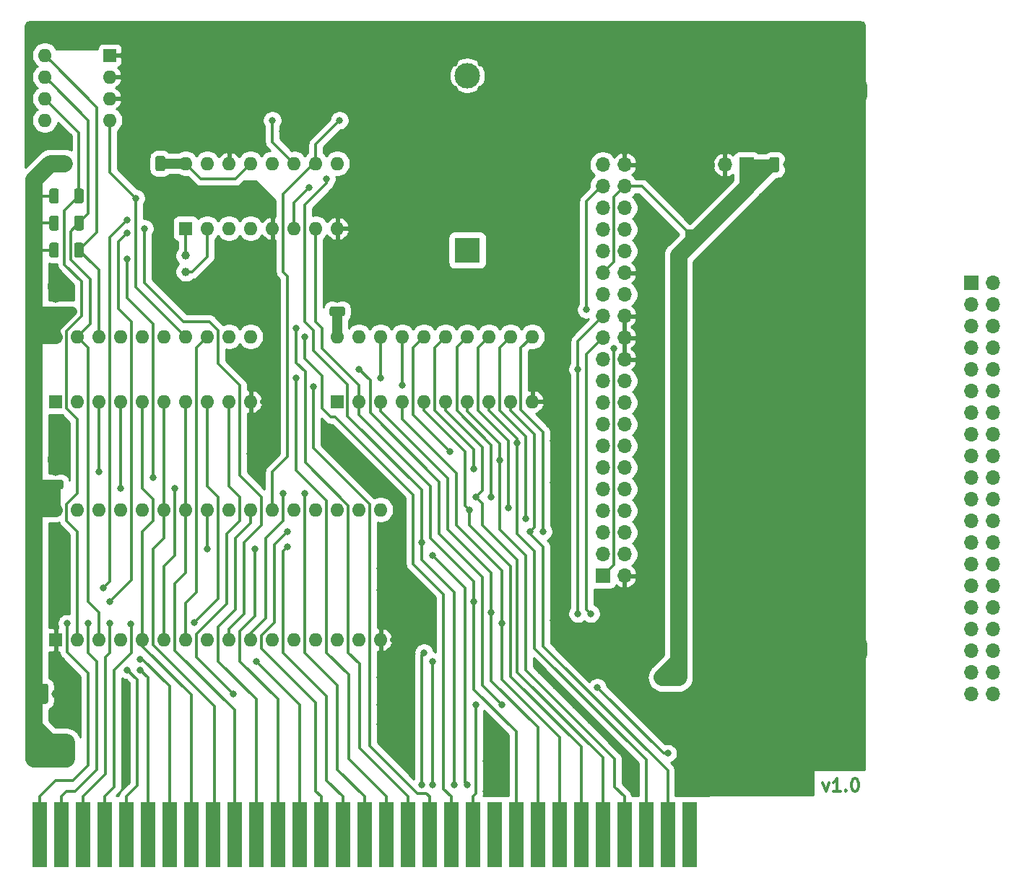
<source format=gtl>
%TF.GenerationSoftware,KiCad,Pcbnew,(5.1.9)-1*%
%TF.CreationDate,2021-10-09T10:29:05+08:00*%
%TF.ProjectId,CFSuperLite,43465375-7065-4724-9c69-74652e6b6963,rev?*%
%TF.SameCoordinates,Original*%
%TF.FileFunction,Copper,L1,Top*%
%TF.FilePolarity,Positive*%
%FSLAX46Y46*%
G04 Gerber Fmt 4.6, Leading zero omitted, Abs format (unit mm)*
G04 Created by KiCad (PCBNEW (5.1.9)-1) date 2021-10-09 10:29:05*
%MOMM*%
%LPD*%
G01*
G04 APERTURE LIST*
%TA.AperFunction,NonConductor*%
%ADD10C,0.300000*%
%TD*%
%TA.AperFunction,ComponentPad*%
%ADD11O,1.700000X1.700000*%
%TD*%
%TA.AperFunction,ComponentPad*%
%ADD12R,1.700000X1.700000*%
%TD*%
%TA.AperFunction,ComponentPad*%
%ADD13R,3.000000X3.000000*%
%TD*%
%TA.AperFunction,ComponentPad*%
%ADD14C,3.000000*%
%TD*%
%TA.AperFunction,ComponentPad*%
%ADD15O,1.600000X1.600000*%
%TD*%
%TA.AperFunction,ComponentPad*%
%ADD16R,1.600000X1.600000*%
%TD*%
%TA.AperFunction,ComponentPad*%
%ADD17C,1.000000*%
%TD*%
%TA.AperFunction,ComponentPad*%
%ADD18C,6.500000*%
%TD*%
%TA.AperFunction,ConnectorPad*%
%ADD19R,1.780000X7.620000*%
%TD*%
%TA.AperFunction,ViaPad*%
%ADD20C,0.800000*%
%TD*%
%TA.AperFunction,ViaPad*%
%ADD21C,1.000000*%
%TD*%
%TA.AperFunction,Conductor*%
%ADD22C,0.300000*%
%TD*%
%TA.AperFunction,Conductor*%
%ADD23C,0.500000*%
%TD*%
%TA.AperFunction,Conductor*%
%ADD24C,2.000000*%
%TD*%
%TA.AperFunction,Conductor*%
%ADD25C,1.000000*%
%TD*%
%TA.AperFunction,Conductor*%
%ADD26C,1.600000*%
%TD*%
%TA.AperFunction,Conductor*%
%ADD27C,1.700000*%
%TD*%
%TA.AperFunction,Conductor*%
%ADD28C,1.150000*%
%TD*%
%TA.AperFunction,Conductor*%
%ADD29C,0.254000*%
%TD*%
%TA.AperFunction,Conductor*%
%ADD30C,0.100000*%
%TD*%
G04 APERTURE END LIST*
D10*
X190897142Y-132393571D02*
X191254285Y-133393571D01*
X191611428Y-132393571D01*
X192968571Y-133393571D02*
X192111428Y-133393571D01*
X192540000Y-133393571D02*
X192540000Y-131893571D01*
X192397142Y-132107857D01*
X192254285Y-132250714D01*
X192111428Y-132322142D01*
X193611428Y-133250714D02*
X193682857Y-133322142D01*
X193611428Y-133393571D01*
X193540000Y-133322142D01*
X193611428Y-133250714D01*
X193611428Y-133393571D01*
X194611428Y-131893571D02*
X194754285Y-131893571D01*
X194897142Y-131965000D01*
X194968571Y-132036428D01*
X195040000Y-132179285D01*
X195111428Y-132465000D01*
X195111428Y-132822142D01*
X195040000Y-133107857D01*
X194968571Y-133250714D01*
X194897142Y-133322142D01*
X194754285Y-133393571D01*
X194611428Y-133393571D01*
X194468571Y-133322142D01*
X194397142Y-133250714D01*
X194325714Y-133107857D01*
X194254285Y-132822142D01*
X194254285Y-132465000D01*
X194325714Y-132179285D01*
X194397142Y-132036428D01*
X194468571Y-131965000D01*
X194611428Y-131893571D01*
D11*
%TO.P,REF\u002A\u002A,40*%
%TO.N,N/C*%
X210820000Y-121920000D03*
%TO.P,REF\u002A\u002A,39*%
X208280000Y-121920000D03*
%TO.P,REF\u002A\u002A,38*%
X210820000Y-119380000D03*
%TO.P,REF\u002A\u002A,37*%
X208280000Y-119380000D03*
%TO.P,REF\u002A\u002A,36*%
X210820000Y-116840000D03*
%TO.P,REF\u002A\u002A,35*%
X208280000Y-116840000D03*
%TO.P,REF\u002A\u002A,34*%
X210820000Y-114300000D03*
%TO.P,REF\u002A\u002A,33*%
X208280000Y-114300000D03*
%TO.P,REF\u002A\u002A,32*%
X210820000Y-111760000D03*
%TO.P,REF\u002A\u002A,31*%
X208280000Y-111760000D03*
%TO.P,REF\u002A\u002A,30*%
X210820000Y-109220000D03*
%TO.P,REF\u002A\u002A,29*%
X208280000Y-109220000D03*
%TO.P,REF\u002A\u002A,28*%
X210820000Y-106680000D03*
%TO.P,REF\u002A\u002A,27*%
X208280000Y-106680000D03*
%TO.P,REF\u002A\u002A,26*%
X210820000Y-104140000D03*
%TO.P,REF\u002A\u002A,25*%
X208280000Y-104140000D03*
%TO.P,REF\u002A\u002A,24*%
X210820000Y-101600000D03*
%TO.P,REF\u002A\u002A,23*%
X208280000Y-101600000D03*
%TO.P,REF\u002A\u002A,22*%
X210820000Y-99060000D03*
%TO.P,REF\u002A\u002A,21*%
X208280000Y-99060000D03*
%TO.P,REF\u002A\u002A,20*%
X210820000Y-96520000D03*
%TO.P,REF\u002A\u002A,19*%
X208280000Y-96520000D03*
%TO.P,REF\u002A\u002A,18*%
X210820000Y-93980000D03*
%TO.P,REF\u002A\u002A,17*%
X208280000Y-93980000D03*
%TO.P,REF\u002A\u002A,16*%
X210820000Y-91440000D03*
%TO.P,REF\u002A\u002A,15*%
X208280000Y-91440000D03*
%TO.P,REF\u002A\u002A,14*%
X210820000Y-88900000D03*
%TO.P,REF\u002A\u002A,13*%
X208280000Y-88900000D03*
%TO.P,REF\u002A\u002A,12*%
X210820000Y-86360000D03*
%TO.P,REF\u002A\u002A,11*%
X208280000Y-86360000D03*
%TO.P,REF\u002A\u002A,10*%
X210820000Y-83820000D03*
%TO.P,REF\u002A\u002A,9*%
X208280000Y-83820000D03*
%TO.P,REF\u002A\u002A,8*%
X210820000Y-81280000D03*
%TO.P,REF\u002A\u002A,7*%
X208280000Y-81280000D03*
%TO.P,REF\u002A\u002A,6*%
X210820000Y-78740000D03*
%TO.P,REF\u002A\u002A,5*%
X208280000Y-78740000D03*
%TO.P,REF\u002A\u002A,4*%
X210820000Y-76200000D03*
%TO.P,REF\u002A\u002A,3*%
X208280000Y-76200000D03*
%TO.P,REF\u002A\u002A,2*%
X210820000Y-73660000D03*
D12*
%TO.P,REF\u002A\u002A,1*%
X208280000Y-73660000D03*
%TD*%
%TO.P,C4,2*%
%TO.N,GND*%
%TA.AperFunction,SMDPad,CuDef*%
G36*
G01*
X110860000Y-59039999D02*
X110860000Y-60340001D01*
G75*
G02*
X110610001Y-60590000I-249999J0D01*
G01*
X109959999Y-60590000D01*
G75*
G02*
X109710000Y-60340001I0J249999D01*
G01*
X109710000Y-59039999D01*
G75*
G02*
X109959999Y-58790000I249999J0D01*
G01*
X110610001Y-58790000D01*
G75*
G02*
X110860000Y-59039999I0J-249999D01*
G01*
G37*
%TD.AperFunction*%
%TO.P,C4,1*%
%TO.N,VCC*%
%TA.AperFunction,SMDPad,CuDef*%
G36*
G01*
X113810000Y-59039999D02*
X113810000Y-60340001D01*
G75*
G02*
X113560001Y-60590000I-249999J0D01*
G01*
X112909999Y-60590000D01*
G75*
G02*
X112660000Y-60340001I0J249999D01*
G01*
X112660000Y-59039999D01*
G75*
G02*
X112909999Y-58790000I249999J0D01*
G01*
X113560001Y-58790000D01*
G75*
G02*
X113810000Y-59039999I0J-249999D01*
G01*
G37*
%TD.AperFunction*%
%TD*%
%TO.P,C2,2*%
%TO.N,GND*%
%TA.AperFunction,SMDPad,CuDef*%
G36*
G01*
X134635001Y-74665000D02*
X133334999Y-74665000D01*
G75*
G02*
X133085000Y-74415001I0J249999D01*
G01*
X133085000Y-73764999D01*
G75*
G02*
X133334999Y-73515000I249999J0D01*
G01*
X134635001Y-73515000D01*
G75*
G02*
X134885000Y-73764999I0J-249999D01*
G01*
X134885000Y-74415001D01*
G75*
G02*
X134635001Y-74665000I-249999J0D01*
G01*
G37*
%TD.AperFunction*%
%TO.P,C2,1*%
%TO.N,VCC*%
%TA.AperFunction,SMDPad,CuDef*%
G36*
G01*
X134635001Y-77615000D02*
X133334999Y-77615000D01*
G75*
G02*
X133085000Y-77365001I0J249999D01*
G01*
X133085000Y-76714999D01*
G75*
G02*
X133334999Y-76465000I249999J0D01*
G01*
X134635001Y-76465000D01*
G75*
G02*
X134885000Y-76714999I0J-249999D01*
G01*
X134885000Y-77365001D01*
G75*
G02*
X134635001Y-77615000I-249999J0D01*
G01*
G37*
%TD.AperFunction*%
%TD*%
%TO.P,C1,2*%
%TO.N,GND*%
%TA.AperFunction,SMDPad,CuDef*%
G36*
G01*
X101615001Y-94985000D02*
X100314999Y-94985000D01*
G75*
G02*
X100065000Y-94735001I0J249999D01*
G01*
X100065000Y-94084999D01*
G75*
G02*
X100314999Y-93835000I249999J0D01*
G01*
X101615001Y-93835000D01*
G75*
G02*
X101865000Y-94084999I0J-249999D01*
G01*
X101865000Y-94735001D01*
G75*
G02*
X101615001Y-94985000I-249999J0D01*
G01*
G37*
%TD.AperFunction*%
%TO.P,C1,1*%
%TO.N,VCC*%
%TA.AperFunction,SMDPad,CuDef*%
G36*
G01*
X101615001Y-97935000D02*
X100314999Y-97935000D01*
G75*
G02*
X100065000Y-97685001I0J249999D01*
G01*
X100065000Y-97034999D01*
G75*
G02*
X100314999Y-96785000I249999J0D01*
G01*
X101615001Y-96785000D01*
G75*
G02*
X101865000Y-97034999I0J-249999D01*
G01*
X101865000Y-97685001D01*
G75*
G02*
X101615001Y-97935000I-249999J0D01*
G01*
G37*
%TD.AperFunction*%
%TD*%
%TO.P,C3,2*%
%TO.N,GND*%
%TA.AperFunction,SMDPad,CuDef*%
G36*
G01*
X101615001Y-74665000D02*
X100314999Y-74665000D01*
G75*
G02*
X100065000Y-74415001I0J249999D01*
G01*
X100065000Y-73764999D01*
G75*
G02*
X100314999Y-73515000I249999J0D01*
G01*
X101615001Y-73515000D01*
G75*
G02*
X101865000Y-73764999I0J-249999D01*
G01*
X101865000Y-74415001D01*
G75*
G02*
X101615001Y-74665000I-249999J0D01*
G01*
G37*
%TD.AperFunction*%
%TO.P,C3,1*%
%TO.N,VCC*%
%TA.AperFunction,SMDPad,CuDef*%
G36*
G01*
X101615001Y-77615000D02*
X100314999Y-77615000D01*
G75*
G02*
X100065000Y-77365001I0J249999D01*
G01*
X100065000Y-76714999D01*
G75*
G02*
X100314999Y-76465000I249999J0D01*
G01*
X101615001Y-76465000D01*
G75*
G02*
X101865000Y-76714999I0J-249999D01*
G01*
X101865000Y-77365001D01*
G75*
G02*
X101615001Y-77615000I-249999J0D01*
G01*
G37*
%TD.AperFunction*%
%TD*%
%TO.P,R1,2*%
%TO.N,ROM_ADDR_JUMPER*%
%TA.AperFunction,SMDPad,CuDef*%
G36*
G01*
X103135000Y-70475002D02*
X103135000Y-69224998D01*
G75*
G02*
X103384998Y-68975000I249998J0D01*
G01*
X104010002Y-68975000D01*
G75*
G02*
X104260000Y-69224998I0J-249998D01*
G01*
X104260000Y-70475002D01*
G75*
G02*
X104010002Y-70725000I-249998J0D01*
G01*
X103384998Y-70725000D01*
G75*
G02*
X103135000Y-70475002I0J249998D01*
G01*
G37*
%TD.AperFunction*%
%TO.P,R1,1*%
%TO.N,VCC*%
%TA.AperFunction,SMDPad,CuDef*%
G36*
G01*
X100210000Y-70475002D02*
X100210000Y-69224998D01*
G75*
G02*
X100459998Y-68975000I249998J0D01*
G01*
X101085002Y-68975000D01*
G75*
G02*
X101335000Y-69224998I0J-249998D01*
G01*
X101335000Y-70475002D01*
G75*
G02*
X101085002Y-70725000I-249998J0D01*
G01*
X100459998Y-70725000D01*
G75*
G02*
X100210000Y-70475002I0J249998D01*
G01*
G37*
%TD.AperFunction*%
%TD*%
%TO.P,R2,2*%
%TO.N,ATA_ADDR_JUMPER*%
%TA.AperFunction,SMDPad,CuDef*%
G36*
G01*
X103135000Y-67300002D02*
X103135000Y-66049998D01*
G75*
G02*
X103384998Y-65800000I249998J0D01*
G01*
X104010002Y-65800000D01*
G75*
G02*
X104260000Y-66049998I0J-249998D01*
G01*
X104260000Y-67300002D01*
G75*
G02*
X104010002Y-67550000I-249998J0D01*
G01*
X103384998Y-67550000D01*
G75*
G02*
X103135000Y-67300002I0J249998D01*
G01*
G37*
%TD.AperFunction*%
%TO.P,R2,1*%
%TO.N,VCC*%
%TA.AperFunction,SMDPad,CuDef*%
G36*
G01*
X100210000Y-67300002D02*
X100210000Y-66049998D01*
G75*
G02*
X100459998Y-65800000I249998J0D01*
G01*
X101085002Y-65800000D01*
G75*
G02*
X101335000Y-66049998I0J-249998D01*
G01*
X101335000Y-67300002D01*
G75*
G02*
X101085002Y-67550000I-249998J0D01*
G01*
X100459998Y-67550000D01*
G75*
G02*
X100210000Y-67300002I0J249998D01*
G01*
G37*
%TD.AperFunction*%
%TD*%
%TO.P,R3,2*%
%TO.N,V20_JUMPER*%
%TA.AperFunction,SMDPad,CuDef*%
G36*
G01*
X103135000Y-64125002D02*
X103135000Y-62874998D01*
G75*
G02*
X103384998Y-62625000I249998J0D01*
G01*
X104010002Y-62625000D01*
G75*
G02*
X104260000Y-62874998I0J-249998D01*
G01*
X104260000Y-64125002D01*
G75*
G02*
X104010002Y-64375000I-249998J0D01*
G01*
X103384998Y-64375000D01*
G75*
G02*
X103135000Y-64125002I0J249998D01*
G01*
G37*
%TD.AperFunction*%
%TO.P,R3,1*%
%TO.N,VCC*%
%TA.AperFunction,SMDPad,CuDef*%
G36*
G01*
X100210000Y-64125002D02*
X100210000Y-62874998D01*
G75*
G02*
X100459998Y-62625000I249998J0D01*
G01*
X101085002Y-62625000D01*
G75*
G02*
X101335000Y-62874998I0J-249998D01*
G01*
X101335000Y-64125002D01*
G75*
G02*
X101085002Y-64375000I-249998J0D01*
G01*
X100459998Y-64375000D01*
G75*
G02*
X100210000Y-64125002I0J249998D01*
G01*
G37*
%TD.AperFunction*%
%TD*%
%TO.P,C5,2*%
%TO.N,GND*%
%TA.AperFunction,SMDPad,CuDef*%
G36*
G01*
X187590000Y-60467001D02*
X187590000Y-59166999D01*
G75*
G02*
X187839999Y-58917000I249999J0D01*
G01*
X188490001Y-58917000D01*
G75*
G02*
X188740000Y-59166999I0J-249999D01*
G01*
X188740000Y-60467001D01*
G75*
G02*
X188490001Y-60717000I-249999J0D01*
G01*
X187839999Y-60717000D01*
G75*
G02*
X187590000Y-60467001I0J249999D01*
G01*
G37*
%TD.AperFunction*%
%TO.P,C5,1*%
%TO.N,VCC*%
%TA.AperFunction,SMDPad,CuDef*%
G36*
G01*
X184640000Y-60467001D02*
X184640000Y-59166999D01*
G75*
G02*
X184889999Y-58917000I249999J0D01*
G01*
X185540001Y-58917000D01*
G75*
G02*
X185790000Y-59166999I0J-249999D01*
G01*
X185790000Y-60467001D01*
G75*
G02*
X185540001Y-60717000I-249999J0D01*
G01*
X184889999Y-60717000D01*
G75*
G02*
X184640000Y-60467001I0J249999D01*
G01*
G37*
%TD.AperFunction*%
%TD*%
D13*
%TO.P,BAT1,1*%
%TO.N,Net-(BAT1-Pad1)*%
X149225000Y-69850000D03*
D14*
%TO.P,BAT1,2*%
%TO.N,GND*%
X149225000Y-49360000D03*
%TD*%
D15*
%TO.P,U1,32*%
%TO.N,VCC*%
X100965000Y-100330000D03*
%TO.P,U1,16*%
%TO.N,GND*%
X139065000Y-115570000D03*
%TO.P,U1,31*%
%TO.N,~MEMW*%
X103505000Y-100330000D03*
%TO.P,U1,15*%
%TO.N,D2*%
X136525000Y-115570000D03*
%TO.P,U1,30*%
%TO.N,GND*%
X106045000Y-100330000D03*
%TO.P,U1,14*%
%TO.N,D1*%
X133985000Y-115570000D03*
%TO.P,U1,29*%
%TO.N,A14*%
X108585000Y-100330000D03*
%TO.P,U1,13*%
%TO.N,D0*%
X131445000Y-115570000D03*
%TO.P,U1,28*%
%TO.N,A13*%
X111125000Y-100330000D03*
%TO.P,U1,12*%
%TO.N,A00*%
X128905000Y-115570000D03*
%TO.P,U1,27*%
%TO.N,A08*%
X113665000Y-100330000D03*
%TO.P,U1,11*%
%TO.N,A01*%
X126365000Y-115570000D03*
%TO.P,U1,26*%
%TO.N,A09*%
X116205000Y-100330000D03*
%TO.P,U1,10*%
%TO.N,A02*%
X123825000Y-115570000D03*
%TO.P,U1,25*%
%TO.N,A11*%
X118745000Y-100330000D03*
%TO.P,U1,9*%
%TO.N,A03*%
X121285000Y-115570000D03*
%TO.P,U1,24*%
%TO.N,~MEMR*%
X121285000Y-100330000D03*
%TO.P,U1,8*%
%TO.N,A04*%
X118745000Y-115570000D03*
%TO.P,U1,23*%
%TO.N,A10*%
X123825000Y-100330000D03*
%TO.P,U1,7*%
%TO.N,A05*%
X116205000Y-115570000D03*
%TO.P,U1,22*%
%TO.N,~CE~_BIOS_THRU*%
X126365000Y-100330000D03*
%TO.P,U1,6*%
%TO.N,A06*%
X113665000Y-115570000D03*
%TO.P,U1,21*%
%TO.N,D7*%
X128905000Y-100330000D03*
%TO.P,U1,5*%
%TO.N,A07*%
X111125000Y-115570000D03*
%TO.P,U1,20*%
%TO.N,D6*%
X131445000Y-100330000D03*
%TO.P,U1,4*%
%TO.N,A12*%
X108585000Y-115570000D03*
%TO.P,U1,19*%
%TO.N,D5*%
X133985000Y-100330000D03*
%TO.P,U1,3*%
%TO.N,ATA_ADDR_JUMPER*%
X106045000Y-115570000D03*
%TO.P,U1,18*%
%TO.N,D4*%
X136525000Y-100330000D03*
%TO.P,U1,2*%
%TO.N,V20_JUMPER*%
X103505000Y-115570000D03*
%TO.P,U1,17*%
%TO.N,D3*%
X139065000Y-100330000D03*
D16*
%TO.P,U1,1*%
%TO.N,GND*%
X100965000Y-115570000D03*
%TD*%
D15*
%TO.P,SW1,8*%
%TO.N,ROM_ADDR_JUMPER*%
X99695000Y-46990000D03*
%TO.P,SW1,4*%
%TO.N,~CE~_BIOS_DECODE*%
X107315000Y-54610000D03*
%TO.P,SW1,7*%
%TO.N,ATA_ADDR_JUMPER*%
X99695000Y-49530000D03*
%TO.P,SW1,3*%
%TO.N,GND*%
X107315000Y-52070000D03*
%TO.P,SW1,6*%
%TO.N,V20_JUMPER*%
X99695000Y-52070000D03*
%TO.P,SW1,2*%
%TO.N,GND*%
X107315000Y-49530000D03*
%TO.P,SW1,5*%
%TO.N,~CE~_BIOS_THRU*%
X99695000Y-54610000D03*
D16*
%TO.P,SW1,1*%
%TO.N,GND*%
X107315000Y-46990000D03*
%TD*%
%TO.P,C6,2*%
%TO.N,GND*%
%TA.AperFunction,SMDPad,CuDef*%
G36*
G01*
X101840000Y-122845002D02*
X101840000Y-120994998D01*
G75*
G02*
X102089998Y-120745000I249998J0D01*
G01*
X102915002Y-120745000D01*
G75*
G02*
X103165000Y-120994998I0J-249998D01*
G01*
X103165000Y-122845002D01*
G75*
G02*
X102915002Y-123095000I-249998J0D01*
G01*
X102089998Y-123095000D01*
G75*
G02*
X101840000Y-122845002I0J249998D01*
G01*
G37*
%TD.AperFunction*%
%TO.P,C6,1*%
%TO.N,VCC*%
%TA.AperFunction,SMDPad,CuDef*%
G36*
G01*
X98765000Y-122845002D02*
X98765000Y-120994998D01*
G75*
G02*
X99014998Y-120745000I249998J0D01*
G01*
X99840002Y-120745000D01*
G75*
G02*
X100090000Y-120994998I0J-249998D01*
G01*
X100090000Y-122845002D01*
G75*
G02*
X99840002Y-123095000I-249998J0D01*
G01*
X99014998Y-123095000D01*
G75*
G02*
X98765000Y-122845002I0J249998D01*
G01*
G37*
%TD.AperFunction*%
%TD*%
D15*
%TO.P,U3,20*%
%TO.N,VCC*%
X100965000Y-80010000D03*
%TO.P,U3,10*%
%TO.N,GND*%
X123825000Y-87630000D03*
%TO.P,U3,19*%
%TO.N,ATA_ADDR_JUMPER*%
X103505000Y-80010000D03*
%TO.P,U3,9*%
%TO.N,RESET*%
X121285000Y-87630000D03*
%TO.P,U3,18*%
%TO.N,ROM_ADDR_JUMPER*%
X106045000Y-80010000D03*
%TO.P,U3,8*%
%TO.N,A04*%
X118745000Y-87630000D03*
%TO.P,U3,17*%
%TO.N,AEN*%
X108585000Y-80010000D03*
%TO.P,U3,7*%
%TO.N,A09*%
X116205000Y-87630000D03*
%TO.P,U3,16*%
%TO.N,~RESET*%
X111125000Y-80010000D03*
%TO.P,U3,6*%
%TO.N,A08*%
X113665000Y-87630000D03*
%TO.P,U3,15*%
%TO.N,~CS1~_ATA*%
X113665000Y-80010000D03*
%TO.P,U3,5*%
%TO.N,A07*%
X111125000Y-87630000D03*
%TO.P,U3,14*%
%TO.N,~CE~_BIOS_DECODE*%
X116205000Y-80010000D03*
%TO.P,U3,4*%
%TO.N,A06*%
X108585000Y-87630000D03*
%TO.P,U3,13*%
%TO.N,A05*%
X118745000Y-80010000D03*
%TO.P,U3,3*%
%TO.N,A15*%
X106045000Y-87630000D03*
%TO.P,U3,12*%
%TO.N,A17*%
X121285000Y-80010000D03*
%TO.P,U3,2*%
%TO.N,A18*%
X103505000Y-87630000D03*
%TO.P,U3,11*%
%TO.N,A19*%
X123825000Y-80010000D03*
D16*
%TO.P,U3,1*%
%TO.N,A16*%
X100965000Y-87630000D03*
%TD*%
D11*
%TO.P,J2,2*%
%TO.N,GND*%
X179411000Y-59817000D03*
D12*
%TO.P,J2,1*%
%TO.N,VCC*%
X181951000Y-59817000D03*
%TD*%
D11*
%TO.P,J1,40*%
%TO.N,GND*%
X167640000Y-59817000D03*
%TO.P,J1,39*%
%TO.N,Net-(J1-Pad39)*%
X165100000Y-59817000D03*
%TO.P,J1,38*%
%TO.N,VCC*%
X167640000Y-62357000D03*
%TO.P,J1,37*%
%TO.N,~CS1~_ATA*%
X165100000Y-62357000D03*
%TO.P,J1,36*%
%TO.N,A03*%
X167640000Y-64897000D03*
%TO.P,J1,35*%
%TO.N,A01*%
X165100000Y-64897000D03*
%TO.P,J1,34*%
%TO.N,Net-(J1-Pad34)*%
X167640000Y-67437000D03*
%TO.P,J1,33*%
%TO.N,A02*%
X165100000Y-67437000D03*
%TO.P,J1,32*%
%TO.N,Net-(J1-Pad32)*%
X167640000Y-69977000D03*
%TO.P,J1,31*%
%TO.N,Net-(J1-Pad31)*%
X165100000Y-69977000D03*
%TO.P,J1,30*%
%TO.N,GND*%
X167640000Y-72517000D03*
%TO.P,J1,29*%
%TO.N,VCC*%
X165100000Y-72517000D03*
%TO.P,J1,28*%
%TO.N,Net-(J1-Pad28)*%
X167640000Y-75057000D03*
%TO.P,J1,27*%
%TO.N,Net-(J1-Pad27)*%
X165100000Y-75057000D03*
%TO.P,J1,26*%
%TO.N,GND*%
X167640000Y-77597000D03*
%TO.P,J1,25*%
%TO.N,~IOR*%
X165100000Y-77597000D03*
%TO.P,J1,24*%
%TO.N,GND*%
X167640000Y-80137000D03*
%TO.P,J1,23*%
%TO.N,~IOW*%
X165100000Y-80137000D03*
%TO.P,J1,22*%
%TO.N,GND*%
X167640000Y-82677000D03*
%TO.P,J1,21*%
%TO.N,Net-(J1-Pad21)*%
X165100000Y-82677000D03*
%TO.P,J1,20*%
%TO.N,Net-(J1-Pad20)*%
X167640000Y-85217000D03*
%TO.P,J1,19*%
%TO.N,GND*%
X165100000Y-85217000D03*
%TO.P,J1,18*%
%TO.N,Net-(J1-Pad18)*%
X167640000Y-87757000D03*
%TO.P,J1,17*%
%TO.N,D0_BUF*%
X165100000Y-87757000D03*
%TO.P,J1,16*%
%TO.N,Net-(J1-Pad16)*%
X167640000Y-90297000D03*
%TO.P,J1,15*%
%TO.N,D1_BUF*%
X165100000Y-90297000D03*
%TO.P,J1,14*%
%TO.N,Net-(J1-Pad14)*%
X167640000Y-92837000D03*
%TO.P,J1,13*%
%TO.N,D2_BUF*%
X165100000Y-92837000D03*
%TO.P,J1,12*%
%TO.N,Net-(J1-Pad12)*%
X167640000Y-95377000D03*
%TO.P,J1,11*%
%TO.N,D3_BUF*%
X165100000Y-95377000D03*
%TO.P,J1,10*%
%TO.N,Net-(J1-Pad10)*%
X167640000Y-97917000D03*
%TO.P,J1,9*%
%TO.N,D4_BUF*%
X165100000Y-97917000D03*
%TO.P,J1,8*%
%TO.N,Net-(J1-Pad8)*%
X167640000Y-100457000D03*
%TO.P,J1,7*%
%TO.N,D5_BUF*%
X165100000Y-100457000D03*
%TO.P,J1,6*%
%TO.N,Net-(J1-Pad6)*%
X167640000Y-102997000D03*
%TO.P,J1,5*%
%TO.N,D6_BUF*%
X165100000Y-102997000D03*
%TO.P,J1,4*%
%TO.N,Net-(J1-Pad4)*%
X167640000Y-105537000D03*
%TO.P,J1,3*%
%TO.N,D7_BUF*%
X165100000Y-105537000D03*
%TO.P,J1,2*%
%TO.N,GND*%
X167640000Y-108077000D03*
D12*
%TO.P,J1,1*%
%TO.N,~RESET*%
X165100000Y-108077000D03*
%TD*%
D16*
%TO.P,U4,1*%
%TO.N,/XTAL1*%
X116205000Y-67310000D03*
D15*
%TO.P,U4,9*%
%TO.N,Net-(U4-Pad15)*%
X133985000Y-59690000D03*
%TO.P,U4,2*%
%TO.N,/XTAL2*%
X118745000Y-67310000D03*
%TO.P,U4,10*%
%TO.N,~CE~_BIOS_THRU*%
X131445000Y-59690000D03*
%TO.P,U4,3*%
%TO.N,A02*%
X121285000Y-67310000D03*
%TO.P,U4,11*%
%TO.N,~CE~_BIOS_DECODE*%
X128905000Y-59690000D03*
%TO.P,U4,4*%
%TO.N,Net-(BAT1-Pad1)*%
X123825000Y-67310000D03*
%TO.P,U4,12*%
%TO.N,~MEMR*%
X126365000Y-59690000D03*
%TO.P,U4,5*%
%TO.N,GND*%
X126365000Y-67310000D03*
%TO.P,U4,13*%
%TO.N,VCC*%
X123825000Y-59690000D03*
%TO.P,U4,6*%
%TO.N,A00*%
X128905000Y-67310000D03*
%TO.P,U4,14*%
%TO.N,GND*%
X121285000Y-59690000D03*
%TO.P,U4,7*%
%TO.N,D0*%
X131445000Y-67310000D03*
%TO.P,U4,15*%
%TO.N,Net-(U4-Pad15)*%
X118745000Y-59690000D03*
%TO.P,U4,8*%
%TO.N,GND*%
X133985000Y-67310000D03*
%TO.P,U4,16*%
%TO.N,VCC*%
X116205000Y-59690000D03*
%TD*%
D17*
%TO.P,Y1,2*%
%TO.N,/XTAL1*%
X116205000Y-70490000D03*
%TO.P,Y1,1*%
%TO.N,/XTAL2*%
X116205000Y-72390000D03*
%TD*%
D18*
%TO.P,H4,1*%
%TO.N,GND*%
X192913000Y-116713000D03*
%TD*%
D15*
%TO.P,U2,20*%
%TO.N,VCC*%
X133985000Y-80010000D03*
%TO.P,U2,10*%
%TO.N,GND*%
X156845000Y-87630000D03*
%TO.P,U2,19*%
%TO.N,~CS1~_ATA*%
X136525000Y-80010000D03*
%TO.P,U2,9*%
%TO.N,D7*%
X154305000Y-87630000D03*
%TO.P,U2,18*%
%TO.N,D0_BUF*%
X139065000Y-80010000D03*
%TO.P,U2,8*%
%TO.N,D6*%
X151765000Y-87630000D03*
%TO.P,U2,17*%
%TO.N,D1_BUF*%
X141605000Y-80010000D03*
%TO.P,U2,7*%
%TO.N,D5*%
X149225000Y-87630000D03*
%TO.P,U2,16*%
%TO.N,D2_BUF*%
X144145000Y-80010000D03*
%TO.P,U2,6*%
%TO.N,D4*%
X146685000Y-87630000D03*
%TO.P,U2,15*%
%TO.N,D3_BUF*%
X146685000Y-80010000D03*
%TO.P,U2,5*%
%TO.N,D3*%
X144145000Y-87630000D03*
%TO.P,U2,14*%
%TO.N,D4_BUF*%
X149225000Y-80010000D03*
%TO.P,U2,4*%
%TO.N,D2*%
X141605000Y-87630000D03*
%TO.P,U2,13*%
%TO.N,D5_BUF*%
X151765000Y-80010000D03*
%TO.P,U2,3*%
%TO.N,D1*%
X139065000Y-87630000D03*
%TO.P,U2,12*%
%TO.N,D6_BUF*%
X154305000Y-80010000D03*
%TO.P,U2,2*%
%TO.N,D0*%
X136525000Y-87630000D03*
%TO.P,U2,11*%
%TO.N,D7_BUF*%
X156845000Y-80010000D03*
D16*
%TO.P,U2,1*%
%TO.N,~IOR*%
X133985000Y-87630000D03*
%TD*%
D18*
%TO.P,H3,1*%
%TO.N,GND*%
X166370000Y-116713000D03*
%TD*%
%TO.P,H1,1*%
%TO.N,GND*%
X166370000Y-51181000D03*
%TD*%
%TO.P,H2,1*%
%TO.N,GND*%
X192913000Y-51181000D03*
%TD*%
D19*
%TO.P,J3,62*%
%TO.N,A00*%
X99060000Y-138430000D03*
%TO.P,J3,61*%
%TO.N,A01*%
X101600000Y-138430000D03*
%TO.P,J3,60*%
%TO.N,A02*%
X104140000Y-138430000D03*
%TO.P,J3,59*%
%TO.N,A03*%
X106680000Y-138430000D03*
%TO.P,J3,58*%
%TO.N,A04*%
X109220000Y-138430000D03*
%TO.P,J3,57*%
%TO.N,A05*%
X111760000Y-138430000D03*
%TO.P,J3,56*%
%TO.N,A06*%
X114300000Y-138430000D03*
%TO.P,J3,55*%
%TO.N,A07*%
X116840000Y-138430000D03*
%TO.P,J3,54*%
%TO.N,A08*%
X119380000Y-138430000D03*
%TO.P,J3,53*%
%TO.N,A09*%
X121920000Y-138430000D03*
%TO.P,J3,52*%
%TO.N,A10*%
X124460000Y-138430000D03*
%TO.P,J3,51*%
%TO.N,A11*%
X127000000Y-138430000D03*
%TO.P,J3,50*%
%TO.N,A12*%
X129540000Y-138430000D03*
%TO.P,J3,49*%
%TO.N,A13*%
X132080000Y-138430000D03*
%TO.P,J3,48*%
%TO.N,A14*%
X134620000Y-138430000D03*
%TO.P,J3,47*%
%TO.N,A15*%
X137160000Y-138430000D03*
%TO.P,J3,46*%
%TO.N,A16*%
X139700000Y-138430000D03*
%TO.P,J3,45*%
%TO.N,A17*%
X142240000Y-138430000D03*
%TO.P,J3,44*%
%TO.N,A18*%
X144780000Y-138430000D03*
%TO.P,J3,43*%
%TO.N,A19*%
X147320000Y-138430000D03*
%TO.P,J3,42*%
%TO.N,AEN*%
X149860000Y-138430000D03*
%TO.P,J3,41*%
%TO.N,Net-(J3-Pad41)*%
X152400000Y-138430000D03*
%TO.P,J3,40*%
%TO.N,D0*%
X154940000Y-138430000D03*
%TO.P,J3,39*%
%TO.N,D1*%
X157480000Y-138430000D03*
%TO.P,J3,38*%
%TO.N,D2*%
X160020000Y-138430000D03*
%TO.P,J3,37*%
%TO.N,D3*%
X162560000Y-138430000D03*
%TO.P,J3,36*%
%TO.N,D4*%
X165100000Y-138430000D03*
%TO.P,J3,35*%
%TO.N,D5*%
X167640000Y-138430000D03*
%TO.P,J3,34*%
%TO.N,D6*%
X170180000Y-138430000D03*
%TO.P,J3,33*%
%TO.N,D7*%
X172720000Y-138430000D03*
%TO.P,J3,32*%
%TO.N,Net-(J3-Pad32)*%
X175260000Y-138430000D03*
%TD*%
D20*
%TO.N,A00*%
X130683000Y-62484000D03*
X109347000Y-66294000D03*
X102294999Y-113665000D03*
X106553000Y-109474000D03*
%TO.N,A01*%
X104775000Y-113665000D03*
X109347004Y-67818000D03*
X107315000Y-111125000D03*
%TO.N,A02*%
X112395000Y-96520000D03*
X109347000Y-70866000D03*
X127635000Y-98425000D03*
X107315000Y-113665000D03*
%TO.N,A03*%
X109795001Y-113724999D03*
X111379000Y-67310004D03*
%TO.N,A04*%
X109347000Y-119125994D03*
X117221000Y-113538000D03*
%TO.N,A05*%
X110870997Y-119126003D03*
%TO.N,A06*%
X114935000Y-97790000D03*
X108585000Y-97790000D03*
X110871000Y-117856000D03*
%TO.N,A11*%
X118744980Y-104902000D03*
X124333000Y-104902000D03*
%TO.N,A12*%
X124460000Y-118110000D03*
%TO.N,A13*%
X128143000Y-102870000D03*
%TO.N,A15*%
X130175000Y-98425000D03*
X106045000Y-95885000D03*
%TO.N,A16*%
X129159000Y-84836000D03*
%TO.N,A17*%
X129159000Y-78994000D03*
%TO.N,A18*%
X131191000Y-85852000D03*
%TO.N,A19*%
X130175000Y-80010000D03*
%TO.N,D0*%
X149987000Y-111124990D03*
%TO.N,D1*%
X152019000Y-112395000D03*
%TO.N,D2*%
X153289000Y-113664996D03*
%TO.N,D3*%
X149479000Y-100330000D03*
%TO.N,D4*%
X150241000Y-98806000D03*
%TO.N,D5*%
X153035000Y-94488000D03*
%TO.N,D6*%
X155067000Y-92456000D03*
%TO.N,D7*%
X156591000Y-102870000D03*
D21*
%TO.N,GND*%
X175260000Y-130810000D03*
X170815000Y-59690000D03*
X170815000Y-74930000D03*
X170815000Y-67310000D03*
X170815000Y-69850000D03*
X170815000Y-72390000D03*
X170815000Y-77470000D03*
X170815000Y-80010000D03*
X170815000Y-82550000D03*
X177165000Y-130810000D03*
X177165000Y-132715000D03*
X179070000Y-132715000D03*
X179070000Y-130810000D03*
X175260000Y-128905000D03*
X177165000Y-128905000D03*
X179070000Y-128905000D03*
X142621000Y-125476000D03*
X126111000Y-93726000D03*
X126619000Y-74930000D03*
X136271000Y-77470000D03*
X110285000Y-57912000D03*
X132715000Y-90932000D03*
X100965000Y-72390000D03*
X109156500Y-129794000D03*
X109156500Y-125476000D03*
X151511000Y-129794000D03*
X168021000Y-129794000D03*
X163703000Y-124968000D03*
X100965000Y-92964000D03*
X114935000Y-74930000D03*
X110285000Y-61468000D03*
X142367000Y-130556000D03*
X100965000Y-95885000D03*
X100965000Y-102362000D03*
X103251000Y-125095000D03*
X100711000Y-125095000D03*
X139065000Y-109728000D03*
X139065000Y-107188000D03*
X141351000Y-107188000D03*
X143637000Y-109728000D03*
X159385000Y-104140000D03*
X160909000Y-104140000D03*
X160909000Y-111506000D03*
X159385000Y-113284000D03*
X160909000Y-97155000D03*
X159385000Y-97155000D03*
X139319000Y-97282000D03*
X159893000Y-87630000D03*
X160909000Y-92202000D03*
X159385000Y-92202000D03*
X136017000Y-93726000D03*
X135001000Y-94742000D03*
X126873000Y-87630000D03*
X123825000Y-93726000D03*
X100965000Y-89916000D03*
X151765000Y-125370010D03*
X161925000Y-123190000D03*
X157861000Y-119126000D03*
X159639000Y-120904000D03*
X161417000Y-76454000D03*
X159131000Y-78486000D03*
X161417000Y-68326000D03*
X159639000Y-67056000D03*
X146177000Y-70612000D03*
X146177000Y-67564000D03*
X133985000Y-72390000D03*
X133985000Y-75565000D03*
X100965000Y-75565000D03*
X186690000Y-59817000D03*
X189865000Y-59817000D03*
X100965000Y-121920000D03*
X102502500Y-119634000D03*
X109156500Y-132016500D03*
X168021000Y-132334000D03*
X151511000Y-133350000D03*
X153670000Y-129794000D03*
X153670000Y-133350000D03*
X139065000Y-125476000D03*
X139065000Y-123190000D03*
X142621000Y-123190000D03*
X109156500Y-122745500D03*
X102743000Y-74090000D03*
X126111000Y-70612000D03*
X120269000Y-69342000D03*
X123825000Y-69342000D03*
X118745000Y-72898000D03*
X113030000Y-73025000D03*
X113665000Y-68580000D03*
X102235000Y-56515000D03*
X98425000Y-58420000D03*
X98425000Y-43815000D03*
X127635000Y-55880000D03*
X130810000Y-55880000D03*
X134493000Y-61976000D03*
X133985000Y-57150000D03*
X125095000Y-55880000D03*
X139065000Y-120015000D03*
X101600000Y-107950000D03*
X135763000Y-74090000D03*
X142621000Y-120015000D03*
X144907000Y-115316000D03*
%TO.N,VCC*%
X102235000Y-127635000D03*
X102235000Y-129540000D03*
X173990000Y-120015000D03*
X172085000Y-120015000D03*
X100330000Y-59690000D03*
X102919000Y-77040000D03*
X101981000Y-59690000D03*
X114300000Y-59690000D03*
D20*
%TO.N,~IOR*%
X143891000Y-132588000D03*
X162179000Y-83820000D03*
X162179000Y-112522000D03*
X144145000Y-117094000D03*
%TO.N,~IOW*%
X145161000Y-132588000D03*
X163703000Y-112522000D03*
X145161000Y-118110000D03*
%TO.N,~MEMR*%
X132715012Y-61468000D03*
X147701000Y-132588000D03*
X143891000Y-104140000D03*
%TO.N,~MEMW*%
X149225000Y-132588000D03*
X145161000Y-105664000D03*
%TO.N,RESET*%
X121793000Y-121920000D03*
X164465000Y-121158000D03*
X172720000Y-128905000D03*
%TO.N,~CS1~_ATA*%
X163195000Y-76835000D03*
%TO.N,D0_BUF*%
X139065000Y-84836000D03*
%TO.N,D1_BUF*%
X141605000Y-85725000D03*
%TO.N,D2_BUF*%
X147193000Y-93472000D03*
%TO.N,D3_BUF*%
X149987000Y-95504000D03*
%TO.N,D4_BUF*%
X152018994Y-98806000D03*
%TO.N,D5_BUF*%
X154051000Y-100076000D03*
%TO.N,D6_BUF*%
X156083000Y-101346000D03*
%TO.N,D7_BUF*%
X158115000Y-102870000D03*
%TO.N,~RESET*%
X166370000Y-81407006D03*
%TO.N,A14*%
X128143000Y-104648000D03*
%TO.N,~CE~_BIOS_DECODE*%
X126365000Y-54610000D03*
X110363000Y-63753994D03*
%TO.N,~CE~_BIOS_THRU*%
X134239000Y-54610000D03*
%TO.N,AEN*%
X136525000Y-83820000D03*
X150241000Y-123190000D03*
X153289000Y-123190000D03*
%TD*%
D22*
%TO.N,A00*%
X128905000Y-64262000D02*
X130683000Y-62484000D01*
X128905000Y-67310000D02*
X128905000Y-64262000D01*
X99060000Y-133985000D02*
X99060000Y-138430000D01*
X100965000Y-132080000D02*
X99060000Y-133985000D01*
X102294999Y-117034001D02*
X104775000Y-119514002D01*
X102294999Y-113665000D02*
X102294999Y-117034001D01*
X104775000Y-119514002D02*
X104775000Y-130302000D01*
X104775000Y-130302000D02*
X102997000Y-132080000D01*
X102997000Y-132080000D02*
X100965000Y-132080000D01*
X109347000Y-66294000D02*
X107315000Y-68326000D01*
X107315000Y-68326000D02*
X107315000Y-108712000D01*
X107315000Y-108712000D02*
X106553000Y-109474000D01*
%TO.N,A01*%
X105791000Y-118110000D02*
X104775000Y-117094000D01*
X104775000Y-117094000D02*
X104775000Y-113665000D01*
X105791000Y-130810000D02*
X105791000Y-118110000D01*
X103251000Y-133350000D02*
X105791000Y-130810000D01*
X102235000Y-133350000D02*
X103251000Y-133350000D01*
X101600000Y-133985000D02*
X102235000Y-133350000D01*
X101600000Y-138430000D02*
X101600000Y-133985000D01*
X108331000Y-76708000D02*
X108331000Y-68834004D01*
X109855000Y-78232000D02*
X108331000Y-76708000D01*
X107315000Y-111125000D02*
X109855000Y-108585000D01*
X108331000Y-68834004D02*
X109347004Y-67818000D01*
X109855000Y-108585000D02*
X109855000Y-78232000D01*
%TO.N,A02*%
X109347000Y-75438000D02*
X112395000Y-78486000D01*
X112395000Y-78486000D02*
X112395000Y-96520000D01*
X109347000Y-70866000D02*
X109347000Y-75438000D01*
X123825000Y-114808000D02*
X123825000Y-115570000D01*
X125603000Y-113030000D02*
X123825000Y-114808000D01*
X125603000Y-103632000D02*
X125603000Y-113030000D01*
X127635000Y-101600000D02*
X125603000Y-103632000D01*
X127635000Y-98425000D02*
X127635000Y-101600000D01*
X104140000Y-133985000D02*
X104140000Y-138430000D01*
X106807000Y-117602000D02*
X106807000Y-131318000D01*
X107315000Y-117094000D02*
X106807000Y-117602000D01*
X107315000Y-113665000D02*
X107315000Y-117094000D01*
X106807000Y-131318000D02*
X104140000Y-133985000D01*
%TO.N,A03*%
X109855000Y-113784998D02*
X109795001Y-113724999D01*
X109855000Y-117094000D02*
X109855000Y-113784998D01*
X107823000Y-119126000D02*
X109855000Y-117094000D01*
X107823000Y-132842000D02*
X107823000Y-119126000D01*
X106680000Y-133985000D02*
X107823000Y-132842000D01*
X106680000Y-138430000D02*
X106680000Y-133985000D01*
X115951000Y-78232000D02*
X111379000Y-73660000D01*
X120015000Y-79241599D02*
X119005401Y-78232000D01*
X111379000Y-73660000D02*
X111379000Y-67310004D01*
X120015000Y-83185000D02*
X120015000Y-79241599D01*
X122555000Y-85725000D02*
X120015000Y-83185000D01*
X122555000Y-96266000D02*
X122555000Y-85725000D01*
X125095000Y-98806000D02*
X122555000Y-96266000D01*
X119005401Y-78232000D02*
X115951000Y-78232000D01*
X125095000Y-102108000D02*
X125095000Y-98806000D01*
X123063000Y-104140000D02*
X125095000Y-102108000D01*
X123063000Y-112522000D02*
X123063000Y-104140000D01*
X121285000Y-114300000D02*
X123063000Y-112522000D01*
X121285000Y-115570000D02*
X121285000Y-114300000D01*
%TO.N,A04*%
X110508999Y-120287993D02*
X109347000Y-119125994D01*
X110508999Y-132696001D02*
X110508999Y-120287993D01*
X109220000Y-138430000D02*
X109220000Y-133985000D01*
X109220000Y-133985000D02*
X110508999Y-132696001D01*
X118745000Y-97536000D02*
X118745000Y-87630000D01*
X120015000Y-110744000D02*
X120015000Y-98806000D01*
X120015000Y-98806000D02*
X118745000Y-97536000D01*
X117221000Y-113538000D02*
X120015000Y-110744000D01*
%TO.N,A05*%
X111760000Y-120015006D02*
X110870997Y-119126003D01*
X111760000Y-138430000D02*
X111760000Y-120015006D01*
X117945001Y-80809999D02*
X118745000Y-80010000D01*
X117475000Y-81280000D02*
X117945001Y-80809999D01*
X117475000Y-109982000D02*
X117475000Y-81280000D01*
X116205000Y-111252000D02*
X117475000Y-109982000D01*
X116205000Y-115570000D02*
X116205000Y-111252000D01*
%TO.N,A06*%
X113374987Y-115860013D02*
X113665000Y-115570000D01*
X108585000Y-87630000D02*
X108585000Y-97790000D01*
X111125000Y-117856000D02*
X110871000Y-117856000D01*
X114300000Y-121031000D02*
X111125000Y-117856000D01*
X114300000Y-138430000D02*
X114300000Y-121031000D01*
X114935000Y-105664000D02*
X114935000Y-97790000D01*
X113665000Y-106934000D02*
X114935000Y-105664000D01*
X113665000Y-115570000D02*
X113665000Y-106934000D01*
%TO.N,A07*%
X111212659Y-114935000D02*
X111125000Y-114935000D01*
X116840000Y-122047000D02*
X111125000Y-116332000D01*
X111125000Y-116332000D02*
X111125000Y-115570000D01*
X116840000Y-138430000D02*
X116840000Y-122047000D01*
X111125000Y-97790000D02*
X111125000Y-87630000D01*
X112395000Y-99060000D02*
X111125000Y-97790000D01*
X112395000Y-101600000D02*
X112395000Y-99060000D01*
X111125000Y-102870000D02*
X112395000Y-101600000D01*
X111125000Y-115570000D02*
X111125000Y-102870000D01*
%TO.N,A08*%
X113665000Y-100330000D02*
X113665000Y-87630000D01*
X113665000Y-103695500D02*
X113665000Y-100330000D01*
X112395000Y-104965500D02*
X113665000Y-103695500D01*
X112395000Y-116205000D02*
X112395000Y-104965500D01*
X119555001Y-123365001D02*
X112395000Y-116205000D01*
X119555001Y-138254999D02*
X119555001Y-123365001D01*
X119380000Y-138430000D02*
X119555001Y-138254999D01*
%TO.N,A09*%
X116205000Y-93980000D02*
X116205000Y-87630000D01*
X116205000Y-93980000D02*
X116205000Y-100330000D01*
X121920000Y-123825000D02*
X121920000Y-138430000D01*
X114935000Y-116840000D02*
X121920000Y-123825000D01*
X114935000Y-108966000D02*
X114935000Y-116840000D01*
X116205000Y-107696000D02*
X114935000Y-108966000D01*
X116205000Y-100330000D02*
X116205000Y-107696000D01*
%TO.N,A10*%
X124460000Y-134320000D02*
X124460000Y-138430000D01*
X124460000Y-122555000D02*
X124460000Y-134320000D01*
X120015000Y-118110000D02*
X124460000Y-122555000D01*
X120015000Y-114046000D02*
X120015000Y-118110000D01*
X122047000Y-112014000D02*
X120015000Y-114046000D01*
X122047000Y-103632000D02*
X122047000Y-112014000D01*
X123825000Y-101854000D02*
X122047000Y-103632000D01*
X123825000Y-100330000D02*
X123825000Y-101854000D01*
%TO.N,A11*%
X118745000Y-104901980D02*
X118744980Y-104902000D01*
X118745000Y-100330000D02*
X118745000Y-104901980D01*
X127000000Y-122555000D02*
X127000000Y-138430000D01*
X122555000Y-118110000D02*
X127000000Y-122555000D01*
X122555000Y-114554000D02*
X122555000Y-118110000D01*
X124333000Y-112776000D02*
X122555000Y-114554000D01*
X124333000Y-104902000D02*
X124333000Y-112776000D01*
%TO.N,A12*%
X129540000Y-123190000D02*
X124460000Y-118110000D01*
X129540000Y-138430000D02*
X129540000Y-123190000D01*
%TO.N,A13*%
X132080000Y-133985000D02*
X132080000Y-138430000D01*
X131445000Y-122936000D02*
X131445000Y-133350000D01*
X125095000Y-116586000D02*
X131445000Y-122936000D01*
X125095000Y-115062000D02*
X125095000Y-116586000D01*
X126619000Y-113538000D02*
X125095000Y-115062000D01*
X126619000Y-104394000D02*
X126619000Y-113538000D01*
X131445000Y-133350000D02*
X132080000Y-133985000D01*
X128143000Y-102870000D02*
X126619000Y-104394000D01*
%TO.N,A15*%
X106045000Y-95885000D02*
X106045000Y-87630000D01*
X130175000Y-117094000D02*
X130175000Y-98544998D01*
X133985000Y-120904000D02*
X130175000Y-117094000D01*
X133985000Y-130810000D02*
X133985000Y-120904000D01*
X130175000Y-98544998D02*
X130115001Y-98484999D01*
X137160000Y-133985000D02*
X133985000Y-130810000D01*
X137160000Y-138430000D02*
X137160000Y-133985000D01*
%TO.N,A16*%
X139700000Y-133935451D02*
X139700000Y-138430000D01*
X135314999Y-129550450D02*
X139700000Y-133935451D01*
X135314999Y-119693999D02*
X135314999Y-129550450D01*
X132715000Y-117094000D02*
X135314999Y-119693999D01*
X132715000Y-99216972D02*
X132715000Y-117094000D01*
X129159000Y-95660972D02*
X132715000Y-99216972D01*
X129159000Y-84836000D02*
X129159000Y-95660972D01*
%TO.N,A17*%
X136584999Y-128329999D02*
X142240000Y-133985000D01*
X142240000Y-133985000D02*
X142240000Y-138430000D01*
X136584999Y-118423999D02*
X136584999Y-128329999D01*
X135255000Y-117094000D02*
X136584999Y-118423999D01*
X135255000Y-99809198D02*
X135255000Y-117094000D01*
X130234999Y-94789197D02*
X135255000Y-99809198D01*
X130234999Y-84133999D02*
X130234999Y-94789197D01*
X129159000Y-83058000D02*
X130234999Y-84133999D01*
X129159000Y-78994000D02*
X129159000Y-83058000D01*
%TO.N,A18*%
X144399000Y-133604000D02*
X144780000Y-133985000D01*
X143383000Y-133604000D02*
X144399000Y-133604000D01*
X137795000Y-128016000D02*
X143383000Y-133604000D01*
X137795000Y-99695000D02*
X137795000Y-128016000D01*
X144780000Y-133985000D02*
X144780000Y-138430000D01*
X131191000Y-93091000D02*
X137795000Y-99695000D01*
X131191000Y-85852000D02*
X131191000Y-93091000D01*
%TO.N,A19*%
X132207000Y-88418001D02*
X132207000Y-84582000D01*
X142875000Y-98552000D02*
X133757001Y-89434001D01*
X130175000Y-82550000D02*
X130175000Y-80010000D01*
X146431000Y-110236000D02*
X142875000Y-106680000D01*
X146431000Y-133096000D02*
X146431000Y-110236000D01*
X132207000Y-84582000D02*
X130175000Y-82550000D01*
X147320000Y-133985000D02*
X146431000Y-133096000D01*
X133223000Y-89434001D02*
X132207000Y-88418001D01*
X133757001Y-89434001D02*
X133223000Y-89434001D01*
X142875000Y-106680000D02*
X142875000Y-98552000D01*
X147320000Y-138430000D02*
X147320000Y-133985000D01*
%TO.N,D0*%
X131445000Y-78232000D02*
X131445000Y-67310000D01*
X132207000Y-78994000D02*
X131445000Y-78232000D01*
X132207000Y-81407000D02*
X132207000Y-78994000D01*
X136525000Y-85725000D02*
X132207000Y-81407000D01*
X136525000Y-87630000D02*
X136525000Y-85725000D01*
X144907000Y-97536000D02*
X136525000Y-89154000D01*
X144907000Y-103632000D02*
X144907000Y-97536000D01*
X149987000Y-108712000D02*
X144907000Y-103632000D01*
X136525000Y-89154000D02*
X136525000Y-87630000D01*
X149987000Y-111124990D02*
X149987000Y-108712000D01*
X154940000Y-126365000D02*
X154940000Y-138430000D01*
X149987000Y-121412000D02*
X154940000Y-126365000D01*
X149987000Y-111124990D02*
X149987000Y-121412000D01*
%TO.N,D1*%
X152019000Y-107696000D02*
X152019000Y-112395000D01*
X139065000Y-88761370D02*
X146939000Y-96635370D01*
X139065000Y-87630000D02*
X139065000Y-88761370D01*
X146939000Y-102616000D02*
X152019000Y-107696000D01*
X146939000Y-96635370D02*
X146939000Y-102616000D01*
X152019000Y-120396000D02*
X152019000Y-112395000D01*
X157480000Y-125857000D02*
X152019000Y-120396000D01*
X157480000Y-138430000D02*
X157480000Y-125857000D01*
%TO.N,D2*%
X147955000Y-96012000D02*
X147955000Y-102108000D01*
X160020000Y-138430000D02*
X160020000Y-127000000D01*
X160020000Y-127000000D02*
X153289000Y-120269000D01*
X147955000Y-102108000D02*
X153289000Y-107442000D01*
X153289000Y-120269000D02*
X153289000Y-113664996D01*
X153289000Y-107442000D02*
X153289000Y-113664996D01*
X141605000Y-87630000D02*
X141605000Y-89662000D01*
X141605000Y-89662000D02*
X147955000Y-96012000D01*
%TO.N,D3*%
X144145000Y-88646000D02*
X144145000Y-87630000D01*
X148971000Y-93472000D02*
X144145000Y-88646000D01*
X148971000Y-99822000D02*
X148971000Y-93472000D01*
X149479000Y-100330000D02*
X148971000Y-99822000D01*
X162560000Y-128143000D02*
X162560000Y-138430000D01*
X154305000Y-119888000D02*
X162560000Y-128143000D01*
X154305000Y-106934000D02*
X154305000Y-119888000D01*
X149479000Y-102108000D02*
X154305000Y-106934000D01*
X149479000Y-100330000D02*
X149479000Y-102108000D01*
%TO.N,D4*%
X146685000Y-88646000D02*
X146685000Y-87630000D01*
X151003000Y-92964000D02*
X146685000Y-88646000D01*
X151003000Y-98044000D02*
X151003000Y-92964000D01*
X150241000Y-98806000D02*
X151003000Y-98044000D01*
X165100000Y-129413000D02*
X165100000Y-138430000D01*
X155067000Y-119380000D02*
X165100000Y-129413000D01*
X155067000Y-106172000D02*
X155067000Y-119380000D01*
X151003000Y-102108000D02*
X155067000Y-106172000D01*
X151003000Y-99568000D02*
X151003000Y-102108000D01*
X150241000Y-98806000D02*
X151003000Y-99568000D01*
%TO.N,D5*%
X153035000Y-92571370D02*
X149225000Y-88761370D01*
X153035000Y-94488000D02*
X153035000Y-92571370D01*
X149225000Y-88761370D02*
X149225000Y-87630000D01*
X167640000Y-133985000D02*
X167640000Y-138430000D01*
X166497000Y-132842000D02*
X167640000Y-133985000D01*
X166497000Y-129540000D02*
X166497000Y-132842000D01*
X156083000Y-119126000D02*
X166497000Y-129540000D01*
X156083000Y-105664000D02*
X156083000Y-119126000D01*
X153035000Y-102616000D02*
X156083000Y-105664000D01*
X153035000Y-94488000D02*
X153035000Y-102616000D01*
%TO.N,D6*%
X155067000Y-91948000D02*
X151765000Y-88646000D01*
X155067000Y-92456000D02*
X155067000Y-91948000D01*
X151765000Y-88646000D02*
X151765000Y-87630000D01*
X170180000Y-129667000D02*
X170180000Y-138430000D01*
X157099000Y-116586000D02*
X170180000Y-129667000D01*
X155067000Y-103124000D02*
X157099000Y-105156000D01*
X157099000Y-105156000D02*
X157099000Y-116586000D01*
X155067000Y-92456000D02*
X155067000Y-103124000D01*
%TO.N,D7*%
X154305000Y-88646000D02*
X154305000Y-87630000D01*
X157099000Y-91440000D02*
X154305000Y-88646000D01*
X157099000Y-102362000D02*
X157099000Y-91440000D01*
X156591000Y-102870000D02*
X157099000Y-102362000D01*
X172720000Y-130937000D02*
X172720000Y-138430000D01*
X158115000Y-116332000D02*
X172720000Y-130937000D01*
X158115000Y-104648000D02*
X158115000Y-116332000D01*
X156591000Y-103124000D02*
X158115000Y-104648000D01*
X156591000Y-102870000D02*
X156591000Y-103124000D01*
%TO.N,GND*%
X167640000Y-59817000D02*
X167640000Y-57150000D01*
X167640000Y-57150000D02*
X167640000Y-56515000D01*
X167640000Y-56515000D02*
X170815000Y-56515000D01*
X170815000Y-56515000D02*
X170815000Y-59690000D01*
D23*
X170688000Y-72517000D02*
X170815000Y-72390000D01*
D22*
X167640000Y-72517000D02*
X170688000Y-72517000D01*
D23*
X170688000Y-77597000D02*
X170815000Y-77470000D01*
D22*
X167640000Y-77597000D02*
X170688000Y-77597000D01*
D23*
X170688000Y-80137000D02*
X170815000Y-80010000D01*
D22*
X167640000Y-80137000D02*
X170688000Y-80137000D01*
D23*
X170688000Y-82677000D02*
X170815000Y-82550000D01*
D22*
X167640000Y-82677000D02*
X170688000Y-82677000D01*
X100965000Y-74090000D02*
X100965000Y-72390000D01*
X110285000Y-59690000D02*
X110285000Y-57912000D01*
X110285000Y-59690000D02*
X110285000Y-61468000D01*
X100965000Y-94410000D02*
X100965000Y-92964000D01*
X100965000Y-95885000D02*
X100965000Y-94410000D01*
X121285000Y-59690000D02*
X121285000Y-55880000D01*
X121285000Y-55880000D02*
X125095000Y-55880000D01*
X100965000Y-74090000D02*
X102743000Y-74090000D01*
X100965000Y-74090000D02*
X100965000Y-75565000D01*
X126365000Y-70358000D02*
X126111000Y-70612000D01*
X126365000Y-67310000D02*
X126365000Y-70358000D01*
X126111000Y-74422000D02*
X126619000Y-74930000D01*
X126111000Y-70612000D02*
X126111000Y-74422000D01*
X125095000Y-70612000D02*
X123825000Y-69342000D01*
X126111000Y-70612000D02*
X125095000Y-70612000D01*
X123825000Y-69342000D02*
X120269000Y-69342000D01*
X120269000Y-71374000D02*
X118745000Y-72898000D01*
X120269000Y-69342000D02*
X120269000Y-71374000D01*
X116713000Y-74930000D02*
X114935000Y-74930000D01*
X118745000Y-72898000D02*
X116713000Y-74930000D01*
X114935000Y-74930000D02*
X113030000Y-73025000D01*
X113030000Y-69215000D02*
X113665000Y-68580000D01*
X113030000Y-73025000D02*
X113030000Y-69215000D01*
X133985000Y-74090000D02*
X133985000Y-72390000D01*
X133985000Y-74090000D02*
X133985000Y-75565000D01*
X133985000Y-74090000D02*
X135763000Y-74090000D01*
X136271000Y-74598000D02*
X136271000Y-77470000D01*
X135763000Y-74090000D02*
X136271000Y-74598000D01*
X159893000Y-79248000D02*
X159131000Y-78486000D01*
X159893000Y-87630000D02*
X159893000Y-79248000D01*
X161163000Y-76454000D02*
X161417000Y-76454000D01*
X159131000Y-78486000D02*
X161163000Y-76454000D01*
X146177000Y-67564000D02*
X146177000Y-70612000D01*
X161417000Y-76454000D02*
X161417000Y-68326000D01*
X160909000Y-68326000D02*
X159639000Y-67056000D01*
X161417000Y-68326000D02*
X160909000Y-68326000D01*
X159893000Y-91186000D02*
X160909000Y-92202000D01*
X159893000Y-87630000D02*
X159893000Y-91186000D01*
X160909000Y-92202000D02*
X159385000Y-92202000D01*
X159385000Y-92202000D02*
X159385000Y-97155000D01*
X159385000Y-97155000D02*
X160909000Y-97155000D01*
X160909000Y-97155000D02*
X160909000Y-104140000D01*
X160909000Y-104140000D02*
X159385000Y-104140000D01*
X159385000Y-104140000D02*
X159385000Y-113284000D01*
X159385000Y-113030000D02*
X160909000Y-111506000D01*
X159385000Y-113284000D02*
X159385000Y-113030000D01*
X151511000Y-133350000D02*
X151511000Y-129794000D01*
X151511000Y-125624010D02*
X151765000Y-125370010D01*
X151511000Y-129794000D02*
X151511000Y-125624010D01*
X153670000Y-133350000D02*
X153670000Y-129794000D01*
X157861000Y-119126000D02*
X159639000Y-120904000D01*
X159639000Y-120904000D02*
X161925000Y-123190000D01*
X161925000Y-123190000D02*
X163703000Y-124968000D01*
X168021000Y-129286000D02*
X168021000Y-129794000D01*
X163703000Y-124968000D02*
X168021000Y-129286000D01*
X168021000Y-129794000D02*
X168021000Y-132334000D01*
X142367000Y-125730000D02*
X142621000Y-125476000D01*
X142367000Y-130556000D02*
X142367000Y-125730000D01*
X142621000Y-125476000D02*
X142621000Y-123190000D01*
X142621000Y-120396000D02*
X142621000Y-123190000D01*
X142621000Y-120015000D02*
X142621000Y-120396000D01*
X142621000Y-115316000D02*
X144907000Y-115316000D01*
X142621000Y-120015000D02*
X142621000Y-115316000D01*
X144907000Y-110998000D02*
X143637000Y-109728000D01*
X144907000Y-115316000D02*
X144907000Y-110998000D01*
X143637000Y-109728000D02*
X139065000Y-109728000D01*
X139065000Y-109728000D02*
X139065000Y-107188000D01*
X139065000Y-107188000D02*
X141351000Y-107188000D01*
X126873000Y-92964000D02*
X126111000Y-93726000D01*
X126873000Y-87630000D02*
X126873000Y-92964000D01*
X136017000Y-93980000D02*
X139319000Y-97282000D01*
X136017000Y-93726000D02*
X136017000Y-93980000D01*
X100965000Y-92964000D02*
X100965000Y-89916000D01*
X102502500Y-121920000D02*
X100965000Y-121920000D01*
X100965000Y-121920000D02*
X100965000Y-119634000D01*
X100965000Y-119634000D02*
X102502500Y-119634000D01*
X100965000Y-124841000D02*
X100711000Y-125095000D01*
X100965000Y-121920000D02*
X100965000Y-124841000D01*
X100711000Y-125095000D02*
X103251000Y-125095000D01*
X109156500Y-122745500D02*
X109156500Y-125476000D01*
X109156500Y-125476000D02*
X109156500Y-129794000D01*
X109156500Y-129794000D02*
X109156500Y-132016500D01*
X179411000Y-59817000D02*
X179411000Y-57952000D01*
D24*
%TO.N,VCC*%
X102235000Y-127635000D02*
X102235000Y-129540000D01*
D23*
X98425000Y-108585000D02*
X98425000Y-107950000D01*
X99060000Y-109855000D02*
X98425000Y-109855000D01*
D24*
X98425000Y-109855000D02*
X98425000Y-111760000D01*
D23*
X99060000Y-111760000D02*
X98425000Y-111760000D01*
D24*
X98425000Y-111760000D02*
X98425000Y-113665000D01*
D25*
X100965000Y-127635000D02*
X98425000Y-125095000D01*
D24*
X98425000Y-91440000D02*
X98425000Y-88900000D01*
X173990000Y-120015000D02*
X172085000Y-120015000D01*
X173990000Y-120015000D02*
X173990000Y-118110000D01*
X173990000Y-118110000D02*
X172085000Y-120015000D01*
X172085000Y-120015000D02*
X172085000Y-120015000D01*
X98425000Y-106045000D02*
X98425000Y-107315000D01*
D23*
X99060000Y-110490000D02*
X98425000Y-109855000D01*
D24*
X98425000Y-107315000D02*
X98425000Y-109220000D01*
X98425000Y-109220000D02*
X98425000Y-109855000D01*
X98425000Y-104775000D02*
X98425000Y-106045000D01*
D23*
X99060000Y-106045000D02*
X98425000Y-106045000D01*
X98425000Y-108585000D02*
X98425000Y-109220000D01*
X98425000Y-90805000D02*
X98425000Y-91440000D01*
X99060000Y-104775000D02*
X98425000Y-104775000D01*
D24*
X98425000Y-127635000D02*
X102235000Y-127635000D01*
X102235000Y-129540000D02*
X100965000Y-127635000D01*
X98425000Y-129540000D02*
X102235000Y-129540000D01*
X98425000Y-127000000D02*
X98425000Y-129540000D01*
D22*
X166379999Y-63617001D02*
X167640000Y-62357000D01*
X166379999Y-71237001D02*
X166379999Y-63617001D01*
X165100000Y-72517000D02*
X166379999Y-71237001D01*
D26*
X98425000Y-108388990D02*
X98425000Y-107315000D01*
X98425000Y-110051010D02*
X98425000Y-111760000D01*
D22*
X175895000Y-68580000D02*
X177165000Y-67310000D01*
X167640000Y-62357000D02*
X169672000Y-62357000D01*
D24*
X179070000Y-65405000D02*
X181951000Y-62524000D01*
X173990000Y-118110000D02*
X173990000Y-70485000D01*
D22*
X174942500Y-68897500D02*
X175260000Y-69215000D01*
D24*
X173990000Y-70485000D02*
X175260000Y-69215000D01*
D22*
X169672000Y-62357000D02*
X174942500Y-67627500D01*
X174942500Y-67627500D02*
X174942500Y-68897500D01*
X174942500Y-67627500D02*
X175895000Y-68580000D01*
X176212500Y-67627500D02*
X176530000Y-67945000D01*
X174942500Y-67627500D02*
X176212500Y-67627500D01*
D24*
X176530000Y-67945000D02*
X179070000Y-65405000D01*
X175260000Y-69215000D02*
X176530000Y-67945000D01*
X98425000Y-87757000D02*
X98425000Y-91440000D01*
X98425000Y-97155000D02*
X98425000Y-104775000D01*
X98425000Y-91440000D02*
X98425000Y-97155000D01*
D27*
X99060000Y-80010000D02*
X98425000Y-80645000D01*
D26*
X100965000Y-80010000D02*
X99060000Y-80010000D01*
D24*
X98425000Y-80645000D02*
X98425000Y-87757000D01*
D26*
X100965000Y-100330000D02*
X99060000Y-100330000D01*
D28*
X133985000Y-80010000D02*
X133985000Y-77040000D01*
D22*
X100772500Y-63500000D02*
X98425000Y-63500000D01*
X99060000Y-66675000D02*
X98425000Y-66040000D01*
X100772500Y-66675000D02*
X99060000Y-66675000D01*
D24*
X98425000Y-63500000D02*
X98425000Y-66040000D01*
D22*
X99060000Y-69850000D02*
X98425000Y-69215000D01*
X100772500Y-69850000D02*
X99060000Y-69850000D01*
D24*
X98425000Y-66040000D02*
X98425000Y-69215000D01*
D28*
X100965000Y-97360000D02*
X100965000Y-100330000D01*
D22*
X117983000Y-61468000D02*
X116205000Y-59690000D01*
X122047000Y-61468000D02*
X117983000Y-61468000D01*
X123825000Y-59690000D02*
X122047000Y-61468000D01*
D24*
X101981000Y-59690000D02*
X100330000Y-59690000D01*
X98425000Y-61595000D02*
X98425000Y-63500000D01*
X100330000Y-59690000D02*
X98425000Y-61595000D01*
D28*
X101375000Y-77724000D02*
X100965000Y-77724000D01*
X102059000Y-77040000D02*
X101375000Y-77724000D01*
X100965000Y-77724000D02*
X100965000Y-80010000D01*
X100965000Y-77040000D02*
X100965000Y-77724000D01*
X100965000Y-77040000D02*
X102059000Y-77040000D01*
X102059000Y-77040000D02*
X102919000Y-77040000D01*
X98855000Y-77040000D02*
X98425000Y-77470000D01*
D24*
X98425000Y-77470000D02*
X98425000Y-80645000D01*
X98425000Y-69215000D02*
X98425000Y-77470000D01*
D28*
X100965000Y-80010000D02*
X98425000Y-77470000D01*
X100965000Y-80010000D02*
X100965000Y-78740000D01*
X99871000Y-77646000D02*
X99871000Y-77040000D01*
X100965000Y-78740000D02*
X99871000Y-77646000D01*
X99871000Y-77040000D02*
X98855000Y-77040000D01*
X100965000Y-77040000D02*
X99871000Y-77040000D01*
X98630000Y-97360000D02*
X98425000Y-97155000D01*
X98630000Y-97995000D02*
X98630000Y-97360000D01*
X100965000Y-100330000D02*
X98630000Y-97995000D01*
X100965000Y-100330000D02*
X100965000Y-99060000D01*
X99871000Y-97966000D02*
X99871000Y-97360000D01*
X100965000Y-99060000D02*
X99871000Y-97966000D01*
X99871000Y-97360000D02*
X98630000Y-97360000D01*
X100965000Y-97360000D02*
X99871000Y-97360000D01*
X116205000Y-59690000D02*
X114300000Y-59690000D01*
X114300000Y-59690000D02*
X113235000Y-59690000D01*
D24*
X98425000Y-121920000D02*
X98425000Y-127000000D01*
D22*
X99427500Y-121920000D02*
X98425000Y-121920000D01*
D24*
X98425000Y-113665000D02*
X98425000Y-121920000D01*
D22*
X182508000Y-62524000D02*
X181951000Y-62524000D01*
D28*
X181913000Y-63119000D02*
X181356000Y-63119000D01*
X185215000Y-59817000D02*
X181913000Y-63119000D01*
X185215000Y-59817000D02*
X184150000Y-59817000D01*
X184150000Y-59817000D02*
X181951000Y-59817000D01*
X184150000Y-59817000D02*
X183261000Y-60706000D01*
X183261000Y-60706000D02*
X181951000Y-62016000D01*
D27*
X181951000Y-62016000D02*
X181951000Y-59817000D01*
X181951000Y-62524000D02*
X181951000Y-62016000D01*
D28*
X102919000Y-77040000D02*
X100965000Y-78994000D01*
X100965000Y-78994000D02*
X100965000Y-80010000D01*
D22*
%TO.N,~IOR*%
X162179000Y-80518000D02*
X165100000Y-77597000D01*
X162179000Y-83820000D02*
X162179000Y-80518000D01*
X162179000Y-112522000D02*
X162179000Y-83820000D01*
X143891000Y-117348000D02*
X143891000Y-132588000D01*
X144145000Y-117094000D02*
X143891000Y-117348000D01*
%TO.N,~IOW*%
X163195000Y-82042000D02*
X165100000Y-80137000D01*
X163195000Y-112014000D02*
X163195000Y-82042000D01*
X163703000Y-112522000D02*
X163195000Y-112014000D01*
X145161000Y-119458990D02*
X145161000Y-132588000D01*
X145161000Y-118110000D02*
X145161000Y-119458990D01*
%TO.N,~MEMR*%
X147701000Y-132588000D02*
X147701000Y-109982000D01*
X147701000Y-109982000D02*
X143891000Y-106172000D01*
X135195001Y-85665001D02*
X131191000Y-81661000D01*
X143891000Y-106172000D02*
X143891000Y-98012250D01*
X143891000Y-98012250D02*
X135195001Y-89316251D01*
X135195001Y-89316251D02*
X135195001Y-85665001D01*
X131191000Y-81661000D02*
X131191000Y-79248000D01*
X130175000Y-64573697D02*
X132715012Y-62033685D01*
X131191000Y-79248000D02*
X130175000Y-78232000D01*
X130175000Y-78232000D02*
X130175000Y-64573697D01*
X132715012Y-62033685D02*
X132715012Y-61468000D01*
%TO.N,~MEMW*%
X148971000Y-132334000D02*
X149225000Y-132588000D01*
X148971000Y-109474000D02*
X148971000Y-132334000D01*
X145161000Y-105664000D02*
X148971000Y-109474000D01*
%TO.N,RESET*%
X122555000Y-98806000D02*
X121285000Y-97536000D01*
X122555000Y-101600000D02*
X122555000Y-98806000D01*
X121031000Y-111372599D02*
X121031000Y-103124000D01*
X117475000Y-114928599D02*
X121031000Y-111372599D01*
X121285000Y-97536000D02*
X121285000Y-87630000D01*
X117475000Y-117602000D02*
X117475000Y-114928599D01*
X121031000Y-103124000D02*
X122555000Y-101600000D01*
X121793000Y-121920000D02*
X117475000Y-117602000D01*
X172212000Y-128905000D02*
X164465000Y-121158000D01*
X172720000Y-128905000D02*
X172212000Y-128905000D01*
%TO.N,~CS1~_ATA*%
X164973000Y-62357000D02*
X165100000Y-62357000D01*
X163195000Y-64135000D02*
X164973000Y-62357000D01*
X163195000Y-76835000D02*
X163195000Y-64135000D01*
%TO.N,D0_BUF*%
X139065000Y-80010000D02*
X139065000Y-84836000D01*
%TO.N,D1_BUF*%
X141605000Y-85653804D02*
X141605000Y-85725000D01*
X141605000Y-80010000D02*
X141605000Y-85653804D01*
%TO.N,D2_BUF*%
X142875000Y-81280000D02*
X144145000Y-80010000D01*
X142875000Y-89154000D02*
X142875000Y-81280000D01*
X147193000Y-93472000D02*
X142875000Y-89154000D01*
%TO.N,D3_BUF*%
X145415000Y-81280000D02*
X146685000Y-80010000D01*
X145415000Y-88646000D02*
X145415000Y-81280000D01*
X149987000Y-93218000D02*
X145415000Y-88646000D01*
X149987000Y-95504000D02*
X149987000Y-93218000D01*
%TO.N,D4_BUF*%
X148014999Y-81220001D02*
X149225000Y-80010000D01*
X148014999Y-88705999D02*
X148014999Y-81220001D01*
X152018994Y-92709994D02*
X148014999Y-88705999D01*
X152018994Y-98806000D02*
X152018994Y-92709994D01*
%TO.N,D5_BUF*%
X150495000Y-81280000D02*
X151765000Y-80010000D01*
X150495000Y-88646000D02*
X150495000Y-81280000D01*
X154051000Y-92202000D02*
X150495000Y-88646000D01*
X154051000Y-100076000D02*
X154051000Y-92202000D01*
%TO.N,D6_BUF*%
X153035000Y-81280000D02*
X154305000Y-80010000D01*
X153035000Y-88646000D02*
X153035000Y-81280000D01*
X156083000Y-91694000D02*
X153035000Y-88646000D01*
X156083000Y-101346000D02*
X156083000Y-91694000D01*
%TO.N,D7_BUF*%
X158115000Y-91186000D02*
X158115000Y-102870000D01*
X155515001Y-88586001D02*
X158115000Y-91186000D01*
X155515001Y-81339999D02*
X155515001Y-88586001D01*
X156845000Y-80010000D02*
X155515001Y-81339999D01*
%TO.N,~RESET*%
X166370000Y-106807000D02*
X166370000Y-81407006D01*
X165100000Y-108077000D02*
X166370000Y-106807000D01*
%TO.N,ROM_ADDR_JUMPER*%
X100494999Y-47789999D02*
X99695000Y-46990000D01*
X105791000Y-53086000D02*
X100494999Y-47789999D01*
X105791000Y-67756500D02*
X105791000Y-53086000D01*
X103697500Y-69850000D02*
X105791000Y-67756500D01*
X105410000Y-71562500D02*
X103697500Y-69850000D01*
X106045000Y-72197500D02*
X105410000Y-71562500D01*
X106045000Y-80010000D02*
X106045000Y-72197500D01*
%TO.N,ATA_ADDR_JUMPER*%
X100494999Y-50329999D02*
X99695000Y-49530000D01*
X104775000Y-54610000D02*
X100494999Y-50329999D01*
X104775000Y-65597500D02*
X104775000Y-54610000D01*
X103697500Y-66675000D02*
X104775000Y-65597500D01*
X102724990Y-70974990D02*
X102724990Y-67647510D01*
X105029000Y-73279000D02*
X102724990Y-70974990D01*
X102724990Y-67647510D02*
X103697500Y-66675000D01*
X105029000Y-78486000D02*
X105029000Y-73279000D01*
X103505000Y-80010000D02*
X105029000Y-78486000D01*
X104775000Y-111125000D02*
X106045000Y-112395000D01*
X104775000Y-81280000D02*
X104775000Y-111125000D01*
X106045000Y-112395000D02*
X106045000Y-115570000D01*
X103505000Y-80010000D02*
X104775000Y-81280000D01*
%TO.N,A14*%
X134620000Y-133985000D02*
X134620000Y-138430000D01*
X132715000Y-132080000D02*
X134620000Y-133985000D01*
X132715000Y-122226010D02*
X132715000Y-132080000D01*
X127635000Y-117146010D02*
X132715000Y-122226010D01*
X127635000Y-105156000D02*
X127635000Y-117146010D01*
X128143000Y-104648000D02*
X127635000Y-105156000D01*
%TO.N,/XTAL2*%
X118745000Y-70612000D02*
X118745000Y-67310000D01*
X116967000Y-72390000D02*
X118745000Y-70612000D01*
X116205000Y-72390000D02*
X116967000Y-72390000D01*
%TO.N,/XTAL1*%
X116205000Y-70490000D02*
X116205000Y-67310000D01*
%TO.N,~CE~_BIOS_DECODE*%
X126365000Y-57150000D02*
X128905000Y-59690000D01*
X126365000Y-54610000D02*
X126365000Y-57150000D01*
X107315000Y-54610000D02*
X107315000Y-60705994D01*
X107315000Y-60705994D02*
X110363000Y-63753994D01*
X116205000Y-80010000D02*
X110363000Y-74168000D01*
X110363000Y-74168000D02*
X110363000Y-63753994D01*
%TO.N,~CE~_BIOS_THRU*%
X131445000Y-59690000D02*
X131445000Y-57404000D01*
X131445000Y-57404000D02*
X134239000Y-54610000D01*
X127635000Y-72390000D02*
X128143000Y-72898000D01*
X128143000Y-94107000D02*
X126365000Y-95885000D01*
X127635000Y-63269186D02*
X127635000Y-72390000D01*
X131214186Y-59690000D02*
X127635000Y-63269186D01*
X128143000Y-72898000D02*
X128143000Y-94107000D01*
X131445000Y-59690000D02*
X131214186Y-59690000D01*
X126365000Y-95885000D02*
X126365000Y-100330000D01*
%TO.N,V20_JUMPER*%
X103505000Y-55880000D02*
X99695000Y-52070000D01*
X103697500Y-56072500D02*
X103505000Y-55880000D01*
X103697500Y-63500000D02*
X103697500Y-56072500D01*
X104013000Y-73533000D02*
X102013750Y-71533750D01*
X102013750Y-71533750D02*
X102013750Y-65183750D01*
X104013000Y-77597000D02*
X104013000Y-73533000D01*
X102235000Y-79375000D02*
X104013000Y-77597000D01*
X102235000Y-88455500D02*
X102235000Y-79375000D01*
X103505000Y-98425000D02*
X103505000Y-89725500D01*
X102235000Y-99695000D02*
X103505000Y-98425000D01*
X102235000Y-101600000D02*
X102235000Y-99695000D01*
X102013750Y-65183750D02*
X103697500Y-63500000D01*
X103505000Y-102870000D02*
X102235000Y-101600000D01*
X103505000Y-89725500D02*
X102235000Y-88455500D01*
X103505000Y-115570000D02*
X103505000Y-102870000D01*
%TO.N,AEN*%
X149860000Y-133985000D02*
X149860000Y-138430000D01*
X150241000Y-133604000D02*
X149860000Y-133985000D01*
X150241000Y-123190000D02*
X150241000Y-133604000D01*
X151003000Y-108204000D02*
X151003000Y-120904000D01*
X136525000Y-83820000D02*
X137854999Y-85149999D01*
X137854999Y-88959999D02*
X145923000Y-97028000D01*
X137854999Y-85149999D02*
X137854999Y-88959999D01*
X145923000Y-97028000D02*
X145923000Y-103124000D01*
X145923000Y-103124000D02*
X151003000Y-108204000D01*
X151003000Y-120904000D02*
X153289000Y-123190000D01*
%TD*%
D29*
%TO.N,GND*%
X108801323Y-120146883D02*
X109010974Y-120233723D01*
X109220857Y-120275472D01*
X109607000Y-120661615D01*
X109606999Y-132322380D01*
X108613518Y-133315862D01*
X108579105Y-133344104D01*
X108466387Y-133481451D01*
X108400883Y-133604001D01*
X108382630Y-133638150D01*
X108331052Y-133808178D01*
X108326145Y-133858000D01*
X108082621Y-133858000D01*
X108429483Y-133511138D01*
X108463896Y-133482896D01*
X108509624Y-133427177D01*
X108554822Y-133372102D01*
X108576614Y-133345549D01*
X108660371Y-133188850D01*
X108711948Y-133018823D01*
X108725000Y-132886307D01*
X108725000Y-132886300D01*
X108729363Y-132842001D01*
X108725000Y-132797701D01*
X108725000Y-120095886D01*
X108801323Y-120146883D01*
%TA.AperFunction,Conductor*%
D30*
G36*
X108801323Y-120146883D02*
G01*
X109010974Y-120233723D01*
X109220857Y-120275472D01*
X109607000Y-120661615D01*
X109606999Y-132322380D01*
X108613518Y-133315862D01*
X108579105Y-133344104D01*
X108466387Y-133481451D01*
X108400883Y-133604001D01*
X108382630Y-133638150D01*
X108331052Y-133808178D01*
X108326145Y-133858000D01*
X108082621Y-133858000D01*
X108429483Y-133511138D01*
X108463896Y-133482896D01*
X108509624Y-133427177D01*
X108554822Y-133372102D01*
X108576614Y-133345549D01*
X108660371Y-133188850D01*
X108711948Y-133018823D01*
X108725000Y-132886307D01*
X108725000Y-132886300D01*
X108729363Y-132842001D01*
X108725000Y-132797701D01*
X108725000Y-120095886D01*
X108801323Y-120146883D01*
G37*
%TD.AperFunction*%
D29*
X154038000Y-126738621D02*
X154038001Y-133858000D01*
X151106537Y-133858000D01*
X151129948Y-133780823D01*
X151143000Y-133648307D01*
X151143000Y-133648300D01*
X151147363Y-133604001D01*
X151143000Y-133559701D01*
X151143000Y-123913607D01*
X151171033Y-123871653D01*
X154038000Y-126738621D01*
%TA.AperFunction,Conductor*%
D30*
G36*
X154038000Y-126738621D02*
G01*
X154038001Y-133858000D01*
X151106537Y-133858000D01*
X151129948Y-133780823D01*
X151143000Y-133648307D01*
X151143000Y-133648300D01*
X151147363Y-133604001D01*
X151143000Y-133559701D01*
X151143000Y-123913607D01*
X151171033Y-123871653D01*
X154038000Y-126738621D01*
G37*
%TD.AperFunction*%
D29*
X169278000Y-130040621D02*
X169278000Y-133858000D01*
X168533855Y-133858000D01*
X168528948Y-133808177D01*
X168477371Y-133638150D01*
X168393614Y-133481451D01*
X168280896Y-133344104D01*
X168246483Y-133315862D01*
X167399000Y-132468380D01*
X167399000Y-129584299D01*
X167403363Y-129539999D01*
X167399000Y-129495700D01*
X167399000Y-129495693D01*
X167385948Y-129363177D01*
X167334371Y-129193150D01*
X167250614Y-129036451D01*
X167137896Y-128899104D01*
X167103484Y-128870863D01*
X156985000Y-118752380D01*
X156985000Y-117747620D01*
X169278000Y-130040621D01*
%TA.AperFunction,Conductor*%
D30*
G36*
X169278000Y-130040621D02*
G01*
X169278000Y-133858000D01*
X168533855Y-133858000D01*
X168528948Y-133808177D01*
X168477371Y-133638150D01*
X168393614Y-133481451D01*
X168280896Y-133344104D01*
X168246483Y-133315862D01*
X167399000Y-132468380D01*
X167399000Y-129584299D01*
X167403363Y-129539999D01*
X167399000Y-129495700D01*
X167399000Y-129495693D01*
X167385948Y-129363177D01*
X167334371Y-129193150D01*
X167250614Y-129036451D01*
X167137896Y-128899104D01*
X167103484Y-128870863D01*
X156985000Y-118752380D01*
X156985000Y-117747620D01*
X169278000Y-130040621D01*
G37*
%TD.AperFunction*%
D29*
X195421033Y-43081044D02*
X195512449Y-43108645D01*
X195596759Y-43153473D01*
X195670759Y-43213826D01*
X195731627Y-43287402D01*
X195777043Y-43371398D01*
X195805281Y-43462618D01*
X195819000Y-43593152D01*
X195819000Y-48749676D01*
X195649428Y-48624177D01*
X193092605Y-51181000D01*
X195649428Y-53737823D01*
X195819000Y-53612324D01*
X195819001Y-114281676D01*
X195649428Y-114156177D01*
X193092605Y-116713000D01*
X195649428Y-119269823D01*
X195819001Y-119144324D01*
X195819001Y-130808000D01*
X189780857Y-130808000D01*
X189780857Y-133843000D01*
X177711166Y-133843000D01*
X177673000Y-133839241D01*
X177634834Y-133843000D01*
X177520681Y-133854243D01*
X177508296Y-133858000D01*
X173622000Y-133858000D01*
X173622000Y-130981299D01*
X173626363Y-130936999D01*
X173622000Y-130892700D01*
X173622000Y-130892693D01*
X173608948Y-130760177D01*
X173557371Y-130590150D01*
X173473614Y-130433451D01*
X173360896Y-130296104D01*
X173326484Y-130267863D01*
X173066862Y-130008241D01*
X173265677Y-129925889D01*
X173454357Y-129799817D01*
X173614817Y-129639357D01*
X173740889Y-129450677D01*
X173827729Y-129241026D01*
X173872000Y-129018462D01*
X173872000Y-128791538D01*
X173827729Y-128568974D01*
X173740889Y-128359323D01*
X173614817Y-128170643D01*
X173454357Y-128010183D01*
X173265677Y-127884111D01*
X173056026Y-127797271D01*
X172833462Y-127753000D01*
X172606538Y-127753000D01*
X172383974Y-127797271D01*
X172381087Y-127798467D01*
X165614478Y-121031858D01*
X165572729Y-120821974D01*
X165485889Y-120612323D01*
X165396662Y-120478786D01*
X165582650Y-120536575D01*
X166343721Y-120616710D01*
X167105803Y-120546828D01*
X167839608Y-120329614D01*
X168516936Y-119973416D01*
X168560635Y-119944216D01*
X168926823Y-119449428D01*
X166370000Y-116892605D01*
X163813177Y-119449428D01*
X164179365Y-119944216D01*
X164308768Y-120014507D01*
X164128974Y-120050271D01*
X163919323Y-120137111D01*
X163730643Y-120263183D01*
X163570183Y-120423643D01*
X163534967Y-120476347D01*
X159745341Y-116686721D01*
X162466290Y-116686721D01*
X162536172Y-117448803D01*
X162753386Y-118182608D01*
X163109584Y-118859936D01*
X163138784Y-118903635D01*
X163633572Y-119269823D01*
X166190395Y-116713000D01*
X166549605Y-116713000D01*
X169106428Y-119269823D01*
X169601216Y-118903635D01*
X169966501Y-118231163D01*
X170193575Y-117500350D01*
X170273710Y-116739279D01*
X170203828Y-115977197D01*
X169986614Y-115243392D01*
X169630416Y-114566064D01*
X169601216Y-114522365D01*
X169106428Y-114156177D01*
X166549605Y-116713000D01*
X166190395Y-116713000D01*
X163633572Y-114156177D01*
X163138784Y-114522365D01*
X162773499Y-115194837D01*
X162546425Y-115925650D01*
X162466290Y-116686721D01*
X159745341Y-116686721D01*
X159017000Y-115958380D01*
X159017000Y-104692299D01*
X159021363Y-104647999D01*
X159017000Y-104603700D01*
X159017000Y-104603693D01*
X159003948Y-104471177D01*
X158952371Y-104301150D01*
X158868614Y-104144451D01*
X158755896Y-104007104D01*
X158721478Y-103978858D01*
X158641466Y-103898846D01*
X158660677Y-103890889D01*
X158849357Y-103764817D01*
X159009817Y-103604357D01*
X159135889Y-103415677D01*
X159222729Y-103206026D01*
X159267000Y-102983462D01*
X159267000Y-102756538D01*
X159222729Y-102533974D01*
X159135889Y-102324323D01*
X159017000Y-102146393D01*
X159017000Y-91230299D01*
X159021363Y-91186000D01*
X159017000Y-91141700D01*
X159017000Y-91141693D01*
X159003948Y-91009177D01*
X158952371Y-90839150D01*
X158868614Y-90682451D01*
X158784140Y-90579519D01*
X158784138Y-90579517D01*
X158755896Y-90545104D01*
X158721484Y-90516863D01*
X157218964Y-89014344D01*
X157328087Y-88981246D01*
X157582420Y-88861037D01*
X157808414Y-88693519D01*
X157997385Y-88485131D01*
X158142070Y-88243881D01*
X158236909Y-87979040D01*
X158115624Y-87757000D01*
X156972000Y-87757000D01*
X156972000Y-87777000D01*
X156718000Y-87777000D01*
X156718000Y-87757000D01*
X156698000Y-87757000D01*
X156698000Y-87503000D01*
X156718000Y-87503000D01*
X156718000Y-86360085D01*
X156972000Y-86360085D01*
X156972000Y-87503000D01*
X158115624Y-87503000D01*
X158236909Y-87280960D01*
X158142070Y-87016119D01*
X157997385Y-86774869D01*
X157808414Y-86566481D01*
X157582420Y-86398963D01*
X157328087Y-86278754D01*
X157194039Y-86238096D01*
X156972000Y-86360085D01*
X156718000Y-86360085D01*
X156495961Y-86238096D01*
X156417001Y-86262045D01*
X156417001Y-83706538D01*
X161027000Y-83706538D01*
X161027000Y-83933462D01*
X161071271Y-84156026D01*
X161158111Y-84365677D01*
X161277001Y-84543608D01*
X161277000Y-111798393D01*
X161158111Y-111976323D01*
X161071271Y-112185974D01*
X161027000Y-112408538D01*
X161027000Y-112635462D01*
X161071271Y-112858026D01*
X161158111Y-113067677D01*
X161284183Y-113256357D01*
X161444643Y-113416817D01*
X161633323Y-113542889D01*
X161842974Y-113629729D01*
X162065538Y-113674000D01*
X162292462Y-113674000D01*
X162515026Y-113629729D01*
X162724677Y-113542889D01*
X162913357Y-113416817D01*
X162941000Y-113389174D01*
X162968643Y-113416817D01*
X163157323Y-113542889D01*
X163366974Y-113629729D01*
X163589538Y-113674000D01*
X163816462Y-113674000D01*
X164039026Y-113629729D01*
X164083509Y-113611304D01*
X163813177Y-113976572D01*
X166370000Y-116533395D01*
X168926823Y-113976572D01*
X168560635Y-113481784D01*
X167888163Y-113116499D01*
X167157350Y-112889425D01*
X166396279Y-112809290D01*
X165634197Y-112879172D01*
X164900392Y-113096386D01*
X164598693Y-113255045D01*
X164723889Y-113067677D01*
X164810729Y-112858026D01*
X164855000Y-112635462D01*
X164855000Y-112408538D01*
X164810729Y-112185974D01*
X164723889Y-111976323D01*
X164597817Y-111787643D01*
X164437357Y-111627183D01*
X164248677Y-111501111D01*
X164097000Y-111438285D01*
X164097000Y-109666426D01*
X164102582Y-109668119D01*
X164250000Y-109682638D01*
X165950000Y-109682638D01*
X166097418Y-109668119D01*
X166239170Y-109625118D01*
X166369810Y-109555290D01*
X166484317Y-109461317D01*
X166578290Y-109346810D01*
X166648118Y-109216170D01*
X166658509Y-109181917D01*
X166758645Y-109272178D01*
X167008748Y-109421157D01*
X167283109Y-109518481D01*
X167513000Y-109397814D01*
X167513000Y-108204000D01*
X167767000Y-108204000D01*
X167767000Y-109397814D01*
X167996891Y-109518481D01*
X168271252Y-109421157D01*
X168521355Y-109272178D01*
X168737588Y-109077269D01*
X168911641Y-108843920D01*
X169036825Y-108581099D01*
X169081476Y-108433890D01*
X168960155Y-108204000D01*
X167767000Y-108204000D01*
X167513000Y-108204000D01*
X167493000Y-108204000D01*
X167493000Y-107950000D01*
X167513000Y-107950000D01*
X167513000Y-107930000D01*
X167767000Y-107930000D01*
X167767000Y-107950000D01*
X168960155Y-107950000D01*
X169081476Y-107720110D01*
X169036825Y-107572901D01*
X168911641Y-107310080D01*
X168737588Y-107076731D01*
X168521355Y-106881822D01*
X168515804Y-106878515D01*
X168661215Y-106781354D01*
X168884354Y-106558215D01*
X169059674Y-106295831D01*
X169180436Y-106004286D01*
X169242000Y-105694783D01*
X169242000Y-105379217D01*
X169180436Y-105069714D01*
X169059674Y-104778169D01*
X168884354Y-104515785D01*
X168661215Y-104292646D01*
X168622833Y-104267000D01*
X168661215Y-104241354D01*
X168884354Y-104018215D01*
X169059674Y-103755831D01*
X169180436Y-103464286D01*
X169242000Y-103154783D01*
X169242000Y-102839217D01*
X169180436Y-102529714D01*
X169059674Y-102238169D01*
X168884354Y-101975785D01*
X168661215Y-101752646D01*
X168622833Y-101727000D01*
X168661215Y-101701354D01*
X168884354Y-101478215D01*
X169059674Y-101215831D01*
X169180436Y-100924286D01*
X169242000Y-100614783D01*
X169242000Y-100299217D01*
X169180436Y-99989714D01*
X169059674Y-99698169D01*
X168884354Y-99435785D01*
X168661215Y-99212646D01*
X168622833Y-99187000D01*
X168661215Y-99161354D01*
X168884354Y-98938215D01*
X169059674Y-98675831D01*
X169180436Y-98384286D01*
X169242000Y-98074783D01*
X169242000Y-97759217D01*
X169180436Y-97449714D01*
X169059674Y-97158169D01*
X168884354Y-96895785D01*
X168661215Y-96672646D01*
X168622833Y-96647000D01*
X168661215Y-96621354D01*
X168884354Y-96398215D01*
X169059674Y-96135831D01*
X169180436Y-95844286D01*
X169242000Y-95534783D01*
X169242000Y-95219217D01*
X169180436Y-94909714D01*
X169059674Y-94618169D01*
X168884354Y-94355785D01*
X168661215Y-94132646D01*
X168622833Y-94107000D01*
X168661215Y-94081354D01*
X168884354Y-93858215D01*
X169059674Y-93595831D01*
X169180436Y-93304286D01*
X169242000Y-92994783D01*
X169242000Y-92679217D01*
X169180436Y-92369714D01*
X169059674Y-92078169D01*
X168884354Y-91815785D01*
X168661215Y-91592646D01*
X168622833Y-91567000D01*
X168661215Y-91541354D01*
X168884354Y-91318215D01*
X169059674Y-91055831D01*
X169180436Y-90764286D01*
X169242000Y-90454783D01*
X169242000Y-90139217D01*
X169180436Y-89829714D01*
X169059674Y-89538169D01*
X168884354Y-89275785D01*
X168661215Y-89052646D01*
X168622833Y-89027000D01*
X168661215Y-89001354D01*
X168884354Y-88778215D01*
X169059674Y-88515831D01*
X169180436Y-88224286D01*
X169242000Y-87914783D01*
X169242000Y-87599217D01*
X169180436Y-87289714D01*
X169059674Y-86998169D01*
X168884354Y-86735785D01*
X168661215Y-86512646D01*
X168622833Y-86487000D01*
X168661215Y-86461354D01*
X168884354Y-86238215D01*
X169059674Y-85975831D01*
X169180436Y-85684286D01*
X169242000Y-85374783D01*
X169242000Y-85059217D01*
X169180436Y-84749714D01*
X169059674Y-84458169D01*
X168884354Y-84195785D01*
X168661215Y-83972646D01*
X168515804Y-83875485D01*
X168521355Y-83872178D01*
X168737588Y-83677269D01*
X168911641Y-83443920D01*
X169036825Y-83181099D01*
X169081476Y-83033890D01*
X168960155Y-82804000D01*
X167767000Y-82804000D01*
X167767000Y-82824000D01*
X167513000Y-82824000D01*
X167513000Y-82804000D01*
X167493000Y-82804000D01*
X167493000Y-82550000D01*
X167513000Y-82550000D01*
X167513000Y-81565714D01*
X167522000Y-81520468D01*
X167522000Y-81293544D01*
X167513000Y-81248298D01*
X167513000Y-80264000D01*
X167767000Y-80264000D01*
X167767000Y-82550000D01*
X168960155Y-82550000D01*
X169081476Y-82320110D01*
X169036825Y-82172901D01*
X168911641Y-81910080D01*
X168737588Y-81676731D01*
X168521355Y-81481822D01*
X168395745Y-81407000D01*
X168521355Y-81332178D01*
X168737588Y-81137269D01*
X168911641Y-80903920D01*
X169036825Y-80641099D01*
X169081476Y-80493890D01*
X168960155Y-80264000D01*
X167767000Y-80264000D01*
X167513000Y-80264000D01*
X167493000Y-80264000D01*
X167493000Y-80010000D01*
X167513000Y-80010000D01*
X167513000Y-77724000D01*
X167767000Y-77724000D01*
X167767000Y-80010000D01*
X168960155Y-80010000D01*
X169081476Y-79780110D01*
X169036825Y-79632901D01*
X168911641Y-79370080D01*
X168737588Y-79136731D01*
X168521355Y-78941822D01*
X168395745Y-78867000D01*
X168521355Y-78792178D01*
X168737588Y-78597269D01*
X168911641Y-78363920D01*
X169036825Y-78101099D01*
X169081476Y-77953890D01*
X168960155Y-77724000D01*
X167767000Y-77724000D01*
X167513000Y-77724000D01*
X167493000Y-77724000D01*
X167493000Y-77470000D01*
X167513000Y-77470000D01*
X167513000Y-77450000D01*
X167767000Y-77450000D01*
X167767000Y-77470000D01*
X168960155Y-77470000D01*
X169081476Y-77240110D01*
X169036825Y-77092901D01*
X168911641Y-76830080D01*
X168737588Y-76596731D01*
X168521355Y-76401822D01*
X168515804Y-76398515D01*
X168661215Y-76301354D01*
X168884354Y-76078215D01*
X169059674Y-75815831D01*
X169180436Y-75524286D01*
X169242000Y-75214783D01*
X169242000Y-74899217D01*
X169180436Y-74589714D01*
X169059674Y-74298169D01*
X168884354Y-74035785D01*
X168661215Y-73812646D01*
X168515804Y-73715485D01*
X168521355Y-73712178D01*
X168737588Y-73517269D01*
X168911641Y-73283920D01*
X169036825Y-73021099D01*
X169081476Y-72873890D01*
X168960155Y-72644000D01*
X167767000Y-72644000D01*
X167767000Y-72664000D01*
X167513000Y-72664000D01*
X167513000Y-72644000D01*
X167493000Y-72644000D01*
X167493000Y-72390000D01*
X167513000Y-72390000D01*
X167513000Y-72370000D01*
X167767000Y-72370000D01*
X167767000Y-72390000D01*
X168960155Y-72390000D01*
X169081476Y-72160110D01*
X169036825Y-72012901D01*
X168911641Y-71750080D01*
X168737588Y-71516731D01*
X168521355Y-71321822D01*
X168515804Y-71318515D01*
X168661215Y-71221354D01*
X168884354Y-70998215D01*
X169059674Y-70735831D01*
X169180436Y-70444286D01*
X169242000Y-70134783D01*
X169242000Y-69819217D01*
X169180436Y-69509714D01*
X169059674Y-69218169D01*
X168884354Y-68955785D01*
X168661215Y-68732646D01*
X168622833Y-68707000D01*
X168661215Y-68681354D01*
X168884354Y-68458215D01*
X169059674Y-68195831D01*
X169180436Y-67904286D01*
X169242000Y-67594783D01*
X169242000Y-67279217D01*
X169180436Y-66969714D01*
X169059674Y-66678169D01*
X168884354Y-66415785D01*
X168661215Y-66192646D01*
X168622833Y-66167000D01*
X168661215Y-66141354D01*
X168884354Y-65918215D01*
X169059674Y-65655831D01*
X169180436Y-65364286D01*
X169242000Y-65054783D01*
X169242000Y-64739217D01*
X169180436Y-64429714D01*
X169059674Y-64138169D01*
X168884354Y-63875785D01*
X168661215Y-63652646D01*
X168622833Y-63627000D01*
X168661215Y-63601354D01*
X168884354Y-63378215D01*
X168964011Y-63259000D01*
X169298380Y-63259000D01*
X174018339Y-67978959D01*
X172812003Y-69185295D01*
X172745156Y-69240155D01*
X172690296Y-69307002D01*
X172690289Y-69307009D01*
X172526217Y-69506932D01*
X172363532Y-69811295D01*
X172263350Y-70141549D01*
X172229524Y-70485000D01*
X172238001Y-70571071D01*
X172238000Y-117384298D01*
X170907008Y-118715290D01*
X170840155Y-118770155D01*
X170621217Y-119036931D01*
X170458531Y-119341295D01*
X170358350Y-119671548D01*
X170324523Y-120015000D01*
X170358350Y-120358452D01*
X170458531Y-120688705D01*
X170621217Y-120993069D01*
X170840155Y-121259845D01*
X171106931Y-121478783D01*
X171411295Y-121641469D01*
X171741548Y-121741650D01*
X171998931Y-121767000D01*
X171998939Y-121767000D01*
X172085000Y-121775476D01*
X172171061Y-121767000D01*
X173903931Y-121767000D01*
X173990000Y-121775477D01*
X174076068Y-121767000D01*
X174076069Y-121767000D01*
X174333452Y-121741650D01*
X174663705Y-121641469D01*
X174968069Y-121478783D01*
X175234845Y-121259845D01*
X175453783Y-120993069D01*
X175616469Y-120688705D01*
X175716650Y-120358452D01*
X175733061Y-120191828D01*
X175742000Y-120101069D01*
X175742000Y-120101068D01*
X175750477Y-120015000D01*
X175742000Y-119928931D01*
X175742000Y-119449428D01*
X190356177Y-119449428D01*
X190722365Y-119944216D01*
X191394837Y-120309501D01*
X192125650Y-120536575D01*
X192886721Y-120616710D01*
X193648803Y-120546828D01*
X194382608Y-120329614D01*
X195059936Y-119973416D01*
X195103635Y-119944216D01*
X195469823Y-119449428D01*
X192913000Y-116892605D01*
X190356177Y-119449428D01*
X175742000Y-119449428D01*
X175742000Y-118196061D01*
X175750476Y-118110000D01*
X175742000Y-118023939D01*
X175742000Y-116686721D01*
X189009290Y-116686721D01*
X189079172Y-117448803D01*
X189296386Y-118182608D01*
X189652584Y-118859936D01*
X189681784Y-118903635D01*
X190176572Y-119269823D01*
X192733395Y-116713000D01*
X190176572Y-114156177D01*
X189681784Y-114522365D01*
X189316499Y-115194837D01*
X189089425Y-115925650D01*
X189009290Y-116686721D01*
X175742000Y-116686721D01*
X175742000Y-113976572D01*
X190356177Y-113976572D01*
X192913000Y-116533395D01*
X195469823Y-113976572D01*
X195103635Y-113481784D01*
X194431163Y-113116499D01*
X193700350Y-112889425D01*
X192939279Y-112809290D01*
X192177197Y-112879172D01*
X191443392Y-113096386D01*
X190766064Y-113452584D01*
X190722365Y-113481784D01*
X190356177Y-113976572D01*
X175742000Y-113976572D01*
X175742000Y-71210702D01*
X183250710Y-63701992D01*
X183414782Y-63502069D01*
X183424187Y-63484473D01*
X185436023Y-61472638D01*
X185540001Y-61472638D01*
X185736191Y-61453315D01*
X185924842Y-61396088D01*
X186098703Y-61303158D01*
X186251094Y-61178094D01*
X186376158Y-61025703D01*
X186469088Y-60851842D01*
X186526315Y-60663191D01*
X186545638Y-60467001D01*
X186545638Y-59845246D01*
X186548420Y-59817000D01*
X186545638Y-59788754D01*
X186545638Y-59166999D01*
X186526315Y-58970809D01*
X186469088Y-58782158D01*
X186376158Y-58608297D01*
X186251094Y-58455906D01*
X186098703Y-58330842D01*
X185924842Y-58237912D01*
X185736191Y-58180685D01*
X185540001Y-58161362D01*
X184889999Y-58161362D01*
X184693809Y-58180685D01*
X184505158Y-58237912D01*
X184331297Y-58330842D01*
X184178906Y-58455906D01*
X184155731Y-58484145D01*
X184150000Y-58483581D01*
X184084826Y-58490000D01*
X183382356Y-58490000D01*
X183335317Y-58432683D01*
X183220810Y-58338710D01*
X183090170Y-58268882D01*
X182948418Y-58225881D01*
X182801000Y-58211362D01*
X181992760Y-58211362D01*
X181951000Y-58207249D01*
X181909240Y-58211362D01*
X181101000Y-58211362D01*
X180953582Y-58225881D01*
X180811830Y-58268882D01*
X180681190Y-58338710D01*
X180566683Y-58432683D01*
X180472710Y-58547190D01*
X180402882Y-58677830D01*
X180394143Y-58706638D01*
X180177920Y-58545359D01*
X179915099Y-58420175D01*
X179767890Y-58375524D01*
X179538000Y-58496845D01*
X179538000Y-59304540D01*
X179520667Y-59302833D01*
X179284000Y-59302833D01*
X179284000Y-58496845D01*
X179054110Y-58375524D01*
X178906901Y-58420175D01*
X178644080Y-58545359D01*
X178410731Y-58719412D01*
X178215822Y-58935645D01*
X178066843Y-59185748D01*
X177969519Y-59460109D01*
X178090186Y-59690000D01*
X178123667Y-59690000D01*
X178123667Y-59937833D01*
X178124274Y-59944000D01*
X178090186Y-59944000D01*
X177969519Y-60173891D01*
X178066843Y-60448252D01*
X178215822Y-60698355D01*
X178410731Y-60914588D01*
X178644080Y-61088641D01*
X178906901Y-61213825D01*
X179054110Y-61258476D01*
X179284000Y-61137155D01*
X179284000Y-60318833D01*
X179520667Y-60318833D01*
X179538000Y-60317126D01*
X179538000Y-61137155D01*
X179767890Y-61258476D01*
X179915099Y-61213825D01*
X180177920Y-61088641D01*
X180349000Y-60961034D01*
X180349000Y-61648298D01*
X175293959Y-66703339D01*
X170341143Y-61750523D01*
X170312896Y-61716104D01*
X170175549Y-61603386D01*
X170018850Y-61519629D01*
X169848823Y-61468052D01*
X169716307Y-61455000D01*
X169716299Y-61455000D01*
X169672000Y-61450637D01*
X169627701Y-61455000D01*
X168964011Y-61455000D01*
X168884354Y-61335785D01*
X168661215Y-61112646D01*
X168515804Y-61015485D01*
X168521355Y-61012178D01*
X168737588Y-60817269D01*
X168911641Y-60583920D01*
X169036825Y-60321099D01*
X169081476Y-60173890D01*
X168960155Y-59944000D01*
X167767000Y-59944000D01*
X167767000Y-59964000D01*
X167513000Y-59964000D01*
X167513000Y-59944000D01*
X167493000Y-59944000D01*
X167493000Y-59690000D01*
X167513000Y-59690000D01*
X167513000Y-58496186D01*
X167767000Y-58496186D01*
X167767000Y-59690000D01*
X168960155Y-59690000D01*
X169081476Y-59460110D01*
X169036825Y-59312901D01*
X168911641Y-59050080D01*
X168737588Y-58816731D01*
X168521355Y-58621822D01*
X168271252Y-58472843D01*
X167996891Y-58375519D01*
X167767000Y-58496186D01*
X167513000Y-58496186D01*
X167283109Y-58375519D01*
X167008748Y-58472843D01*
X166758645Y-58621822D01*
X166542412Y-58816731D01*
X166445323Y-58946896D01*
X166344354Y-58795785D01*
X166121215Y-58572646D01*
X165858831Y-58397326D01*
X165567286Y-58276564D01*
X165257783Y-58215000D01*
X164942217Y-58215000D01*
X164632714Y-58276564D01*
X164341169Y-58397326D01*
X164078785Y-58572646D01*
X163855646Y-58795785D01*
X163680326Y-59058169D01*
X163559564Y-59349714D01*
X163498000Y-59659217D01*
X163498000Y-59974783D01*
X163559564Y-60284286D01*
X163680326Y-60575831D01*
X163855646Y-60838215D01*
X164078785Y-61061354D01*
X164117167Y-61087000D01*
X164078785Y-61112646D01*
X163855646Y-61335785D01*
X163680326Y-61598169D01*
X163559564Y-61889714D01*
X163498000Y-62199217D01*
X163498000Y-62514783D01*
X163504901Y-62549478D01*
X162588518Y-63465862D01*
X162554105Y-63494104D01*
X162441387Y-63631451D01*
X162375887Y-63753994D01*
X162357630Y-63788150D01*
X162306052Y-63958178D01*
X162288637Y-64135000D01*
X162293001Y-64179310D01*
X162293000Y-76111393D01*
X162174111Y-76289323D01*
X162087271Y-76498974D01*
X162043000Y-76721538D01*
X162043000Y-76948462D01*
X162087271Y-77171026D01*
X162174111Y-77380677D01*
X162300183Y-77569357D01*
X162460643Y-77729817D01*
X162649323Y-77855889D01*
X162858974Y-77942729D01*
X163081538Y-77987000D01*
X163308462Y-77987000D01*
X163465645Y-77955734D01*
X161572518Y-79848862D01*
X161538105Y-79877104D01*
X161509863Y-79911517D01*
X161509860Y-79911520D01*
X161489056Y-79936870D01*
X161425387Y-80014451D01*
X161357821Y-80140859D01*
X161341630Y-80171150D01*
X161290052Y-80341178D01*
X161272637Y-80518000D01*
X161277001Y-80562309D01*
X161277000Y-83096393D01*
X161158111Y-83274323D01*
X161071271Y-83483974D01*
X161027000Y-83706538D01*
X156417001Y-83706538D01*
X156417001Y-81713619D01*
X156589114Y-81541506D01*
X156692141Y-81562000D01*
X156997859Y-81562000D01*
X157297702Y-81502357D01*
X157580147Y-81385364D01*
X157834342Y-81215517D01*
X158050517Y-80999342D01*
X158220364Y-80745147D01*
X158337357Y-80462702D01*
X158397000Y-80162859D01*
X158397000Y-79857141D01*
X158337357Y-79557298D01*
X158220364Y-79274853D01*
X158050517Y-79020658D01*
X157834342Y-78804483D01*
X157580147Y-78634636D01*
X157297702Y-78517643D01*
X156997859Y-78458000D01*
X156692141Y-78458000D01*
X156392298Y-78517643D01*
X156109853Y-78634636D01*
X155855658Y-78804483D01*
X155639483Y-79020658D01*
X155575000Y-79117164D01*
X155510517Y-79020658D01*
X155294342Y-78804483D01*
X155040147Y-78634636D01*
X154757702Y-78517643D01*
X154457859Y-78458000D01*
X154152141Y-78458000D01*
X153852298Y-78517643D01*
X153569853Y-78634636D01*
X153315658Y-78804483D01*
X153099483Y-79020658D01*
X153035000Y-79117164D01*
X152970517Y-79020658D01*
X152754342Y-78804483D01*
X152500147Y-78634636D01*
X152217702Y-78517643D01*
X151917859Y-78458000D01*
X151612141Y-78458000D01*
X151312298Y-78517643D01*
X151029853Y-78634636D01*
X150775658Y-78804483D01*
X150559483Y-79020658D01*
X150495000Y-79117164D01*
X150430517Y-79020658D01*
X150214342Y-78804483D01*
X149960147Y-78634636D01*
X149677702Y-78517643D01*
X149377859Y-78458000D01*
X149072141Y-78458000D01*
X148772298Y-78517643D01*
X148489853Y-78634636D01*
X148235658Y-78804483D01*
X148019483Y-79020658D01*
X147955000Y-79117164D01*
X147890517Y-79020658D01*
X147674342Y-78804483D01*
X147420147Y-78634636D01*
X147137702Y-78517643D01*
X146837859Y-78458000D01*
X146532141Y-78458000D01*
X146232298Y-78517643D01*
X145949853Y-78634636D01*
X145695658Y-78804483D01*
X145479483Y-79020658D01*
X145415000Y-79117164D01*
X145350517Y-79020658D01*
X145134342Y-78804483D01*
X144880147Y-78634636D01*
X144597702Y-78517643D01*
X144297859Y-78458000D01*
X143992141Y-78458000D01*
X143692298Y-78517643D01*
X143409853Y-78634636D01*
X143155658Y-78804483D01*
X142939483Y-79020658D01*
X142875000Y-79117164D01*
X142810517Y-79020658D01*
X142594342Y-78804483D01*
X142340147Y-78634636D01*
X142057702Y-78517643D01*
X141757859Y-78458000D01*
X141452141Y-78458000D01*
X141152298Y-78517643D01*
X140869853Y-78634636D01*
X140615658Y-78804483D01*
X140399483Y-79020658D01*
X140335000Y-79117164D01*
X140270517Y-79020658D01*
X140054342Y-78804483D01*
X139800147Y-78634636D01*
X139517702Y-78517643D01*
X139217859Y-78458000D01*
X138912141Y-78458000D01*
X138612298Y-78517643D01*
X138329853Y-78634636D01*
X138075658Y-78804483D01*
X137859483Y-79020658D01*
X137795000Y-79117164D01*
X137730517Y-79020658D01*
X137514342Y-78804483D01*
X137260147Y-78634636D01*
X136977702Y-78517643D01*
X136677859Y-78458000D01*
X136372141Y-78458000D01*
X136072298Y-78517643D01*
X135789853Y-78634636D01*
X135535658Y-78804483D01*
X135319483Y-79020658D01*
X135312000Y-79031857D01*
X135312000Y-78104074D01*
X135346094Y-78076094D01*
X135471158Y-77923703D01*
X135564088Y-77749842D01*
X135621315Y-77561191D01*
X135640638Y-77365001D01*
X135640638Y-76714999D01*
X135621315Y-76518809D01*
X135564088Y-76330158D01*
X135471158Y-76156297D01*
X135346094Y-76003906D01*
X135193703Y-75878842D01*
X135019842Y-75785912D01*
X134831191Y-75728685D01*
X134635001Y-75709362D01*
X134013246Y-75709362D01*
X133985000Y-75706580D01*
X133956754Y-75709362D01*
X133334999Y-75709362D01*
X133138809Y-75728685D01*
X132950158Y-75785912D01*
X132776297Y-75878842D01*
X132623906Y-76003906D01*
X132498842Y-76156297D01*
X132405912Y-76330158D01*
X132348685Y-76518809D01*
X132347000Y-76535917D01*
X132347000Y-68573877D01*
X132434342Y-68515517D01*
X132650517Y-68299342D01*
X132788899Y-68092238D01*
X132832615Y-68165131D01*
X133021586Y-68373519D01*
X133247580Y-68541037D01*
X133501913Y-68661246D01*
X133635961Y-68701904D01*
X133858000Y-68579915D01*
X133858000Y-67437000D01*
X134112000Y-67437000D01*
X134112000Y-68579915D01*
X134334039Y-68701904D01*
X134468087Y-68661246D01*
X134722420Y-68541037D01*
X134948414Y-68373519D01*
X134969741Y-68350000D01*
X146969362Y-68350000D01*
X146969362Y-71350000D01*
X146983881Y-71497418D01*
X147026882Y-71639170D01*
X147096710Y-71769810D01*
X147190683Y-71884317D01*
X147305190Y-71978290D01*
X147435830Y-72048118D01*
X147577582Y-72091119D01*
X147725000Y-72105638D01*
X150725000Y-72105638D01*
X150872418Y-72091119D01*
X151014170Y-72048118D01*
X151144810Y-71978290D01*
X151259317Y-71884317D01*
X151353290Y-71769810D01*
X151423118Y-71639170D01*
X151466119Y-71497418D01*
X151480638Y-71350000D01*
X151480638Y-68350000D01*
X151466119Y-68202582D01*
X151423118Y-68060830D01*
X151353290Y-67930190D01*
X151259317Y-67815683D01*
X151144810Y-67721710D01*
X151014170Y-67651882D01*
X150872418Y-67608881D01*
X150725000Y-67594362D01*
X147725000Y-67594362D01*
X147577582Y-67608881D01*
X147435830Y-67651882D01*
X147305190Y-67721710D01*
X147190683Y-67815683D01*
X147096710Y-67930190D01*
X147026882Y-68060830D01*
X146983881Y-68202582D01*
X146969362Y-68350000D01*
X134969741Y-68350000D01*
X135137385Y-68165131D01*
X135282070Y-67923881D01*
X135376909Y-67659040D01*
X135255624Y-67437000D01*
X134112000Y-67437000D01*
X133858000Y-67437000D01*
X133838000Y-67437000D01*
X133838000Y-67183000D01*
X133858000Y-67183000D01*
X133858000Y-66040085D01*
X134112000Y-66040085D01*
X134112000Y-67183000D01*
X135255624Y-67183000D01*
X135376909Y-66960960D01*
X135282070Y-66696119D01*
X135137385Y-66454869D01*
X134948414Y-66246481D01*
X134722420Y-66078963D01*
X134468087Y-65958754D01*
X134334039Y-65918096D01*
X134112000Y-66040085D01*
X133858000Y-66040085D01*
X133635961Y-65918096D01*
X133501913Y-65958754D01*
X133247580Y-66078963D01*
X133021586Y-66246481D01*
X132832615Y-66454869D01*
X132788899Y-66527762D01*
X132650517Y-66320658D01*
X132434342Y-66104483D01*
X132180147Y-65934636D01*
X131897702Y-65817643D01*
X131597859Y-65758000D01*
X131292141Y-65758000D01*
X131077000Y-65800795D01*
X131077000Y-64947317D01*
X133321490Y-62702827D01*
X133355908Y-62674581D01*
X133468626Y-62537234D01*
X133552383Y-62380535D01*
X133603960Y-62210508D01*
X133604209Y-62207977D01*
X133609829Y-62202357D01*
X133735901Y-62013677D01*
X133822741Y-61804026D01*
X133867012Y-61581462D01*
X133867012Y-61354538D01*
X133844627Y-61242000D01*
X134137859Y-61242000D01*
X134437702Y-61182357D01*
X134720147Y-61065364D01*
X134974342Y-60895517D01*
X135190517Y-60679342D01*
X135360364Y-60425147D01*
X135477357Y-60142702D01*
X135537000Y-59842859D01*
X135537000Y-59537141D01*
X135477357Y-59237298D01*
X135360364Y-58954853D01*
X135190517Y-58700658D01*
X134974342Y-58484483D01*
X134720147Y-58314636D01*
X134437702Y-58197643D01*
X134137859Y-58138000D01*
X133832141Y-58138000D01*
X133532298Y-58197643D01*
X133249853Y-58314636D01*
X132995658Y-58484483D01*
X132779483Y-58700658D01*
X132715000Y-58797164D01*
X132650517Y-58700658D01*
X132434342Y-58484483D01*
X132347000Y-58426123D01*
X132347000Y-57777620D01*
X134365143Y-55759478D01*
X134575026Y-55717729D01*
X134784677Y-55630889D01*
X134973357Y-55504817D01*
X135133817Y-55344357D01*
X135259889Y-55155677D01*
X135346729Y-54946026D01*
X135391000Y-54723462D01*
X135391000Y-54496538D01*
X135346729Y-54273974D01*
X135259889Y-54064323D01*
X135161737Y-53917428D01*
X163813177Y-53917428D01*
X164179365Y-54412216D01*
X164851837Y-54777501D01*
X165582650Y-55004575D01*
X166343721Y-55084710D01*
X167105803Y-55014828D01*
X167839608Y-54797614D01*
X168516936Y-54441416D01*
X168560635Y-54412216D01*
X168926823Y-53917428D01*
X190356177Y-53917428D01*
X190722365Y-54412216D01*
X191394837Y-54777501D01*
X192125650Y-55004575D01*
X192886721Y-55084710D01*
X193648803Y-55014828D01*
X194382608Y-54797614D01*
X195059936Y-54441416D01*
X195103635Y-54412216D01*
X195469823Y-53917428D01*
X192913000Y-51360605D01*
X190356177Y-53917428D01*
X168926823Y-53917428D01*
X166370000Y-51360605D01*
X163813177Y-53917428D01*
X135161737Y-53917428D01*
X135133817Y-53875643D01*
X134973357Y-53715183D01*
X134784677Y-53589111D01*
X134575026Y-53502271D01*
X134352462Y-53458000D01*
X134125538Y-53458000D01*
X133902974Y-53502271D01*
X133693323Y-53589111D01*
X133504643Y-53715183D01*
X133344183Y-53875643D01*
X133218111Y-54064323D01*
X133131271Y-54273974D01*
X133089522Y-54483857D01*
X130838518Y-56734862D01*
X130804105Y-56763104D01*
X130691387Y-56900451D01*
X130658784Y-56961448D01*
X130607630Y-57057150D01*
X130556052Y-57227178D01*
X130538637Y-57404000D01*
X130543001Y-57448309D01*
X130543001Y-58426123D01*
X130455658Y-58484483D01*
X130239483Y-58700658D01*
X130175000Y-58797164D01*
X130110517Y-58700658D01*
X129894342Y-58484483D01*
X129640147Y-58314636D01*
X129357702Y-58197643D01*
X129057859Y-58138000D01*
X128752141Y-58138000D01*
X128649114Y-58158494D01*
X127267000Y-56776380D01*
X127267000Y-55333607D01*
X127385889Y-55155677D01*
X127472729Y-54946026D01*
X127517000Y-54723462D01*
X127517000Y-54496538D01*
X127472729Y-54273974D01*
X127385889Y-54064323D01*
X127259817Y-53875643D01*
X127099357Y-53715183D01*
X126910677Y-53589111D01*
X126701026Y-53502271D01*
X126478462Y-53458000D01*
X126251538Y-53458000D01*
X126028974Y-53502271D01*
X125819323Y-53589111D01*
X125630643Y-53715183D01*
X125470183Y-53875643D01*
X125344111Y-54064323D01*
X125257271Y-54273974D01*
X125213000Y-54496538D01*
X125213000Y-54723462D01*
X125257271Y-54946026D01*
X125344111Y-55155677D01*
X125463000Y-55333607D01*
X125463001Y-57105691D01*
X125458637Y-57150000D01*
X125476052Y-57326822D01*
X125499464Y-57404000D01*
X125527630Y-57496850D01*
X125611387Y-57653549D01*
X125724105Y-57790896D01*
X125758518Y-57819138D01*
X126099738Y-58160358D01*
X125912298Y-58197643D01*
X125629853Y-58314636D01*
X125375658Y-58484483D01*
X125159483Y-58700658D01*
X125095000Y-58797164D01*
X125030517Y-58700658D01*
X124814342Y-58484483D01*
X124560147Y-58314636D01*
X124277702Y-58197643D01*
X123977859Y-58138000D01*
X123672141Y-58138000D01*
X123372298Y-58197643D01*
X123089853Y-58314636D01*
X122835658Y-58484483D01*
X122619483Y-58700658D01*
X122481101Y-58907762D01*
X122437385Y-58834869D01*
X122248414Y-58626481D01*
X122022420Y-58458963D01*
X121768087Y-58338754D01*
X121634039Y-58298096D01*
X121412000Y-58420085D01*
X121412000Y-59563000D01*
X121158000Y-59563000D01*
X121158000Y-58420085D01*
X120935961Y-58298096D01*
X120801913Y-58338754D01*
X120547580Y-58458963D01*
X120321586Y-58626481D01*
X120132615Y-58834869D01*
X120088899Y-58907762D01*
X119950517Y-58700658D01*
X119734342Y-58484483D01*
X119480147Y-58314636D01*
X119197702Y-58197643D01*
X118897859Y-58138000D01*
X118592141Y-58138000D01*
X118292298Y-58197643D01*
X118009853Y-58314636D01*
X117755658Y-58484483D01*
X117539483Y-58700658D01*
X117475000Y-58797164D01*
X117410517Y-58700658D01*
X117194342Y-58484483D01*
X116940147Y-58314636D01*
X116657702Y-58197643D01*
X116357859Y-58138000D01*
X116052141Y-58138000D01*
X115752298Y-58197643D01*
X115469853Y-58314636D01*
X115397471Y-58363000D01*
X114299074Y-58363000D01*
X114271094Y-58328906D01*
X114118703Y-58203842D01*
X113944842Y-58110912D01*
X113756191Y-58053685D01*
X113560001Y-58034362D01*
X112909999Y-58034362D01*
X112713809Y-58053685D01*
X112525158Y-58110912D01*
X112351297Y-58203842D01*
X112198906Y-58328906D01*
X112073842Y-58481297D01*
X111980912Y-58655158D01*
X111923685Y-58843809D01*
X111904362Y-59039999D01*
X111904362Y-59661754D01*
X111901580Y-59690000D01*
X111904362Y-59718246D01*
X111904362Y-60340001D01*
X111923685Y-60536191D01*
X111980912Y-60724842D01*
X112073842Y-60898703D01*
X112198906Y-61051094D01*
X112351297Y-61176158D01*
X112525158Y-61269088D01*
X112713809Y-61326315D01*
X112909999Y-61345638D01*
X113560001Y-61345638D01*
X113756191Y-61326315D01*
X113944842Y-61269088D01*
X114118703Y-61176158D01*
X114271094Y-61051094D01*
X114299074Y-61017000D01*
X115397471Y-61017000D01*
X115469853Y-61065364D01*
X115752298Y-61182357D01*
X116052141Y-61242000D01*
X116357859Y-61242000D01*
X116460886Y-61221506D01*
X117313861Y-62074482D01*
X117342104Y-62108896D01*
X117376517Y-62137138D01*
X117376519Y-62137140D01*
X117428960Y-62180177D01*
X117479451Y-62221614D01*
X117636150Y-62305371D01*
X117806177Y-62356948D01*
X117983000Y-62374364D01*
X118027307Y-62370000D01*
X122002701Y-62370000D01*
X122047000Y-62374363D01*
X122091299Y-62370000D01*
X122091307Y-62370000D01*
X122223823Y-62356948D01*
X122393850Y-62305371D01*
X122550549Y-62221614D01*
X122687896Y-62108896D01*
X122716143Y-62074477D01*
X123068620Y-61722000D01*
X124407394Y-61722000D01*
X126733000Y-64047606D01*
X126733000Y-65923847D01*
X126714039Y-65918096D01*
X126492000Y-66040085D01*
X126492000Y-67183000D01*
X126512000Y-67183000D01*
X126512000Y-67437000D01*
X126492000Y-67437000D01*
X126492000Y-68579915D01*
X126714039Y-68701904D01*
X126733001Y-68696153D01*
X126733001Y-72345691D01*
X126728637Y-72390000D01*
X126746052Y-72566822D01*
X126792875Y-72721176D01*
X126797630Y-72736850D01*
X126881387Y-72893549D01*
X126994105Y-73030896D01*
X127028519Y-73059139D01*
X127241000Y-73271620D01*
X127241001Y-93733378D01*
X125758523Y-95215857D01*
X125724104Y-95244104D01*
X125611386Y-95381452D01*
X125527629Y-95538151D01*
X125476052Y-95708178D01*
X125463000Y-95840694D01*
X125463000Y-95840701D01*
X125458637Y-95885000D01*
X125463000Y-95929300D01*
X125463000Y-97898380D01*
X123457000Y-95892380D01*
X123457000Y-89016153D01*
X123475961Y-89021904D01*
X123698000Y-88899915D01*
X123698000Y-87757000D01*
X123678000Y-87757000D01*
X123678000Y-87503000D01*
X123698000Y-87503000D01*
X123698000Y-86360085D01*
X123952000Y-86360085D01*
X123952000Y-88899915D01*
X124174039Y-89021904D01*
X124308087Y-88981246D01*
X124562420Y-88861037D01*
X124788414Y-88693519D01*
X124977385Y-88485131D01*
X125122070Y-88243881D01*
X125216909Y-87979040D01*
X125095624Y-87757000D01*
X124968000Y-87757000D01*
X124968000Y-87503000D01*
X125095624Y-87503000D01*
X125216909Y-87280960D01*
X125122070Y-87016119D01*
X124977385Y-86774869D01*
X124788414Y-86566481D01*
X124562420Y-86398963D01*
X124308087Y-86278754D01*
X124174039Y-86238096D01*
X123952000Y-86360085D01*
X123698000Y-86360085D01*
X123475961Y-86238096D01*
X123457000Y-86243847D01*
X123457000Y-85769299D01*
X123461363Y-85724999D01*
X123457000Y-85680700D01*
X123457000Y-85680693D01*
X123443948Y-85548177D01*
X123392371Y-85378150D01*
X123308614Y-85221451D01*
X123195896Y-85084104D01*
X123161477Y-85055857D01*
X120917000Y-82811380D01*
X120917000Y-81519205D01*
X121132141Y-81562000D01*
X121437859Y-81562000D01*
X121737702Y-81502357D01*
X122020147Y-81385364D01*
X122274342Y-81215517D01*
X122490517Y-80999342D01*
X122555000Y-80902836D01*
X122619483Y-80999342D01*
X122835658Y-81215517D01*
X123089853Y-81385364D01*
X123372298Y-81502357D01*
X123672141Y-81562000D01*
X123977859Y-81562000D01*
X124277702Y-81502357D01*
X124560147Y-81385364D01*
X124814342Y-81215517D01*
X125030517Y-80999342D01*
X125200364Y-80745147D01*
X125317357Y-80462702D01*
X125377000Y-80162859D01*
X125377000Y-79857141D01*
X125317357Y-79557298D01*
X125200364Y-79274853D01*
X125030517Y-79020658D01*
X124814342Y-78804483D01*
X124560147Y-78634636D01*
X124277702Y-78517643D01*
X123977859Y-78458000D01*
X123672141Y-78458000D01*
X123372298Y-78517643D01*
X123089853Y-78634636D01*
X122835658Y-78804483D01*
X122619483Y-79020658D01*
X122555000Y-79117164D01*
X122490517Y-79020658D01*
X122274342Y-78804483D01*
X122020147Y-78634636D01*
X121737702Y-78517643D01*
X121437859Y-78458000D01*
X121132141Y-78458000D01*
X120832298Y-78517643D01*
X120647805Y-78594063D01*
X120621482Y-78572460D01*
X119674544Y-77625523D01*
X119646297Y-77591104D01*
X119508950Y-77478386D01*
X119352251Y-77394629D01*
X119182224Y-77343052D01*
X119049708Y-77330000D01*
X119049700Y-77330000D01*
X119005401Y-77325637D01*
X118961102Y-77330000D01*
X116324620Y-77330000D01*
X112281000Y-73286380D01*
X112281000Y-68033611D01*
X112399889Y-67855681D01*
X112486729Y-67646030D01*
X112531000Y-67423466D01*
X112531000Y-67196542D01*
X112486729Y-66973978D01*
X112399889Y-66764327D01*
X112273817Y-66575647D01*
X112208170Y-66510000D01*
X114649362Y-66510000D01*
X114649362Y-68110000D01*
X114663881Y-68257418D01*
X114706882Y-68399170D01*
X114776710Y-68529810D01*
X114870683Y-68644317D01*
X114985190Y-68738290D01*
X115115830Y-68808118D01*
X115257582Y-68851119D01*
X115303001Y-68855592D01*
X115303000Y-69621404D01*
X115232508Y-69691896D01*
X115095492Y-69896956D01*
X115001114Y-70124805D01*
X114953000Y-70366689D01*
X114953000Y-70613311D01*
X115001114Y-70855195D01*
X115095492Y-71083044D01*
X115232508Y-71288104D01*
X115384404Y-71440000D01*
X115232508Y-71591896D01*
X115095492Y-71796956D01*
X115001114Y-72024805D01*
X114953000Y-72266689D01*
X114953000Y-72513311D01*
X115001114Y-72755195D01*
X115095492Y-72983044D01*
X115232508Y-73188104D01*
X115406896Y-73362492D01*
X115611956Y-73499508D01*
X115839805Y-73593886D01*
X116081689Y-73642000D01*
X116328311Y-73642000D01*
X116570195Y-73593886D01*
X116798044Y-73499508D01*
X117003104Y-73362492D01*
X117080401Y-73285195D01*
X117143823Y-73278948D01*
X117313850Y-73227371D01*
X117470549Y-73143614D01*
X117607896Y-73030896D01*
X117636143Y-72996477D01*
X119351484Y-71281137D01*
X119385896Y-71252896D01*
X119498614Y-71115549D01*
X119582371Y-70958850D01*
X119633948Y-70788823D01*
X119643940Y-70687371D01*
X119651364Y-70612000D01*
X119647000Y-70567693D01*
X119647000Y-68573877D01*
X119734342Y-68515517D01*
X119950517Y-68299342D01*
X120015000Y-68202836D01*
X120079483Y-68299342D01*
X120295658Y-68515517D01*
X120549853Y-68685364D01*
X120832298Y-68802357D01*
X121132141Y-68862000D01*
X121437859Y-68862000D01*
X121737702Y-68802357D01*
X122020147Y-68685364D01*
X122274342Y-68515517D01*
X122490517Y-68299342D01*
X122555000Y-68202836D01*
X122619483Y-68299342D01*
X122835658Y-68515517D01*
X123089853Y-68685364D01*
X123372298Y-68802357D01*
X123672141Y-68862000D01*
X123977859Y-68862000D01*
X124277702Y-68802357D01*
X124560147Y-68685364D01*
X124814342Y-68515517D01*
X125030517Y-68299342D01*
X125168899Y-68092238D01*
X125212615Y-68165131D01*
X125401586Y-68373519D01*
X125627580Y-68541037D01*
X125881913Y-68661246D01*
X126015961Y-68701904D01*
X126238000Y-68579915D01*
X126238000Y-67437000D01*
X126218000Y-67437000D01*
X126218000Y-67183000D01*
X126238000Y-67183000D01*
X126238000Y-66040085D01*
X126015961Y-65918096D01*
X125881913Y-65958754D01*
X125627580Y-66078963D01*
X125401586Y-66246481D01*
X125212615Y-66454869D01*
X125168899Y-66527762D01*
X125030517Y-66320658D01*
X124814342Y-66104483D01*
X124560147Y-65934636D01*
X124277702Y-65817643D01*
X123977859Y-65758000D01*
X123672141Y-65758000D01*
X123372298Y-65817643D01*
X123089853Y-65934636D01*
X122835658Y-66104483D01*
X122619483Y-66320658D01*
X122555000Y-66417164D01*
X122490517Y-66320658D01*
X122274342Y-66104483D01*
X122020147Y-65934636D01*
X121737702Y-65817643D01*
X121437859Y-65758000D01*
X121132141Y-65758000D01*
X120832298Y-65817643D01*
X120549853Y-65934636D01*
X120295658Y-66104483D01*
X120079483Y-66320658D01*
X120015000Y-66417164D01*
X119950517Y-66320658D01*
X119734342Y-66104483D01*
X119480147Y-65934636D01*
X119197702Y-65817643D01*
X118897859Y-65758000D01*
X118592141Y-65758000D01*
X118292298Y-65817643D01*
X118009853Y-65934636D01*
X117755658Y-66104483D01*
X117680892Y-66179249D01*
X117633290Y-66090190D01*
X117539317Y-65975683D01*
X117424810Y-65881710D01*
X117294170Y-65811882D01*
X117152418Y-65768881D01*
X117005000Y-65754362D01*
X115405000Y-65754362D01*
X115257582Y-65768881D01*
X115115830Y-65811882D01*
X114985190Y-65881710D01*
X114870683Y-65975683D01*
X114776710Y-66090190D01*
X114706882Y-66220830D01*
X114663881Y-66362582D01*
X114649362Y-66510000D01*
X112208170Y-66510000D01*
X112113357Y-66415187D01*
X111924677Y-66289115D01*
X111715026Y-66202275D01*
X111492462Y-66158004D01*
X111265538Y-66158004D01*
X111265000Y-66158111D01*
X111265000Y-64477601D01*
X111383889Y-64299671D01*
X111470729Y-64090020D01*
X111515000Y-63867456D01*
X111515000Y-63640532D01*
X111470729Y-63417968D01*
X111383889Y-63208317D01*
X111257817Y-63019637D01*
X111097357Y-62859177D01*
X110908677Y-62733105D01*
X110699026Y-62646265D01*
X110489143Y-62604516D01*
X108217000Y-60332374D01*
X108217000Y-55873877D01*
X108304342Y-55815517D01*
X108520517Y-55599342D01*
X108690364Y-55345147D01*
X108807357Y-55062702D01*
X108867000Y-54762859D01*
X108867000Y-54457141D01*
X108807357Y-54157298D01*
X108690364Y-53874853D01*
X108520517Y-53620658D01*
X108304342Y-53404483D01*
X108097238Y-53266101D01*
X108170131Y-53222385D01*
X108378519Y-53033414D01*
X108546037Y-52807420D01*
X108666246Y-52553087D01*
X108706904Y-52419039D01*
X108584915Y-52197000D01*
X107442000Y-52197000D01*
X107442000Y-51943000D01*
X108584915Y-51943000D01*
X108706904Y-51720961D01*
X108666246Y-51586913D01*
X108546037Y-51332580D01*
X108378519Y-51106586D01*
X108170131Y-50917615D01*
X107974018Y-50800000D01*
X108170131Y-50682385D01*
X108378519Y-50493414D01*
X108546037Y-50267420D01*
X108666246Y-50013087D01*
X108706904Y-49879039D01*
X108584915Y-49657000D01*
X107442000Y-49657000D01*
X107442000Y-49403000D01*
X108584915Y-49403000D01*
X108585011Y-49402824D01*
X147080098Y-49402824D01*
X147129666Y-49820451D01*
X147259757Y-50220383D01*
X147417786Y-50516038D01*
X147733347Y-50672048D01*
X147775395Y-50630001D01*
X147955000Y-50809606D01*
X147912952Y-50851653D01*
X148068962Y-51167214D01*
X148443745Y-51358020D01*
X148848551Y-51472044D01*
X149267824Y-51504902D01*
X149685451Y-51455334D01*
X150085383Y-51325243D01*
X150381038Y-51167214D01*
X150387214Y-51154721D01*
X162466290Y-51154721D01*
X162536172Y-51916803D01*
X162753386Y-52650608D01*
X163109584Y-53327936D01*
X163138784Y-53371635D01*
X163633572Y-53737823D01*
X166190395Y-51181000D01*
X166549605Y-51181000D01*
X169106428Y-53737823D01*
X169601216Y-53371635D01*
X169966501Y-52699163D01*
X170193575Y-51968350D01*
X170273710Y-51207279D01*
X170268891Y-51154721D01*
X189009290Y-51154721D01*
X189079172Y-51916803D01*
X189296386Y-52650608D01*
X189652584Y-53327936D01*
X189681784Y-53371635D01*
X190176572Y-53737823D01*
X192733395Y-51181000D01*
X190176572Y-48624177D01*
X189681784Y-48990365D01*
X189316499Y-49662837D01*
X189089425Y-50393650D01*
X189009290Y-51154721D01*
X170268891Y-51154721D01*
X170203828Y-50445197D01*
X169986614Y-49711392D01*
X169630416Y-49034064D01*
X169601216Y-48990365D01*
X169106428Y-48624177D01*
X166549605Y-51181000D01*
X166190395Y-51181000D01*
X163633572Y-48624177D01*
X163138784Y-48990365D01*
X162773499Y-49662837D01*
X162546425Y-50393650D01*
X162466290Y-51154721D01*
X150387214Y-51154721D01*
X150537048Y-50851653D01*
X150495001Y-50809606D01*
X150674606Y-50630001D01*
X150716653Y-50672048D01*
X151032214Y-50516038D01*
X151223020Y-50141255D01*
X151337044Y-49736449D01*
X151369902Y-49317176D01*
X151320334Y-48899549D01*
X151190243Y-48499617D01*
X151160822Y-48444572D01*
X163813177Y-48444572D01*
X166370000Y-51001395D01*
X168926823Y-48444572D01*
X190356177Y-48444572D01*
X192913000Y-51001395D01*
X195469823Y-48444572D01*
X195103635Y-47949784D01*
X194431163Y-47584499D01*
X193700350Y-47357425D01*
X192939279Y-47277290D01*
X192177197Y-47347172D01*
X191443392Y-47564386D01*
X190766064Y-47920584D01*
X190722365Y-47949784D01*
X190356177Y-48444572D01*
X168926823Y-48444572D01*
X168560635Y-47949784D01*
X167888163Y-47584499D01*
X167157350Y-47357425D01*
X166396279Y-47277290D01*
X165634197Y-47347172D01*
X164900392Y-47564386D01*
X164223064Y-47920584D01*
X164179365Y-47949784D01*
X163813177Y-48444572D01*
X151160822Y-48444572D01*
X151032214Y-48203962D01*
X150716653Y-48047952D01*
X150674606Y-48090000D01*
X150495001Y-47910395D01*
X150537048Y-47868347D01*
X150381038Y-47552786D01*
X150006255Y-47361980D01*
X149601449Y-47247956D01*
X149182176Y-47215098D01*
X148764549Y-47264666D01*
X148364617Y-47394757D01*
X148068962Y-47552786D01*
X147912952Y-47868347D01*
X147955000Y-47910395D01*
X147775395Y-48090000D01*
X147733347Y-48047952D01*
X147417786Y-48203962D01*
X147226980Y-48578745D01*
X147112956Y-48983551D01*
X147080098Y-49402824D01*
X108585011Y-49402824D01*
X108706904Y-49180961D01*
X108666246Y-49046913D01*
X108546037Y-48792580D01*
X108378519Y-48566586D01*
X108214920Y-48418231D01*
X108239482Y-48415812D01*
X108359180Y-48379502D01*
X108469494Y-48320537D01*
X108566185Y-48241185D01*
X108645537Y-48144494D01*
X108704502Y-48034180D01*
X108740812Y-47914482D01*
X108753072Y-47790000D01*
X108750000Y-47275750D01*
X108591250Y-47117000D01*
X107950000Y-47117000D01*
X107974776Y-47114560D01*
X107998601Y-47107333D01*
X108020557Y-47095597D01*
X108039803Y-47079803D01*
X108055597Y-47060557D01*
X108067333Y-47038601D01*
X108074560Y-47014776D01*
X108077000Y-46990000D01*
X108077000Y-46863000D01*
X108591250Y-46863000D01*
X108750000Y-46704250D01*
X108753072Y-46190000D01*
X108740812Y-46065518D01*
X108704502Y-45945820D01*
X108645537Y-45835506D01*
X108566185Y-45738815D01*
X108469494Y-45659463D01*
X108359180Y-45600498D01*
X108239482Y-45564188D01*
X108115000Y-45551928D01*
X107600750Y-45555000D01*
X107562750Y-45593000D01*
X107067250Y-45593000D01*
X107029250Y-45555000D01*
X106515000Y-45551928D01*
X106390518Y-45564188D01*
X106270820Y-45600498D01*
X106160506Y-45659463D01*
X106063815Y-45738815D01*
X105984463Y-45835506D01*
X105925498Y-45945820D01*
X105889188Y-46065518D01*
X105876928Y-46190000D01*
X105877155Y-46228000D01*
X101052421Y-46228000D01*
X100900517Y-46000658D01*
X100684342Y-45784483D01*
X100430147Y-45614636D01*
X100147702Y-45497643D01*
X99847859Y-45438000D01*
X99542141Y-45438000D01*
X99242298Y-45497643D01*
X98959853Y-45614636D01*
X98705658Y-45784483D01*
X98489483Y-46000658D01*
X98319636Y-46254853D01*
X98202643Y-46537298D01*
X98143000Y-46837141D01*
X98143000Y-47142859D01*
X98202643Y-47442702D01*
X98319636Y-47725147D01*
X98489483Y-47979342D01*
X98705658Y-48195517D01*
X98802164Y-48260000D01*
X98705658Y-48324483D01*
X98489483Y-48540658D01*
X98319636Y-48794853D01*
X98202643Y-49077298D01*
X98143000Y-49377141D01*
X98143000Y-49682859D01*
X98202643Y-49982702D01*
X98319636Y-50265147D01*
X98489483Y-50519342D01*
X98705658Y-50735517D01*
X98802164Y-50800000D01*
X98705658Y-50864483D01*
X98489483Y-51080658D01*
X98319636Y-51334853D01*
X98202643Y-51617298D01*
X98143000Y-51917141D01*
X98143000Y-52222859D01*
X98202643Y-52522702D01*
X98319636Y-52805147D01*
X98489483Y-53059342D01*
X98705658Y-53275517D01*
X98802164Y-53340000D01*
X98705658Y-53404483D01*
X98489483Y-53620658D01*
X98319636Y-53874853D01*
X98202643Y-54157298D01*
X98143000Y-54457141D01*
X98143000Y-54762859D01*
X98202643Y-55062702D01*
X98319636Y-55345147D01*
X98489483Y-55599342D01*
X98705658Y-55815517D01*
X98959853Y-55985364D01*
X99242298Y-56102357D01*
X99542141Y-56162000D01*
X99847859Y-56162000D01*
X100147702Y-56102357D01*
X100430147Y-55985364D01*
X100684342Y-55815517D01*
X100900517Y-55599342D01*
X101070364Y-55345147D01*
X101187357Y-55062702D01*
X101224641Y-54875262D01*
X102795501Y-56446122D01*
X102795501Y-58138788D01*
X102654705Y-58063531D01*
X102324452Y-57963350D01*
X102067069Y-57938000D01*
X100416061Y-57938000D01*
X100330000Y-57929524D01*
X100243939Y-57938000D01*
X100243931Y-57938000D01*
X99986548Y-57963350D01*
X99656295Y-58063531D01*
X99405389Y-58197643D01*
X99351931Y-58226217D01*
X99214805Y-58338754D01*
X99085155Y-58445155D01*
X99030290Y-58512008D01*
X97424000Y-60118298D01*
X97424000Y-43599005D01*
X97437044Y-43465967D01*
X97464645Y-43374551D01*
X97509473Y-43290241D01*
X97569826Y-43216241D01*
X97643402Y-43155373D01*
X97727398Y-43109957D01*
X97818618Y-43081719D01*
X97949152Y-43068000D01*
X195287995Y-43068000D01*
X195421033Y-43081044D01*
%TA.AperFunction,Conductor*%
D30*
G36*
X195421033Y-43081044D02*
G01*
X195512449Y-43108645D01*
X195596759Y-43153473D01*
X195670759Y-43213826D01*
X195731627Y-43287402D01*
X195777043Y-43371398D01*
X195805281Y-43462618D01*
X195819000Y-43593152D01*
X195819000Y-48749676D01*
X195649428Y-48624177D01*
X193092605Y-51181000D01*
X195649428Y-53737823D01*
X195819000Y-53612324D01*
X195819001Y-114281676D01*
X195649428Y-114156177D01*
X193092605Y-116713000D01*
X195649428Y-119269823D01*
X195819001Y-119144324D01*
X195819001Y-130808000D01*
X189780857Y-130808000D01*
X189780857Y-133843000D01*
X177711166Y-133843000D01*
X177673000Y-133839241D01*
X177634834Y-133843000D01*
X177520681Y-133854243D01*
X177508296Y-133858000D01*
X173622000Y-133858000D01*
X173622000Y-130981299D01*
X173626363Y-130936999D01*
X173622000Y-130892700D01*
X173622000Y-130892693D01*
X173608948Y-130760177D01*
X173557371Y-130590150D01*
X173473614Y-130433451D01*
X173360896Y-130296104D01*
X173326484Y-130267863D01*
X173066862Y-130008241D01*
X173265677Y-129925889D01*
X173454357Y-129799817D01*
X173614817Y-129639357D01*
X173740889Y-129450677D01*
X173827729Y-129241026D01*
X173872000Y-129018462D01*
X173872000Y-128791538D01*
X173827729Y-128568974D01*
X173740889Y-128359323D01*
X173614817Y-128170643D01*
X173454357Y-128010183D01*
X173265677Y-127884111D01*
X173056026Y-127797271D01*
X172833462Y-127753000D01*
X172606538Y-127753000D01*
X172383974Y-127797271D01*
X172381087Y-127798467D01*
X165614478Y-121031858D01*
X165572729Y-120821974D01*
X165485889Y-120612323D01*
X165396662Y-120478786D01*
X165582650Y-120536575D01*
X166343721Y-120616710D01*
X167105803Y-120546828D01*
X167839608Y-120329614D01*
X168516936Y-119973416D01*
X168560635Y-119944216D01*
X168926823Y-119449428D01*
X166370000Y-116892605D01*
X163813177Y-119449428D01*
X164179365Y-119944216D01*
X164308768Y-120014507D01*
X164128974Y-120050271D01*
X163919323Y-120137111D01*
X163730643Y-120263183D01*
X163570183Y-120423643D01*
X163534967Y-120476347D01*
X159745341Y-116686721D01*
X162466290Y-116686721D01*
X162536172Y-117448803D01*
X162753386Y-118182608D01*
X163109584Y-118859936D01*
X163138784Y-118903635D01*
X163633572Y-119269823D01*
X166190395Y-116713000D01*
X166549605Y-116713000D01*
X169106428Y-119269823D01*
X169601216Y-118903635D01*
X169966501Y-118231163D01*
X170193575Y-117500350D01*
X170273710Y-116739279D01*
X170203828Y-115977197D01*
X169986614Y-115243392D01*
X169630416Y-114566064D01*
X169601216Y-114522365D01*
X169106428Y-114156177D01*
X166549605Y-116713000D01*
X166190395Y-116713000D01*
X163633572Y-114156177D01*
X163138784Y-114522365D01*
X162773499Y-115194837D01*
X162546425Y-115925650D01*
X162466290Y-116686721D01*
X159745341Y-116686721D01*
X159017000Y-115958380D01*
X159017000Y-104692299D01*
X159021363Y-104647999D01*
X159017000Y-104603700D01*
X159017000Y-104603693D01*
X159003948Y-104471177D01*
X158952371Y-104301150D01*
X158868614Y-104144451D01*
X158755896Y-104007104D01*
X158721478Y-103978858D01*
X158641466Y-103898846D01*
X158660677Y-103890889D01*
X158849357Y-103764817D01*
X159009817Y-103604357D01*
X159135889Y-103415677D01*
X159222729Y-103206026D01*
X159267000Y-102983462D01*
X159267000Y-102756538D01*
X159222729Y-102533974D01*
X159135889Y-102324323D01*
X159017000Y-102146393D01*
X159017000Y-91230299D01*
X159021363Y-91186000D01*
X159017000Y-91141700D01*
X159017000Y-91141693D01*
X159003948Y-91009177D01*
X158952371Y-90839150D01*
X158868614Y-90682451D01*
X158784140Y-90579519D01*
X158784138Y-90579517D01*
X158755896Y-90545104D01*
X158721484Y-90516863D01*
X157218964Y-89014344D01*
X157328087Y-88981246D01*
X157582420Y-88861037D01*
X157808414Y-88693519D01*
X157997385Y-88485131D01*
X158142070Y-88243881D01*
X158236909Y-87979040D01*
X158115624Y-87757000D01*
X156972000Y-87757000D01*
X156972000Y-87777000D01*
X156718000Y-87777000D01*
X156718000Y-87757000D01*
X156698000Y-87757000D01*
X156698000Y-87503000D01*
X156718000Y-87503000D01*
X156718000Y-86360085D01*
X156972000Y-86360085D01*
X156972000Y-87503000D01*
X158115624Y-87503000D01*
X158236909Y-87280960D01*
X158142070Y-87016119D01*
X157997385Y-86774869D01*
X157808414Y-86566481D01*
X157582420Y-86398963D01*
X157328087Y-86278754D01*
X157194039Y-86238096D01*
X156972000Y-86360085D01*
X156718000Y-86360085D01*
X156495961Y-86238096D01*
X156417001Y-86262045D01*
X156417001Y-83706538D01*
X161027000Y-83706538D01*
X161027000Y-83933462D01*
X161071271Y-84156026D01*
X161158111Y-84365677D01*
X161277001Y-84543608D01*
X161277000Y-111798393D01*
X161158111Y-111976323D01*
X161071271Y-112185974D01*
X161027000Y-112408538D01*
X161027000Y-112635462D01*
X161071271Y-112858026D01*
X161158111Y-113067677D01*
X161284183Y-113256357D01*
X161444643Y-113416817D01*
X161633323Y-113542889D01*
X161842974Y-113629729D01*
X162065538Y-113674000D01*
X162292462Y-113674000D01*
X162515026Y-113629729D01*
X162724677Y-113542889D01*
X162913357Y-113416817D01*
X162941000Y-113389174D01*
X162968643Y-113416817D01*
X163157323Y-113542889D01*
X163366974Y-113629729D01*
X163589538Y-113674000D01*
X163816462Y-113674000D01*
X164039026Y-113629729D01*
X164083509Y-113611304D01*
X163813177Y-113976572D01*
X166370000Y-116533395D01*
X168926823Y-113976572D01*
X168560635Y-113481784D01*
X167888163Y-113116499D01*
X167157350Y-112889425D01*
X166396279Y-112809290D01*
X165634197Y-112879172D01*
X164900392Y-113096386D01*
X164598693Y-113255045D01*
X164723889Y-113067677D01*
X164810729Y-112858026D01*
X164855000Y-112635462D01*
X164855000Y-112408538D01*
X164810729Y-112185974D01*
X164723889Y-111976323D01*
X164597817Y-111787643D01*
X164437357Y-111627183D01*
X164248677Y-111501111D01*
X164097000Y-111438285D01*
X164097000Y-109666426D01*
X164102582Y-109668119D01*
X164250000Y-109682638D01*
X165950000Y-109682638D01*
X166097418Y-109668119D01*
X166239170Y-109625118D01*
X166369810Y-109555290D01*
X166484317Y-109461317D01*
X166578290Y-109346810D01*
X166648118Y-109216170D01*
X166658509Y-109181917D01*
X166758645Y-109272178D01*
X167008748Y-109421157D01*
X167283109Y-109518481D01*
X167513000Y-109397814D01*
X167513000Y-108204000D01*
X167767000Y-108204000D01*
X167767000Y-109397814D01*
X167996891Y-109518481D01*
X168271252Y-109421157D01*
X168521355Y-109272178D01*
X168737588Y-109077269D01*
X168911641Y-108843920D01*
X169036825Y-108581099D01*
X169081476Y-108433890D01*
X168960155Y-108204000D01*
X167767000Y-108204000D01*
X167513000Y-108204000D01*
X167493000Y-108204000D01*
X167493000Y-107950000D01*
X167513000Y-107950000D01*
X167513000Y-107930000D01*
X167767000Y-107930000D01*
X167767000Y-107950000D01*
X168960155Y-107950000D01*
X169081476Y-107720110D01*
X169036825Y-107572901D01*
X168911641Y-107310080D01*
X168737588Y-107076731D01*
X168521355Y-106881822D01*
X168515804Y-106878515D01*
X168661215Y-106781354D01*
X168884354Y-106558215D01*
X169059674Y-106295831D01*
X169180436Y-106004286D01*
X169242000Y-105694783D01*
X169242000Y-105379217D01*
X169180436Y-105069714D01*
X169059674Y-104778169D01*
X168884354Y-104515785D01*
X168661215Y-104292646D01*
X168622833Y-104267000D01*
X168661215Y-104241354D01*
X168884354Y-104018215D01*
X169059674Y-103755831D01*
X169180436Y-103464286D01*
X169242000Y-103154783D01*
X169242000Y-102839217D01*
X169180436Y-102529714D01*
X169059674Y-102238169D01*
X168884354Y-101975785D01*
X168661215Y-101752646D01*
X168622833Y-101727000D01*
X168661215Y-101701354D01*
X168884354Y-101478215D01*
X169059674Y-101215831D01*
X169180436Y-100924286D01*
X169242000Y-100614783D01*
X169242000Y-100299217D01*
X169180436Y-99989714D01*
X169059674Y-99698169D01*
X168884354Y-99435785D01*
X168661215Y-99212646D01*
X168622833Y-99187000D01*
X168661215Y-99161354D01*
X168884354Y-98938215D01*
X169059674Y-98675831D01*
X169180436Y-98384286D01*
X169242000Y-98074783D01*
X169242000Y-97759217D01*
X169180436Y-97449714D01*
X169059674Y-97158169D01*
X168884354Y-96895785D01*
X168661215Y-96672646D01*
X168622833Y-96647000D01*
X168661215Y-96621354D01*
X168884354Y-96398215D01*
X169059674Y-96135831D01*
X169180436Y-95844286D01*
X169242000Y-95534783D01*
X169242000Y-95219217D01*
X169180436Y-94909714D01*
X169059674Y-94618169D01*
X168884354Y-94355785D01*
X168661215Y-94132646D01*
X168622833Y-94107000D01*
X168661215Y-94081354D01*
X168884354Y-93858215D01*
X169059674Y-93595831D01*
X169180436Y-93304286D01*
X169242000Y-92994783D01*
X169242000Y-92679217D01*
X169180436Y-92369714D01*
X169059674Y-92078169D01*
X168884354Y-91815785D01*
X168661215Y-91592646D01*
X168622833Y-91567000D01*
X168661215Y-91541354D01*
X168884354Y-91318215D01*
X169059674Y-91055831D01*
X169180436Y-90764286D01*
X169242000Y-90454783D01*
X169242000Y-90139217D01*
X169180436Y-89829714D01*
X169059674Y-89538169D01*
X168884354Y-89275785D01*
X168661215Y-89052646D01*
X168622833Y-89027000D01*
X168661215Y-89001354D01*
X168884354Y-88778215D01*
X169059674Y-88515831D01*
X169180436Y-88224286D01*
X169242000Y-87914783D01*
X169242000Y-87599217D01*
X169180436Y-87289714D01*
X169059674Y-86998169D01*
X168884354Y-86735785D01*
X168661215Y-86512646D01*
X168622833Y-86487000D01*
X168661215Y-86461354D01*
X168884354Y-86238215D01*
X169059674Y-85975831D01*
X169180436Y-85684286D01*
X169242000Y-85374783D01*
X169242000Y-85059217D01*
X169180436Y-84749714D01*
X169059674Y-84458169D01*
X168884354Y-84195785D01*
X168661215Y-83972646D01*
X168515804Y-83875485D01*
X168521355Y-83872178D01*
X168737588Y-83677269D01*
X168911641Y-83443920D01*
X169036825Y-83181099D01*
X169081476Y-83033890D01*
X168960155Y-82804000D01*
X167767000Y-82804000D01*
X167767000Y-82824000D01*
X167513000Y-82824000D01*
X167513000Y-82804000D01*
X167493000Y-82804000D01*
X167493000Y-82550000D01*
X167513000Y-82550000D01*
X167513000Y-81565714D01*
X167522000Y-81520468D01*
X167522000Y-81293544D01*
X167513000Y-81248298D01*
X167513000Y-80264000D01*
X167767000Y-80264000D01*
X167767000Y-82550000D01*
X168960155Y-82550000D01*
X169081476Y-82320110D01*
X169036825Y-82172901D01*
X168911641Y-81910080D01*
X168737588Y-81676731D01*
X168521355Y-81481822D01*
X168395745Y-81407000D01*
X168521355Y-81332178D01*
X168737588Y-81137269D01*
X168911641Y-80903920D01*
X169036825Y-80641099D01*
X169081476Y-80493890D01*
X168960155Y-80264000D01*
X167767000Y-80264000D01*
X167513000Y-80264000D01*
X167493000Y-80264000D01*
X167493000Y-80010000D01*
X167513000Y-80010000D01*
X167513000Y-77724000D01*
X167767000Y-77724000D01*
X167767000Y-80010000D01*
X168960155Y-80010000D01*
X169081476Y-79780110D01*
X169036825Y-79632901D01*
X168911641Y-79370080D01*
X168737588Y-79136731D01*
X168521355Y-78941822D01*
X168395745Y-78867000D01*
X168521355Y-78792178D01*
X168737588Y-78597269D01*
X168911641Y-78363920D01*
X169036825Y-78101099D01*
X169081476Y-77953890D01*
X168960155Y-77724000D01*
X167767000Y-77724000D01*
X167513000Y-77724000D01*
X167493000Y-77724000D01*
X167493000Y-77470000D01*
X167513000Y-77470000D01*
X167513000Y-77450000D01*
X167767000Y-77450000D01*
X167767000Y-77470000D01*
X168960155Y-77470000D01*
X169081476Y-77240110D01*
X169036825Y-77092901D01*
X168911641Y-76830080D01*
X168737588Y-76596731D01*
X168521355Y-76401822D01*
X168515804Y-76398515D01*
X168661215Y-76301354D01*
X168884354Y-76078215D01*
X169059674Y-75815831D01*
X169180436Y-75524286D01*
X169242000Y-75214783D01*
X169242000Y-74899217D01*
X169180436Y-74589714D01*
X169059674Y-74298169D01*
X168884354Y-74035785D01*
X168661215Y-73812646D01*
X168515804Y-73715485D01*
X168521355Y-73712178D01*
X168737588Y-73517269D01*
X168911641Y-73283920D01*
X169036825Y-73021099D01*
X169081476Y-72873890D01*
X168960155Y-72644000D01*
X167767000Y-72644000D01*
X167767000Y-72664000D01*
X167513000Y-72664000D01*
X167513000Y-72644000D01*
X167493000Y-72644000D01*
X167493000Y-72390000D01*
X167513000Y-72390000D01*
X167513000Y-72370000D01*
X167767000Y-72370000D01*
X167767000Y-72390000D01*
X168960155Y-72390000D01*
X169081476Y-72160110D01*
X169036825Y-72012901D01*
X168911641Y-71750080D01*
X168737588Y-71516731D01*
X168521355Y-71321822D01*
X168515804Y-71318515D01*
X168661215Y-71221354D01*
X168884354Y-70998215D01*
X169059674Y-70735831D01*
X169180436Y-70444286D01*
X169242000Y-70134783D01*
X169242000Y-69819217D01*
X169180436Y-69509714D01*
X169059674Y-69218169D01*
X168884354Y-68955785D01*
X168661215Y-68732646D01*
X168622833Y-68707000D01*
X168661215Y-68681354D01*
X168884354Y-68458215D01*
X169059674Y-68195831D01*
X169180436Y-67904286D01*
X169242000Y-67594783D01*
X169242000Y-67279217D01*
X169180436Y-66969714D01*
X169059674Y-66678169D01*
X168884354Y-66415785D01*
X168661215Y-66192646D01*
X168622833Y-66167000D01*
X168661215Y-66141354D01*
X168884354Y-65918215D01*
X169059674Y-65655831D01*
X169180436Y-65364286D01*
X169242000Y-65054783D01*
X169242000Y-64739217D01*
X169180436Y-64429714D01*
X169059674Y-64138169D01*
X168884354Y-63875785D01*
X168661215Y-63652646D01*
X168622833Y-63627000D01*
X168661215Y-63601354D01*
X168884354Y-63378215D01*
X168964011Y-63259000D01*
X169298380Y-63259000D01*
X174018339Y-67978959D01*
X172812003Y-69185295D01*
X172745156Y-69240155D01*
X172690296Y-69307002D01*
X172690289Y-69307009D01*
X172526217Y-69506932D01*
X172363532Y-69811295D01*
X172263350Y-70141549D01*
X172229524Y-70485000D01*
X172238001Y-70571071D01*
X172238000Y-117384298D01*
X170907008Y-118715290D01*
X170840155Y-118770155D01*
X170621217Y-119036931D01*
X170458531Y-119341295D01*
X170358350Y-119671548D01*
X170324523Y-120015000D01*
X170358350Y-120358452D01*
X170458531Y-120688705D01*
X170621217Y-120993069D01*
X170840155Y-121259845D01*
X171106931Y-121478783D01*
X171411295Y-121641469D01*
X171741548Y-121741650D01*
X171998931Y-121767000D01*
X171998939Y-121767000D01*
X172085000Y-121775476D01*
X172171061Y-121767000D01*
X173903931Y-121767000D01*
X173990000Y-121775477D01*
X174076068Y-121767000D01*
X174076069Y-121767000D01*
X174333452Y-121741650D01*
X174663705Y-121641469D01*
X174968069Y-121478783D01*
X175234845Y-121259845D01*
X175453783Y-120993069D01*
X175616469Y-120688705D01*
X175716650Y-120358452D01*
X175733061Y-120191828D01*
X175742000Y-120101069D01*
X175742000Y-120101068D01*
X175750477Y-120015000D01*
X175742000Y-119928931D01*
X175742000Y-119449428D01*
X190356177Y-119449428D01*
X190722365Y-119944216D01*
X191394837Y-120309501D01*
X192125650Y-120536575D01*
X192886721Y-120616710D01*
X193648803Y-120546828D01*
X194382608Y-120329614D01*
X195059936Y-119973416D01*
X195103635Y-119944216D01*
X195469823Y-119449428D01*
X192913000Y-116892605D01*
X190356177Y-119449428D01*
X175742000Y-119449428D01*
X175742000Y-118196061D01*
X175750476Y-118110000D01*
X175742000Y-118023939D01*
X175742000Y-116686721D01*
X189009290Y-116686721D01*
X189079172Y-117448803D01*
X189296386Y-118182608D01*
X189652584Y-118859936D01*
X189681784Y-118903635D01*
X190176572Y-119269823D01*
X192733395Y-116713000D01*
X190176572Y-114156177D01*
X189681784Y-114522365D01*
X189316499Y-115194837D01*
X189089425Y-115925650D01*
X189009290Y-116686721D01*
X175742000Y-116686721D01*
X175742000Y-113976572D01*
X190356177Y-113976572D01*
X192913000Y-116533395D01*
X195469823Y-113976572D01*
X195103635Y-113481784D01*
X194431163Y-113116499D01*
X193700350Y-112889425D01*
X192939279Y-112809290D01*
X192177197Y-112879172D01*
X191443392Y-113096386D01*
X190766064Y-113452584D01*
X190722365Y-113481784D01*
X190356177Y-113976572D01*
X175742000Y-113976572D01*
X175742000Y-71210702D01*
X183250710Y-63701992D01*
X183414782Y-63502069D01*
X183424187Y-63484473D01*
X185436023Y-61472638D01*
X185540001Y-61472638D01*
X185736191Y-61453315D01*
X185924842Y-61396088D01*
X186098703Y-61303158D01*
X186251094Y-61178094D01*
X186376158Y-61025703D01*
X186469088Y-60851842D01*
X186526315Y-60663191D01*
X186545638Y-60467001D01*
X186545638Y-59845246D01*
X186548420Y-59817000D01*
X186545638Y-59788754D01*
X186545638Y-59166999D01*
X186526315Y-58970809D01*
X186469088Y-58782158D01*
X186376158Y-58608297D01*
X186251094Y-58455906D01*
X186098703Y-58330842D01*
X185924842Y-58237912D01*
X185736191Y-58180685D01*
X185540001Y-58161362D01*
X184889999Y-58161362D01*
X184693809Y-58180685D01*
X184505158Y-58237912D01*
X184331297Y-58330842D01*
X184178906Y-58455906D01*
X184155731Y-58484145D01*
X184150000Y-58483581D01*
X184084826Y-58490000D01*
X183382356Y-58490000D01*
X183335317Y-58432683D01*
X183220810Y-58338710D01*
X183090170Y-58268882D01*
X182948418Y-58225881D01*
X182801000Y-58211362D01*
X181992760Y-58211362D01*
X181951000Y-58207249D01*
X181909240Y-58211362D01*
X181101000Y-58211362D01*
X180953582Y-58225881D01*
X180811830Y-58268882D01*
X180681190Y-58338710D01*
X180566683Y-58432683D01*
X180472710Y-58547190D01*
X180402882Y-58677830D01*
X180394143Y-58706638D01*
X180177920Y-58545359D01*
X179915099Y-58420175D01*
X179767890Y-58375524D01*
X179538000Y-58496845D01*
X179538000Y-59304540D01*
X179520667Y-59302833D01*
X179284000Y-59302833D01*
X179284000Y-58496845D01*
X179054110Y-58375524D01*
X178906901Y-58420175D01*
X178644080Y-58545359D01*
X178410731Y-58719412D01*
X178215822Y-58935645D01*
X178066843Y-59185748D01*
X177969519Y-59460109D01*
X178090186Y-59690000D01*
X178123667Y-59690000D01*
X178123667Y-59937833D01*
X178124274Y-59944000D01*
X178090186Y-59944000D01*
X177969519Y-60173891D01*
X178066843Y-60448252D01*
X178215822Y-60698355D01*
X178410731Y-60914588D01*
X178644080Y-61088641D01*
X178906901Y-61213825D01*
X179054110Y-61258476D01*
X179284000Y-61137155D01*
X179284000Y-60318833D01*
X179520667Y-60318833D01*
X179538000Y-60317126D01*
X179538000Y-61137155D01*
X179767890Y-61258476D01*
X179915099Y-61213825D01*
X180177920Y-61088641D01*
X180349000Y-60961034D01*
X180349000Y-61648298D01*
X175293959Y-66703339D01*
X170341143Y-61750523D01*
X170312896Y-61716104D01*
X170175549Y-61603386D01*
X170018850Y-61519629D01*
X169848823Y-61468052D01*
X169716307Y-61455000D01*
X169716299Y-61455000D01*
X169672000Y-61450637D01*
X169627701Y-61455000D01*
X168964011Y-61455000D01*
X168884354Y-61335785D01*
X168661215Y-61112646D01*
X168515804Y-61015485D01*
X168521355Y-61012178D01*
X168737588Y-60817269D01*
X168911641Y-60583920D01*
X169036825Y-60321099D01*
X169081476Y-60173890D01*
X168960155Y-59944000D01*
X167767000Y-59944000D01*
X167767000Y-59964000D01*
X167513000Y-59964000D01*
X167513000Y-59944000D01*
X167493000Y-59944000D01*
X167493000Y-59690000D01*
X167513000Y-59690000D01*
X167513000Y-58496186D01*
X167767000Y-58496186D01*
X167767000Y-59690000D01*
X168960155Y-59690000D01*
X169081476Y-59460110D01*
X169036825Y-59312901D01*
X168911641Y-59050080D01*
X168737588Y-58816731D01*
X168521355Y-58621822D01*
X168271252Y-58472843D01*
X167996891Y-58375519D01*
X167767000Y-58496186D01*
X167513000Y-58496186D01*
X167283109Y-58375519D01*
X167008748Y-58472843D01*
X166758645Y-58621822D01*
X166542412Y-58816731D01*
X166445323Y-58946896D01*
X166344354Y-58795785D01*
X166121215Y-58572646D01*
X165858831Y-58397326D01*
X165567286Y-58276564D01*
X165257783Y-58215000D01*
X164942217Y-58215000D01*
X164632714Y-58276564D01*
X164341169Y-58397326D01*
X164078785Y-58572646D01*
X163855646Y-58795785D01*
X163680326Y-59058169D01*
X163559564Y-59349714D01*
X163498000Y-59659217D01*
X163498000Y-59974783D01*
X163559564Y-60284286D01*
X163680326Y-60575831D01*
X163855646Y-60838215D01*
X164078785Y-61061354D01*
X164117167Y-61087000D01*
X164078785Y-61112646D01*
X163855646Y-61335785D01*
X163680326Y-61598169D01*
X163559564Y-61889714D01*
X163498000Y-62199217D01*
X163498000Y-62514783D01*
X163504901Y-62549478D01*
X162588518Y-63465862D01*
X162554105Y-63494104D01*
X162441387Y-63631451D01*
X162375887Y-63753994D01*
X162357630Y-63788150D01*
X162306052Y-63958178D01*
X162288637Y-64135000D01*
X162293001Y-64179310D01*
X162293000Y-76111393D01*
X162174111Y-76289323D01*
X162087271Y-76498974D01*
X162043000Y-76721538D01*
X162043000Y-76948462D01*
X162087271Y-77171026D01*
X162174111Y-77380677D01*
X162300183Y-77569357D01*
X162460643Y-77729817D01*
X162649323Y-77855889D01*
X162858974Y-77942729D01*
X163081538Y-77987000D01*
X163308462Y-77987000D01*
X163465645Y-77955734D01*
X161572518Y-79848862D01*
X161538105Y-79877104D01*
X161509863Y-79911517D01*
X161509860Y-79911520D01*
X161489056Y-79936870D01*
X161425387Y-80014451D01*
X161357821Y-80140859D01*
X161341630Y-80171150D01*
X161290052Y-80341178D01*
X161272637Y-80518000D01*
X161277001Y-80562309D01*
X161277000Y-83096393D01*
X161158111Y-83274323D01*
X161071271Y-83483974D01*
X161027000Y-83706538D01*
X156417001Y-83706538D01*
X156417001Y-81713619D01*
X156589114Y-81541506D01*
X156692141Y-81562000D01*
X156997859Y-81562000D01*
X157297702Y-81502357D01*
X157580147Y-81385364D01*
X157834342Y-81215517D01*
X158050517Y-80999342D01*
X158220364Y-80745147D01*
X158337357Y-80462702D01*
X158397000Y-80162859D01*
X158397000Y-79857141D01*
X158337357Y-79557298D01*
X158220364Y-79274853D01*
X158050517Y-79020658D01*
X157834342Y-78804483D01*
X157580147Y-78634636D01*
X157297702Y-78517643D01*
X156997859Y-78458000D01*
X156692141Y-78458000D01*
X156392298Y-78517643D01*
X156109853Y-78634636D01*
X155855658Y-78804483D01*
X155639483Y-79020658D01*
X155575000Y-79117164D01*
X155510517Y-79020658D01*
X155294342Y-78804483D01*
X155040147Y-78634636D01*
X154757702Y-78517643D01*
X154457859Y-78458000D01*
X154152141Y-78458000D01*
X153852298Y-78517643D01*
X153569853Y-78634636D01*
X153315658Y-78804483D01*
X153099483Y-79020658D01*
X153035000Y-79117164D01*
X152970517Y-79020658D01*
X152754342Y-78804483D01*
X152500147Y-78634636D01*
X152217702Y-78517643D01*
X151917859Y-78458000D01*
X151612141Y-78458000D01*
X151312298Y-78517643D01*
X151029853Y-78634636D01*
X150775658Y-78804483D01*
X150559483Y-79020658D01*
X150495000Y-79117164D01*
X150430517Y-79020658D01*
X150214342Y-78804483D01*
X149960147Y-78634636D01*
X149677702Y-78517643D01*
X149377859Y-78458000D01*
X149072141Y-78458000D01*
X148772298Y-78517643D01*
X148489853Y-78634636D01*
X148235658Y-78804483D01*
X148019483Y-79020658D01*
X147955000Y-79117164D01*
X147890517Y-79020658D01*
X147674342Y-78804483D01*
X147420147Y-78634636D01*
X147137702Y-78517643D01*
X146837859Y-78458000D01*
X146532141Y-78458000D01*
X146232298Y-78517643D01*
X145949853Y-78634636D01*
X145695658Y-78804483D01*
X145479483Y-79020658D01*
X145415000Y-79117164D01*
X145350517Y-79020658D01*
X145134342Y-78804483D01*
X144880147Y-78634636D01*
X144597702Y-78517643D01*
X144297859Y-78458000D01*
X143992141Y-78458000D01*
X143692298Y-78517643D01*
X143409853Y-78634636D01*
X143155658Y-78804483D01*
X142939483Y-79020658D01*
X142875000Y-79117164D01*
X142810517Y-79020658D01*
X142594342Y-78804483D01*
X142340147Y-78634636D01*
X142057702Y-78517643D01*
X141757859Y-78458000D01*
X141452141Y-78458000D01*
X141152298Y-78517643D01*
X140869853Y-78634636D01*
X140615658Y-78804483D01*
X140399483Y-79020658D01*
X140335000Y-79117164D01*
X140270517Y-79020658D01*
X140054342Y-78804483D01*
X139800147Y-78634636D01*
X139517702Y-78517643D01*
X139217859Y-78458000D01*
X138912141Y-78458000D01*
X138612298Y-78517643D01*
X138329853Y-78634636D01*
X138075658Y-78804483D01*
X137859483Y-79020658D01*
X137795000Y-79117164D01*
X137730517Y-79020658D01*
X137514342Y-78804483D01*
X137260147Y-78634636D01*
X136977702Y-78517643D01*
X136677859Y-78458000D01*
X136372141Y-78458000D01*
X136072298Y-78517643D01*
X135789853Y-78634636D01*
X135535658Y-78804483D01*
X135319483Y-79020658D01*
X135312000Y-79031857D01*
X135312000Y-78104074D01*
X135346094Y-78076094D01*
X135471158Y-77923703D01*
X135564088Y-77749842D01*
X135621315Y-77561191D01*
X135640638Y-77365001D01*
X135640638Y-76714999D01*
X135621315Y-76518809D01*
X135564088Y-76330158D01*
X135471158Y-76156297D01*
X135346094Y-76003906D01*
X135193703Y-75878842D01*
X135019842Y-75785912D01*
X134831191Y-75728685D01*
X134635001Y-75709362D01*
X134013246Y-75709362D01*
X133985000Y-75706580D01*
X133956754Y-75709362D01*
X133334999Y-75709362D01*
X133138809Y-75728685D01*
X132950158Y-75785912D01*
X132776297Y-75878842D01*
X132623906Y-76003906D01*
X132498842Y-76156297D01*
X132405912Y-76330158D01*
X132348685Y-76518809D01*
X132347000Y-76535917D01*
X132347000Y-68573877D01*
X132434342Y-68515517D01*
X132650517Y-68299342D01*
X132788899Y-68092238D01*
X132832615Y-68165131D01*
X133021586Y-68373519D01*
X133247580Y-68541037D01*
X133501913Y-68661246D01*
X133635961Y-68701904D01*
X133858000Y-68579915D01*
X133858000Y-67437000D01*
X134112000Y-67437000D01*
X134112000Y-68579915D01*
X134334039Y-68701904D01*
X134468087Y-68661246D01*
X134722420Y-68541037D01*
X134948414Y-68373519D01*
X134969741Y-68350000D01*
X146969362Y-68350000D01*
X146969362Y-71350000D01*
X146983881Y-71497418D01*
X147026882Y-71639170D01*
X147096710Y-71769810D01*
X147190683Y-71884317D01*
X147305190Y-71978290D01*
X147435830Y-72048118D01*
X147577582Y-72091119D01*
X147725000Y-72105638D01*
X150725000Y-72105638D01*
X150872418Y-72091119D01*
X151014170Y-72048118D01*
X151144810Y-71978290D01*
X151259317Y-71884317D01*
X151353290Y-71769810D01*
X151423118Y-71639170D01*
X151466119Y-71497418D01*
X151480638Y-71350000D01*
X151480638Y-68350000D01*
X151466119Y-68202582D01*
X151423118Y-68060830D01*
X151353290Y-67930190D01*
X151259317Y-67815683D01*
X151144810Y-67721710D01*
X151014170Y-67651882D01*
X150872418Y-67608881D01*
X150725000Y-67594362D01*
X147725000Y-67594362D01*
X147577582Y-67608881D01*
X147435830Y-67651882D01*
X147305190Y-67721710D01*
X147190683Y-67815683D01*
X147096710Y-67930190D01*
X147026882Y-68060830D01*
X146983881Y-68202582D01*
X146969362Y-68350000D01*
X134969741Y-68350000D01*
X135137385Y-68165131D01*
X135282070Y-67923881D01*
X135376909Y-67659040D01*
X135255624Y-67437000D01*
X134112000Y-67437000D01*
X133858000Y-67437000D01*
X133838000Y-67437000D01*
X133838000Y-67183000D01*
X133858000Y-67183000D01*
X133858000Y-66040085D01*
X134112000Y-66040085D01*
X134112000Y-67183000D01*
X135255624Y-67183000D01*
X135376909Y-66960960D01*
X135282070Y-66696119D01*
X135137385Y-66454869D01*
X134948414Y-66246481D01*
X134722420Y-66078963D01*
X134468087Y-65958754D01*
X134334039Y-65918096D01*
X134112000Y-66040085D01*
X133858000Y-66040085D01*
X133635961Y-65918096D01*
X133501913Y-65958754D01*
X133247580Y-66078963D01*
X133021586Y-66246481D01*
X132832615Y-66454869D01*
X132788899Y-66527762D01*
X132650517Y-66320658D01*
X132434342Y-66104483D01*
X132180147Y-65934636D01*
X131897702Y-65817643D01*
X131597859Y-65758000D01*
X131292141Y-65758000D01*
X131077000Y-65800795D01*
X131077000Y-64947317D01*
X133321490Y-62702827D01*
X133355908Y-62674581D01*
X133468626Y-62537234D01*
X133552383Y-62380535D01*
X133603960Y-62210508D01*
X133604209Y-62207977D01*
X133609829Y-62202357D01*
X133735901Y-62013677D01*
X133822741Y-61804026D01*
X133867012Y-61581462D01*
X133867012Y-61354538D01*
X133844627Y-61242000D01*
X134137859Y-61242000D01*
X134437702Y-61182357D01*
X134720147Y-61065364D01*
X134974342Y-60895517D01*
X135190517Y-60679342D01*
X135360364Y-60425147D01*
X135477357Y-60142702D01*
X135537000Y-59842859D01*
X135537000Y-59537141D01*
X135477357Y-59237298D01*
X135360364Y-58954853D01*
X135190517Y-58700658D01*
X134974342Y-58484483D01*
X134720147Y-58314636D01*
X134437702Y-58197643D01*
X134137859Y-58138000D01*
X133832141Y-58138000D01*
X133532298Y-58197643D01*
X133249853Y-58314636D01*
X132995658Y-58484483D01*
X132779483Y-58700658D01*
X132715000Y-58797164D01*
X132650517Y-58700658D01*
X132434342Y-58484483D01*
X132347000Y-58426123D01*
X132347000Y-57777620D01*
X134365143Y-55759478D01*
X134575026Y-55717729D01*
X134784677Y-55630889D01*
X134973357Y-55504817D01*
X135133817Y-55344357D01*
X135259889Y-55155677D01*
X135346729Y-54946026D01*
X135391000Y-54723462D01*
X135391000Y-54496538D01*
X135346729Y-54273974D01*
X135259889Y-54064323D01*
X135161737Y-53917428D01*
X163813177Y-53917428D01*
X164179365Y-54412216D01*
X164851837Y-54777501D01*
X165582650Y-55004575D01*
X166343721Y-55084710D01*
X167105803Y-55014828D01*
X167839608Y-54797614D01*
X168516936Y-54441416D01*
X168560635Y-54412216D01*
X168926823Y-53917428D01*
X190356177Y-53917428D01*
X190722365Y-54412216D01*
X191394837Y-54777501D01*
X192125650Y-55004575D01*
X192886721Y-55084710D01*
X193648803Y-55014828D01*
X194382608Y-54797614D01*
X195059936Y-54441416D01*
X195103635Y-54412216D01*
X195469823Y-53917428D01*
X192913000Y-51360605D01*
X190356177Y-53917428D01*
X168926823Y-53917428D01*
X166370000Y-51360605D01*
X163813177Y-53917428D01*
X135161737Y-53917428D01*
X135133817Y-53875643D01*
X134973357Y-53715183D01*
X134784677Y-53589111D01*
X134575026Y-53502271D01*
X134352462Y-53458000D01*
X134125538Y-53458000D01*
X133902974Y-53502271D01*
X133693323Y-53589111D01*
X133504643Y-53715183D01*
X133344183Y-53875643D01*
X133218111Y-54064323D01*
X133131271Y-54273974D01*
X133089522Y-54483857D01*
X130838518Y-56734862D01*
X130804105Y-56763104D01*
X130691387Y-56900451D01*
X130658784Y-56961448D01*
X130607630Y-57057150D01*
X130556052Y-57227178D01*
X130538637Y-57404000D01*
X130543001Y-57448309D01*
X130543001Y-58426123D01*
X130455658Y-58484483D01*
X130239483Y-58700658D01*
X130175000Y-58797164D01*
X130110517Y-58700658D01*
X129894342Y-58484483D01*
X129640147Y-58314636D01*
X129357702Y-58197643D01*
X129057859Y-58138000D01*
X128752141Y-58138000D01*
X128649114Y-58158494D01*
X127267000Y-56776380D01*
X127267000Y-55333607D01*
X127385889Y-55155677D01*
X127472729Y-54946026D01*
X127517000Y-54723462D01*
X127517000Y-54496538D01*
X127472729Y-54273974D01*
X127385889Y-54064323D01*
X127259817Y-53875643D01*
X127099357Y-53715183D01*
X126910677Y-53589111D01*
X126701026Y-53502271D01*
X126478462Y-53458000D01*
X126251538Y-53458000D01*
X126028974Y-53502271D01*
X125819323Y-53589111D01*
X125630643Y-53715183D01*
X125470183Y-53875643D01*
X125344111Y-54064323D01*
X125257271Y-54273974D01*
X125213000Y-54496538D01*
X125213000Y-54723462D01*
X125257271Y-54946026D01*
X125344111Y-55155677D01*
X125463000Y-55333607D01*
X125463001Y-57105691D01*
X125458637Y-57150000D01*
X125476052Y-57326822D01*
X125499464Y-57404000D01*
X125527630Y-57496850D01*
X125611387Y-57653549D01*
X125724105Y-57790896D01*
X125758518Y-57819138D01*
X126099738Y-58160358D01*
X125912298Y-58197643D01*
X125629853Y-58314636D01*
X125375658Y-58484483D01*
X125159483Y-58700658D01*
X125095000Y-58797164D01*
X125030517Y-58700658D01*
X124814342Y-58484483D01*
X124560147Y-58314636D01*
X124277702Y-58197643D01*
X123977859Y-58138000D01*
X123672141Y-58138000D01*
X123372298Y-58197643D01*
X123089853Y-58314636D01*
X122835658Y-58484483D01*
X122619483Y-58700658D01*
X122481101Y-58907762D01*
X122437385Y-58834869D01*
X122248414Y-58626481D01*
X122022420Y-58458963D01*
X121768087Y-58338754D01*
X121634039Y-58298096D01*
X121412000Y-58420085D01*
X121412000Y-59563000D01*
X121158000Y-59563000D01*
X121158000Y-58420085D01*
X120935961Y-58298096D01*
X120801913Y-58338754D01*
X120547580Y-58458963D01*
X120321586Y-58626481D01*
X120132615Y-58834869D01*
X120088899Y-58907762D01*
X119950517Y-58700658D01*
X119734342Y-58484483D01*
X119480147Y-58314636D01*
X119197702Y-58197643D01*
X118897859Y-58138000D01*
X118592141Y-58138000D01*
X118292298Y-58197643D01*
X118009853Y-58314636D01*
X117755658Y-58484483D01*
X117539483Y-58700658D01*
X117475000Y-58797164D01*
X117410517Y-58700658D01*
X117194342Y-58484483D01*
X116940147Y-58314636D01*
X116657702Y-58197643D01*
X116357859Y-58138000D01*
X116052141Y-58138000D01*
X115752298Y-58197643D01*
X115469853Y-58314636D01*
X115397471Y-58363000D01*
X114299074Y-58363000D01*
X114271094Y-58328906D01*
X114118703Y-58203842D01*
X113944842Y-58110912D01*
X113756191Y-58053685D01*
X113560001Y-58034362D01*
X112909999Y-58034362D01*
X112713809Y-58053685D01*
X112525158Y-58110912D01*
X112351297Y-58203842D01*
X112198906Y-58328906D01*
X112073842Y-58481297D01*
X111980912Y-58655158D01*
X111923685Y-58843809D01*
X111904362Y-59039999D01*
X111904362Y-59661754D01*
X111901580Y-59690000D01*
X111904362Y-59718246D01*
X111904362Y-60340001D01*
X111923685Y-60536191D01*
X111980912Y-60724842D01*
X112073842Y-60898703D01*
X112198906Y-61051094D01*
X112351297Y-61176158D01*
X112525158Y-61269088D01*
X112713809Y-61326315D01*
X112909999Y-61345638D01*
X113560001Y-61345638D01*
X113756191Y-61326315D01*
X113944842Y-61269088D01*
X114118703Y-61176158D01*
X114271094Y-61051094D01*
X114299074Y-61017000D01*
X115397471Y-61017000D01*
X115469853Y-61065364D01*
X115752298Y-61182357D01*
X116052141Y-61242000D01*
X116357859Y-61242000D01*
X116460886Y-61221506D01*
X117313861Y-62074482D01*
X117342104Y-62108896D01*
X117376517Y-62137138D01*
X117376519Y-62137140D01*
X117428960Y-62180177D01*
X117479451Y-62221614D01*
X117636150Y-62305371D01*
X117806177Y-62356948D01*
X117983000Y-62374364D01*
X118027307Y-62370000D01*
X122002701Y-62370000D01*
X122047000Y-62374363D01*
X122091299Y-62370000D01*
X122091307Y-62370000D01*
X122223823Y-62356948D01*
X122393850Y-62305371D01*
X122550549Y-62221614D01*
X122687896Y-62108896D01*
X122716143Y-62074477D01*
X123068620Y-61722000D01*
X124407394Y-61722000D01*
X126733000Y-64047606D01*
X126733000Y-65923847D01*
X126714039Y-65918096D01*
X126492000Y-66040085D01*
X126492000Y-67183000D01*
X126512000Y-67183000D01*
X126512000Y-67437000D01*
X126492000Y-67437000D01*
X126492000Y-68579915D01*
X126714039Y-68701904D01*
X126733001Y-68696153D01*
X126733001Y-72345691D01*
X126728637Y-72390000D01*
X126746052Y-72566822D01*
X126792875Y-72721176D01*
X126797630Y-72736850D01*
X126881387Y-72893549D01*
X126994105Y-73030896D01*
X127028519Y-73059139D01*
X127241000Y-73271620D01*
X127241001Y-93733378D01*
X125758523Y-95215857D01*
X125724104Y-95244104D01*
X125611386Y-95381452D01*
X125527629Y-95538151D01*
X125476052Y-95708178D01*
X125463000Y-95840694D01*
X125463000Y-95840701D01*
X125458637Y-95885000D01*
X125463000Y-95929300D01*
X125463000Y-97898380D01*
X123457000Y-95892380D01*
X123457000Y-89016153D01*
X123475961Y-89021904D01*
X123698000Y-88899915D01*
X123698000Y-87757000D01*
X123678000Y-87757000D01*
X123678000Y-87503000D01*
X123698000Y-87503000D01*
X123698000Y-86360085D01*
X123952000Y-86360085D01*
X123952000Y-88899915D01*
X124174039Y-89021904D01*
X124308087Y-88981246D01*
X124562420Y-88861037D01*
X124788414Y-88693519D01*
X124977385Y-88485131D01*
X125122070Y-88243881D01*
X125216909Y-87979040D01*
X125095624Y-87757000D01*
X124968000Y-87757000D01*
X124968000Y-87503000D01*
X125095624Y-87503000D01*
X125216909Y-87280960D01*
X125122070Y-87016119D01*
X124977385Y-86774869D01*
X124788414Y-86566481D01*
X124562420Y-86398963D01*
X124308087Y-86278754D01*
X124174039Y-86238096D01*
X123952000Y-86360085D01*
X123698000Y-86360085D01*
X123475961Y-86238096D01*
X123457000Y-86243847D01*
X123457000Y-85769299D01*
X123461363Y-85724999D01*
X123457000Y-85680700D01*
X123457000Y-85680693D01*
X123443948Y-85548177D01*
X123392371Y-85378150D01*
X123308614Y-85221451D01*
X123195896Y-85084104D01*
X123161477Y-85055857D01*
X120917000Y-82811380D01*
X120917000Y-81519205D01*
X121132141Y-81562000D01*
X121437859Y-81562000D01*
X121737702Y-81502357D01*
X122020147Y-81385364D01*
X122274342Y-81215517D01*
X122490517Y-80999342D01*
X122555000Y-80902836D01*
X122619483Y-80999342D01*
X122835658Y-81215517D01*
X123089853Y-81385364D01*
X123372298Y-81502357D01*
X123672141Y-81562000D01*
X123977859Y-81562000D01*
X124277702Y-81502357D01*
X124560147Y-81385364D01*
X124814342Y-81215517D01*
X125030517Y-80999342D01*
X125200364Y-80745147D01*
X125317357Y-80462702D01*
X125377000Y-80162859D01*
X125377000Y-79857141D01*
X125317357Y-79557298D01*
X125200364Y-79274853D01*
X125030517Y-79020658D01*
X124814342Y-78804483D01*
X124560147Y-78634636D01*
X124277702Y-78517643D01*
X123977859Y-78458000D01*
X123672141Y-78458000D01*
X123372298Y-78517643D01*
X123089853Y-78634636D01*
X122835658Y-78804483D01*
X122619483Y-79020658D01*
X122555000Y-79117164D01*
X122490517Y-79020658D01*
X122274342Y-78804483D01*
X122020147Y-78634636D01*
X121737702Y-78517643D01*
X121437859Y-78458000D01*
X121132141Y-78458000D01*
X120832298Y-78517643D01*
X120647805Y-78594063D01*
X120621482Y-78572460D01*
X119674544Y-77625523D01*
X119646297Y-77591104D01*
X119508950Y-77478386D01*
X119352251Y-77394629D01*
X119182224Y-77343052D01*
X119049708Y-77330000D01*
X119049700Y-77330000D01*
X119005401Y-77325637D01*
X118961102Y-77330000D01*
X116324620Y-77330000D01*
X112281000Y-73286380D01*
X112281000Y-68033611D01*
X112399889Y-67855681D01*
X112486729Y-67646030D01*
X112531000Y-67423466D01*
X112531000Y-67196542D01*
X112486729Y-66973978D01*
X112399889Y-66764327D01*
X112273817Y-66575647D01*
X112208170Y-66510000D01*
X114649362Y-66510000D01*
X114649362Y-68110000D01*
X114663881Y-68257418D01*
X114706882Y-68399170D01*
X114776710Y-68529810D01*
X114870683Y-68644317D01*
X114985190Y-68738290D01*
X115115830Y-68808118D01*
X115257582Y-68851119D01*
X115303001Y-68855592D01*
X115303000Y-69621404D01*
X115232508Y-69691896D01*
X115095492Y-69896956D01*
X115001114Y-70124805D01*
X114953000Y-70366689D01*
X114953000Y-70613311D01*
X115001114Y-70855195D01*
X115095492Y-71083044D01*
X115232508Y-71288104D01*
X115384404Y-71440000D01*
X115232508Y-71591896D01*
X115095492Y-71796956D01*
X115001114Y-72024805D01*
X114953000Y-72266689D01*
X114953000Y-72513311D01*
X115001114Y-72755195D01*
X115095492Y-72983044D01*
X115232508Y-73188104D01*
X115406896Y-73362492D01*
X115611956Y-73499508D01*
X115839805Y-73593886D01*
X116081689Y-73642000D01*
X116328311Y-73642000D01*
X116570195Y-73593886D01*
X116798044Y-73499508D01*
X117003104Y-73362492D01*
X117080401Y-73285195D01*
X117143823Y-73278948D01*
X117313850Y-73227371D01*
X117470549Y-73143614D01*
X117607896Y-73030896D01*
X117636143Y-72996477D01*
X119351484Y-71281137D01*
X119385896Y-71252896D01*
X119498614Y-71115549D01*
X119582371Y-70958850D01*
X119633948Y-70788823D01*
X119643940Y-70687371D01*
X119651364Y-70612000D01*
X119647000Y-70567693D01*
X119647000Y-68573877D01*
X119734342Y-68515517D01*
X119950517Y-68299342D01*
X120015000Y-68202836D01*
X120079483Y-68299342D01*
X120295658Y-68515517D01*
X120549853Y-68685364D01*
X120832298Y-68802357D01*
X121132141Y-68862000D01*
X121437859Y-68862000D01*
X121737702Y-68802357D01*
X122020147Y-68685364D01*
X122274342Y-68515517D01*
X122490517Y-68299342D01*
X122555000Y-68202836D01*
X122619483Y-68299342D01*
X122835658Y-68515517D01*
X123089853Y-68685364D01*
X123372298Y-68802357D01*
X123672141Y-68862000D01*
X123977859Y-68862000D01*
X124277702Y-68802357D01*
X124560147Y-68685364D01*
X124814342Y-68515517D01*
X125030517Y-68299342D01*
X125168899Y-68092238D01*
X125212615Y-68165131D01*
X125401586Y-68373519D01*
X125627580Y-68541037D01*
X125881913Y-68661246D01*
X126015961Y-68701904D01*
X126238000Y-68579915D01*
X126238000Y-67437000D01*
X126218000Y-67437000D01*
X126218000Y-67183000D01*
X126238000Y-67183000D01*
X126238000Y-66040085D01*
X126015961Y-65918096D01*
X125881913Y-65958754D01*
X125627580Y-66078963D01*
X125401586Y-66246481D01*
X125212615Y-66454869D01*
X125168899Y-66527762D01*
X125030517Y-66320658D01*
X124814342Y-66104483D01*
X124560147Y-65934636D01*
X124277702Y-65817643D01*
X123977859Y-65758000D01*
X123672141Y-65758000D01*
X123372298Y-65817643D01*
X123089853Y-65934636D01*
X122835658Y-66104483D01*
X122619483Y-66320658D01*
X122555000Y-66417164D01*
X122490517Y-66320658D01*
X122274342Y-66104483D01*
X122020147Y-65934636D01*
X121737702Y-65817643D01*
X121437859Y-65758000D01*
X121132141Y-65758000D01*
X120832298Y-65817643D01*
X120549853Y-65934636D01*
X120295658Y-66104483D01*
X120079483Y-66320658D01*
X120015000Y-66417164D01*
X119950517Y-66320658D01*
X119734342Y-66104483D01*
X119480147Y-65934636D01*
X119197702Y-65817643D01*
X118897859Y-65758000D01*
X118592141Y-65758000D01*
X118292298Y-65817643D01*
X118009853Y-65934636D01*
X117755658Y-66104483D01*
X117680892Y-66179249D01*
X117633290Y-66090190D01*
X117539317Y-65975683D01*
X117424810Y-65881710D01*
X117294170Y-65811882D01*
X117152418Y-65768881D01*
X117005000Y-65754362D01*
X115405000Y-65754362D01*
X115257582Y-65768881D01*
X115115830Y-65811882D01*
X114985190Y-65881710D01*
X114870683Y-65975683D01*
X114776710Y-66090190D01*
X114706882Y-66220830D01*
X114663881Y-66362582D01*
X114649362Y-66510000D01*
X112208170Y-66510000D01*
X112113357Y-66415187D01*
X111924677Y-66289115D01*
X111715026Y-66202275D01*
X111492462Y-66158004D01*
X111265538Y-66158004D01*
X111265000Y-66158111D01*
X111265000Y-64477601D01*
X111383889Y-64299671D01*
X111470729Y-64090020D01*
X111515000Y-63867456D01*
X111515000Y-63640532D01*
X111470729Y-63417968D01*
X111383889Y-63208317D01*
X111257817Y-63019637D01*
X111097357Y-62859177D01*
X110908677Y-62733105D01*
X110699026Y-62646265D01*
X110489143Y-62604516D01*
X108217000Y-60332374D01*
X108217000Y-55873877D01*
X108304342Y-55815517D01*
X108520517Y-55599342D01*
X108690364Y-55345147D01*
X108807357Y-55062702D01*
X108867000Y-54762859D01*
X108867000Y-54457141D01*
X108807357Y-54157298D01*
X108690364Y-53874853D01*
X108520517Y-53620658D01*
X108304342Y-53404483D01*
X108097238Y-53266101D01*
X108170131Y-53222385D01*
X108378519Y-53033414D01*
X108546037Y-52807420D01*
X108666246Y-52553087D01*
X108706904Y-52419039D01*
X108584915Y-52197000D01*
X107442000Y-52197000D01*
X107442000Y-51943000D01*
X108584915Y-51943000D01*
X108706904Y-51720961D01*
X108666246Y-51586913D01*
X108546037Y-51332580D01*
X108378519Y-51106586D01*
X108170131Y-50917615D01*
X107974018Y-50800000D01*
X108170131Y-50682385D01*
X108378519Y-50493414D01*
X108546037Y-50267420D01*
X108666246Y-50013087D01*
X108706904Y-49879039D01*
X108584915Y-49657000D01*
X107442000Y-49657000D01*
X107442000Y-49403000D01*
X108584915Y-49403000D01*
X108585011Y-49402824D01*
X147080098Y-49402824D01*
X147129666Y-49820451D01*
X147259757Y-50220383D01*
X147417786Y-50516038D01*
X147733347Y-50672048D01*
X147775395Y-50630001D01*
X147955000Y-50809606D01*
X147912952Y-50851653D01*
X148068962Y-51167214D01*
X148443745Y-51358020D01*
X148848551Y-51472044D01*
X149267824Y-51504902D01*
X149685451Y-51455334D01*
X150085383Y-51325243D01*
X150381038Y-51167214D01*
X150387214Y-51154721D01*
X162466290Y-51154721D01*
X162536172Y-51916803D01*
X162753386Y-52650608D01*
X163109584Y-53327936D01*
X163138784Y-53371635D01*
X163633572Y-53737823D01*
X166190395Y-51181000D01*
X166549605Y-51181000D01*
X169106428Y-53737823D01*
X169601216Y-53371635D01*
X169966501Y-52699163D01*
X170193575Y-51968350D01*
X170273710Y-51207279D01*
X170268891Y-51154721D01*
X189009290Y-51154721D01*
X189079172Y-51916803D01*
X189296386Y-52650608D01*
X189652584Y-53327936D01*
X189681784Y-53371635D01*
X190176572Y-53737823D01*
X192733395Y-51181000D01*
X190176572Y-48624177D01*
X189681784Y-48990365D01*
X189316499Y-49662837D01*
X189089425Y-50393650D01*
X189009290Y-51154721D01*
X170268891Y-51154721D01*
X170203828Y-50445197D01*
X169986614Y-49711392D01*
X169630416Y-49034064D01*
X169601216Y-48990365D01*
X169106428Y-48624177D01*
X166549605Y-51181000D01*
X166190395Y-51181000D01*
X163633572Y-48624177D01*
X163138784Y-48990365D01*
X162773499Y-49662837D01*
X162546425Y-50393650D01*
X162466290Y-51154721D01*
X150387214Y-51154721D01*
X150537048Y-50851653D01*
X150495001Y-50809606D01*
X150674606Y-50630001D01*
X150716653Y-50672048D01*
X151032214Y-50516038D01*
X151223020Y-50141255D01*
X151337044Y-49736449D01*
X151369902Y-49317176D01*
X151320334Y-48899549D01*
X151190243Y-48499617D01*
X151160822Y-48444572D01*
X163813177Y-48444572D01*
X166370000Y-51001395D01*
X168926823Y-48444572D01*
X190356177Y-48444572D01*
X192913000Y-51001395D01*
X195469823Y-48444572D01*
X195103635Y-47949784D01*
X194431163Y-47584499D01*
X193700350Y-47357425D01*
X192939279Y-47277290D01*
X192177197Y-47347172D01*
X191443392Y-47564386D01*
X190766064Y-47920584D01*
X190722365Y-47949784D01*
X190356177Y-48444572D01*
X168926823Y-48444572D01*
X168560635Y-47949784D01*
X167888163Y-47584499D01*
X167157350Y-47357425D01*
X166396279Y-47277290D01*
X165634197Y-47347172D01*
X164900392Y-47564386D01*
X164223064Y-47920584D01*
X164179365Y-47949784D01*
X163813177Y-48444572D01*
X151160822Y-48444572D01*
X151032214Y-48203962D01*
X150716653Y-48047952D01*
X150674606Y-48090000D01*
X150495001Y-47910395D01*
X150537048Y-47868347D01*
X150381038Y-47552786D01*
X150006255Y-47361980D01*
X149601449Y-47247956D01*
X149182176Y-47215098D01*
X148764549Y-47264666D01*
X148364617Y-47394757D01*
X148068962Y-47552786D01*
X147912952Y-47868347D01*
X147955000Y-47910395D01*
X147775395Y-48090000D01*
X147733347Y-48047952D01*
X147417786Y-48203962D01*
X147226980Y-48578745D01*
X147112956Y-48983551D01*
X147080098Y-49402824D01*
X108585011Y-49402824D01*
X108706904Y-49180961D01*
X108666246Y-49046913D01*
X108546037Y-48792580D01*
X108378519Y-48566586D01*
X108214920Y-48418231D01*
X108239482Y-48415812D01*
X108359180Y-48379502D01*
X108469494Y-48320537D01*
X108566185Y-48241185D01*
X108645537Y-48144494D01*
X108704502Y-48034180D01*
X108740812Y-47914482D01*
X108753072Y-47790000D01*
X108750000Y-47275750D01*
X108591250Y-47117000D01*
X107950000Y-47117000D01*
X107974776Y-47114560D01*
X107998601Y-47107333D01*
X108020557Y-47095597D01*
X108039803Y-47079803D01*
X108055597Y-47060557D01*
X108067333Y-47038601D01*
X108074560Y-47014776D01*
X108077000Y-46990000D01*
X108077000Y-46863000D01*
X108591250Y-46863000D01*
X108750000Y-46704250D01*
X108753072Y-46190000D01*
X108740812Y-46065518D01*
X108704502Y-45945820D01*
X108645537Y-45835506D01*
X108566185Y-45738815D01*
X108469494Y-45659463D01*
X108359180Y-45600498D01*
X108239482Y-45564188D01*
X108115000Y-45551928D01*
X107600750Y-45555000D01*
X107562750Y-45593000D01*
X107067250Y-45593000D01*
X107029250Y-45555000D01*
X106515000Y-45551928D01*
X106390518Y-45564188D01*
X106270820Y-45600498D01*
X106160506Y-45659463D01*
X106063815Y-45738815D01*
X105984463Y-45835506D01*
X105925498Y-45945820D01*
X105889188Y-46065518D01*
X105876928Y-46190000D01*
X105877155Y-46228000D01*
X101052421Y-46228000D01*
X100900517Y-46000658D01*
X100684342Y-45784483D01*
X100430147Y-45614636D01*
X100147702Y-45497643D01*
X99847859Y-45438000D01*
X99542141Y-45438000D01*
X99242298Y-45497643D01*
X98959853Y-45614636D01*
X98705658Y-45784483D01*
X98489483Y-46000658D01*
X98319636Y-46254853D01*
X98202643Y-46537298D01*
X98143000Y-46837141D01*
X98143000Y-47142859D01*
X98202643Y-47442702D01*
X98319636Y-47725147D01*
X98489483Y-47979342D01*
X98705658Y-48195517D01*
X98802164Y-48260000D01*
X98705658Y-48324483D01*
X98489483Y-48540658D01*
X98319636Y-48794853D01*
X98202643Y-49077298D01*
X98143000Y-49377141D01*
X98143000Y-49682859D01*
X98202643Y-49982702D01*
X98319636Y-50265147D01*
X98489483Y-50519342D01*
X98705658Y-50735517D01*
X98802164Y-50800000D01*
X98705658Y-50864483D01*
X98489483Y-51080658D01*
X98319636Y-51334853D01*
X98202643Y-51617298D01*
X98143000Y-51917141D01*
X98143000Y-52222859D01*
X98202643Y-52522702D01*
X98319636Y-52805147D01*
X98489483Y-53059342D01*
X98705658Y-53275517D01*
X98802164Y-53340000D01*
X98705658Y-53404483D01*
X98489483Y-53620658D01*
X98319636Y-53874853D01*
X98202643Y-54157298D01*
X98143000Y-54457141D01*
X98143000Y-54762859D01*
X98202643Y-55062702D01*
X98319636Y-55345147D01*
X98489483Y-55599342D01*
X98705658Y-55815517D01*
X98959853Y-55985364D01*
X99242298Y-56102357D01*
X99542141Y-56162000D01*
X99847859Y-56162000D01*
X100147702Y-56102357D01*
X100430147Y-55985364D01*
X100684342Y-55815517D01*
X100900517Y-55599342D01*
X101070364Y-55345147D01*
X101187357Y-55062702D01*
X101224641Y-54875262D01*
X102795501Y-56446122D01*
X102795501Y-58138788D01*
X102654705Y-58063531D01*
X102324452Y-57963350D01*
X102067069Y-57938000D01*
X100416061Y-57938000D01*
X100330000Y-57929524D01*
X100243939Y-57938000D01*
X100243931Y-57938000D01*
X99986548Y-57963350D01*
X99656295Y-58063531D01*
X99405389Y-58197643D01*
X99351931Y-58226217D01*
X99214805Y-58338754D01*
X99085155Y-58445155D01*
X99030290Y-58512008D01*
X97424000Y-60118298D01*
X97424000Y-43599005D01*
X97437044Y-43465967D01*
X97464645Y-43374551D01*
X97509473Y-43290241D01*
X97569826Y-43216241D01*
X97643402Y-43155373D01*
X97727398Y-43109957D01*
X97818618Y-43081719D01*
X97949152Y-43068000D01*
X195287995Y-43068000D01*
X195421033Y-43081044D01*
G37*
%TD.AperFunction*%
D29*
X165227000Y-85090000D02*
X165247000Y-85090000D01*
X165247000Y-85344000D01*
X165227000Y-85344000D01*
X165227000Y-85364000D01*
X164973000Y-85364000D01*
X164973000Y-85344000D01*
X164953000Y-85344000D01*
X164953000Y-85090000D01*
X164973000Y-85090000D01*
X164973000Y-85070000D01*
X165227000Y-85070000D01*
X165227000Y-85090000D01*
%TA.AperFunction,Conductor*%
D30*
G36*
X165227000Y-85090000D02*
G01*
X165247000Y-85090000D01*
X165247000Y-85344000D01*
X165227000Y-85344000D01*
X165227000Y-85364000D01*
X164973000Y-85364000D01*
X164973000Y-85344000D01*
X164953000Y-85344000D01*
X164953000Y-85090000D01*
X164973000Y-85090000D01*
X164973000Y-85070000D01*
X165227000Y-85070000D01*
X165227000Y-85090000D01*
G37*
%TD.AperFunction*%
D29*
X132553859Y-90040481D02*
X132582104Y-90074897D01*
X132719451Y-90187615D01*
X132876150Y-90271372D01*
X133046177Y-90322949D01*
X133178693Y-90336001D01*
X133178700Y-90336001D01*
X133223000Y-90340364D01*
X133267299Y-90336001D01*
X133383381Y-90336001D01*
X141973001Y-98925622D01*
X141973000Y-106635700D01*
X141968637Y-106680000D01*
X141973000Y-106724299D01*
X141973000Y-106724306D01*
X141986052Y-106856822D01*
X142037629Y-107026849D01*
X142121386Y-107183548D01*
X142234104Y-107320896D01*
X142268523Y-107349143D01*
X145529001Y-110609621D01*
X145529001Y-117015515D01*
X145497026Y-117002271D01*
X145293261Y-116961739D01*
X145252729Y-116757974D01*
X145165889Y-116548323D01*
X145039817Y-116359643D01*
X144879357Y-116199183D01*
X144690677Y-116073111D01*
X144481026Y-115986271D01*
X144258462Y-115942000D01*
X144031538Y-115942000D01*
X143808974Y-115986271D01*
X143599323Y-116073111D01*
X143410643Y-116199183D01*
X143250183Y-116359643D01*
X143124111Y-116548323D01*
X143037271Y-116757974D01*
X142993000Y-116980538D01*
X142993000Y-117207462D01*
X142996664Y-117225882D01*
X142989000Y-117303694D01*
X142989000Y-117303701D01*
X142984637Y-117348000D01*
X142989000Y-117392299D01*
X142989001Y-131864392D01*
X142960967Y-131906347D01*
X138697000Y-127642380D01*
X138697000Y-116956153D01*
X138715961Y-116961904D01*
X138938000Y-116839915D01*
X138938000Y-115697000D01*
X138918000Y-115697000D01*
X138918000Y-115443000D01*
X138938000Y-115443000D01*
X138938000Y-114300085D01*
X139192000Y-114300085D01*
X139192000Y-116839915D01*
X139414039Y-116961904D01*
X139548087Y-116921246D01*
X139802420Y-116801037D01*
X140028414Y-116633519D01*
X140217385Y-116425131D01*
X140362070Y-116183881D01*
X140456909Y-115919040D01*
X140335624Y-115697000D01*
X140208000Y-115697000D01*
X140208000Y-115443000D01*
X140335624Y-115443000D01*
X140456909Y-115220960D01*
X140362070Y-114956119D01*
X140217385Y-114714869D01*
X140028414Y-114506481D01*
X139802420Y-114338963D01*
X139548087Y-114218754D01*
X139414039Y-114178096D01*
X139192000Y-114300085D01*
X138938000Y-114300085D01*
X138715961Y-114178096D01*
X138697000Y-114183847D01*
X138697000Y-101839205D01*
X138912141Y-101882000D01*
X139217859Y-101882000D01*
X139517702Y-101822357D01*
X139800147Y-101705364D01*
X140054342Y-101535517D01*
X140270517Y-101319342D01*
X140440364Y-101065147D01*
X140557357Y-100782702D01*
X140617000Y-100482859D01*
X140617000Y-100177141D01*
X140557357Y-99877298D01*
X140440364Y-99594853D01*
X140270517Y-99340658D01*
X140054342Y-99124483D01*
X139800147Y-98954636D01*
X139517702Y-98837643D01*
X139217859Y-98778000D01*
X138912141Y-98778000D01*
X138612298Y-98837643D01*
X138330138Y-98954518D01*
X132093000Y-92717380D01*
X132093000Y-89579622D01*
X132553859Y-90040481D01*
%TA.AperFunction,Conductor*%
D30*
G36*
X132553859Y-90040481D02*
G01*
X132582104Y-90074897D01*
X132719451Y-90187615D01*
X132876150Y-90271372D01*
X133046177Y-90322949D01*
X133178693Y-90336001D01*
X133178700Y-90336001D01*
X133223000Y-90340364D01*
X133267299Y-90336001D01*
X133383381Y-90336001D01*
X141973001Y-98925622D01*
X141973000Y-106635700D01*
X141968637Y-106680000D01*
X141973000Y-106724299D01*
X141973000Y-106724306D01*
X141986052Y-106856822D01*
X142037629Y-107026849D01*
X142121386Y-107183548D01*
X142234104Y-107320896D01*
X142268523Y-107349143D01*
X145529001Y-110609621D01*
X145529001Y-117015515D01*
X145497026Y-117002271D01*
X145293261Y-116961739D01*
X145252729Y-116757974D01*
X145165889Y-116548323D01*
X145039817Y-116359643D01*
X144879357Y-116199183D01*
X144690677Y-116073111D01*
X144481026Y-115986271D01*
X144258462Y-115942000D01*
X144031538Y-115942000D01*
X143808974Y-115986271D01*
X143599323Y-116073111D01*
X143410643Y-116199183D01*
X143250183Y-116359643D01*
X143124111Y-116548323D01*
X143037271Y-116757974D01*
X142993000Y-116980538D01*
X142993000Y-117207462D01*
X142996664Y-117225882D01*
X142989000Y-117303694D01*
X142989000Y-117303701D01*
X142984637Y-117348000D01*
X142989000Y-117392299D01*
X142989001Y-131864392D01*
X142960967Y-131906347D01*
X138697000Y-127642380D01*
X138697000Y-116956153D01*
X138715961Y-116961904D01*
X138938000Y-116839915D01*
X138938000Y-115697000D01*
X138918000Y-115697000D01*
X138918000Y-115443000D01*
X138938000Y-115443000D01*
X138938000Y-114300085D01*
X139192000Y-114300085D01*
X139192000Y-116839915D01*
X139414039Y-116961904D01*
X139548087Y-116921246D01*
X139802420Y-116801037D01*
X140028414Y-116633519D01*
X140217385Y-116425131D01*
X140362070Y-116183881D01*
X140456909Y-115919040D01*
X140335624Y-115697000D01*
X140208000Y-115697000D01*
X140208000Y-115443000D01*
X140335624Y-115443000D01*
X140456909Y-115220960D01*
X140362070Y-114956119D01*
X140217385Y-114714869D01*
X140028414Y-114506481D01*
X139802420Y-114338963D01*
X139548087Y-114218754D01*
X139414039Y-114178096D01*
X139192000Y-114300085D01*
X138938000Y-114300085D01*
X138715961Y-114178096D01*
X138697000Y-114183847D01*
X138697000Y-101839205D01*
X138912141Y-101882000D01*
X139217859Y-101882000D01*
X139517702Y-101822357D01*
X139800147Y-101705364D01*
X140054342Y-101535517D01*
X140270517Y-101319342D01*
X140440364Y-101065147D01*
X140557357Y-100782702D01*
X140617000Y-100482859D01*
X140617000Y-100177141D01*
X140557357Y-99877298D01*
X140440364Y-99594853D01*
X140270517Y-99340658D01*
X140054342Y-99124483D01*
X139800147Y-98954636D01*
X139517702Y-98837643D01*
X139217859Y-98778000D01*
X138912141Y-98778000D01*
X138612298Y-98837643D01*
X138330138Y-98954518D01*
X132093000Y-92717380D01*
X132093000Y-89579622D01*
X132553859Y-90040481D01*
G37*
%TD.AperFunction*%
D29*
X101397629Y-101946849D02*
X101481386Y-102103548D01*
X101594104Y-102240896D01*
X101628523Y-102269143D01*
X102603001Y-103243621D01*
X102603000Y-112551696D01*
X102408461Y-112513000D01*
X102181537Y-112513000D01*
X101958973Y-112557271D01*
X101749322Y-112644111D01*
X101560642Y-112770183D01*
X101400182Y-112930643D01*
X101274110Y-113119323D01*
X101187270Y-113328974D01*
X101142999Y-113551538D01*
X101142999Y-113778462D01*
X101187270Y-114001026D01*
X101245103Y-114140647D01*
X101092000Y-114293750D01*
X101092000Y-115443000D01*
X101112000Y-115443000D01*
X101112000Y-115697000D01*
X101092000Y-115697000D01*
X101092000Y-116846250D01*
X101250750Y-117005000D01*
X101391410Y-117005840D01*
X101388636Y-117034001D01*
X101406051Y-117210823D01*
X101447664Y-117348000D01*
X101457629Y-117380851D01*
X101541386Y-117537550D01*
X101587397Y-117593614D01*
X101625200Y-117639677D01*
X101654104Y-117674897D01*
X101688517Y-117703139D01*
X103873000Y-119887623D01*
X103873001Y-126999310D01*
X103861469Y-126961295D01*
X103698783Y-126656931D01*
X103479845Y-126390155D01*
X103402033Y-126326296D01*
X103213069Y-126171217D01*
X102908705Y-126008531D01*
X102578452Y-125908350D01*
X102321069Y-125883000D01*
X102321068Y-125883000D01*
X102235000Y-125874523D01*
X102148931Y-125883000D01*
X101051984Y-125883000D01*
X100976035Y-125875439D01*
X100177000Y-125076405D01*
X100177000Y-123788602D01*
X100224842Y-123774089D01*
X100398703Y-123681158D01*
X100551094Y-123556094D01*
X100676158Y-123403703D01*
X100769089Y-123229842D01*
X100826315Y-123041192D01*
X100845638Y-122845002D01*
X100845638Y-120994998D01*
X100826315Y-120798808D01*
X100769089Y-120610158D01*
X100676158Y-120436297D01*
X100551094Y-120283906D01*
X100398703Y-120158842D01*
X100224842Y-120065911D01*
X100177000Y-120051398D01*
X100177000Y-117008000D01*
X100679250Y-117005000D01*
X100838000Y-116846250D01*
X100838000Y-115697000D01*
X100818000Y-115697000D01*
X100818000Y-115443000D01*
X100838000Y-115443000D01*
X100838000Y-114293750D01*
X100679250Y-114135000D01*
X100177000Y-114132000D01*
X100177000Y-101882000D01*
X101117859Y-101882000D01*
X101193008Y-101867052D01*
X101269245Y-101859543D01*
X101342554Y-101837305D01*
X101363156Y-101833207D01*
X101397629Y-101946849D01*
%TA.AperFunction,Conductor*%
D30*
G36*
X101397629Y-101946849D02*
G01*
X101481386Y-102103548D01*
X101594104Y-102240896D01*
X101628523Y-102269143D01*
X102603001Y-103243621D01*
X102603000Y-112551696D01*
X102408461Y-112513000D01*
X102181537Y-112513000D01*
X101958973Y-112557271D01*
X101749322Y-112644111D01*
X101560642Y-112770183D01*
X101400182Y-112930643D01*
X101274110Y-113119323D01*
X101187270Y-113328974D01*
X101142999Y-113551538D01*
X101142999Y-113778462D01*
X101187270Y-114001026D01*
X101245103Y-114140647D01*
X101092000Y-114293750D01*
X101092000Y-115443000D01*
X101112000Y-115443000D01*
X101112000Y-115697000D01*
X101092000Y-115697000D01*
X101092000Y-116846250D01*
X101250750Y-117005000D01*
X101391410Y-117005840D01*
X101388636Y-117034001D01*
X101406051Y-117210823D01*
X101447664Y-117348000D01*
X101457629Y-117380851D01*
X101541386Y-117537550D01*
X101587397Y-117593614D01*
X101625200Y-117639677D01*
X101654104Y-117674897D01*
X101688517Y-117703139D01*
X103873000Y-119887623D01*
X103873001Y-126999310D01*
X103861469Y-126961295D01*
X103698783Y-126656931D01*
X103479845Y-126390155D01*
X103402033Y-126326296D01*
X103213069Y-126171217D01*
X102908705Y-126008531D01*
X102578452Y-125908350D01*
X102321069Y-125883000D01*
X102321068Y-125883000D01*
X102235000Y-125874523D01*
X102148931Y-125883000D01*
X101051984Y-125883000D01*
X100976035Y-125875439D01*
X100177000Y-125076405D01*
X100177000Y-123788602D01*
X100224842Y-123774089D01*
X100398703Y-123681158D01*
X100551094Y-123556094D01*
X100676158Y-123403703D01*
X100769089Y-123229842D01*
X100826315Y-123041192D01*
X100845638Y-122845002D01*
X100845638Y-120994998D01*
X100826315Y-120798808D01*
X100769089Y-120610158D01*
X100676158Y-120436297D01*
X100551094Y-120283906D01*
X100398703Y-120158842D01*
X100224842Y-120065911D01*
X100177000Y-120051398D01*
X100177000Y-117008000D01*
X100679250Y-117005000D01*
X100838000Y-116846250D01*
X100838000Y-115697000D01*
X100818000Y-115697000D01*
X100818000Y-115443000D01*
X100838000Y-115443000D01*
X100838000Y-114293750D01*
X100679250Y-114135000D01*
X100177000Y-114132000D01*
X100177000Y-101882000D01*
X101117859Y-101882000D01*
X101193008Y-101867052D01*
X101269245Y-101859543D01*
X101342554Y-101837305D01*
X101363156Y-101833207D01*
X101397629Y-101946849D01*
G37*
%TD.AperFunction*%
D29*
X102603001Y-90099121D02*
X102603000Y-96855919D01*
X102601315Y-96838809D01*
X102544088Y-96650158D01*
X102451158Y-96476297D01*
X102326094Y-96323906D01*
X102173703Y-96198842D01*
X101999842Y-96105912D01*
X101811191Y-96048685D01*
X101615001Y-96029362D01*
X100993246Y-96029362D01*
X100965000Y-96026580D01*
X100936754Y-96029362D01*
X100314999Y-96029362D01*
X100278062Y-96033000D01*
X100177000Y-96033000D01*
X100177000Y-89185638D01*
X101689518Y-89185638D01*
X102603001Y-90099121D01*
%TA.AperFunction,Conductor*%
D30*
G36*
X102603001Y-90099121D02*
G01*
X102603000Y-96855919D01*
X102601315Y-96838809D01*
X102544088Y-96650158D01*
X102451158Y-96476297D01*
X102326094Y-96323906D01*
X102173703Y-96198842D01*
X101999842Y-96105912D01*
X101811191Y-96048685D01*
X101615001Y-96029362D01*
X100993246Y-96029362D01*
X100965000Y-96026580D01*
X100936754Y-96029362D01*
X100314999Y-96029362D01*
X100278062Y-96033000D01*
X100177000Y-96033000D01*
X100177000Y-89185638D01*
X101689518Y-89185638D01*
X102603001Y-90099121D01*
G37*
%TD.AperFunction*%
D29*
X100263808Y-71461315D02*
X100459998Y-71480638D01*
X101085002Y-71480638D01*
X101111750Y-71478004D01*
X101111750Y-71489450D01*
X101107387Y-71533750D01*
X101111750Y-71578049D01*
X101111750Y-71578056D01*
X101124802Y-71710572D01*
X101176379Y-71880599D01*
X101260136Y-72037298D01*
X101372854Y-72174646D01*
X101407273Y-72202893D01*
X103111001Y-73906621D01*
X103111000Y-75725490D01*
X102984184Y-75713000D01*
X102984173Y-75713000D01*
X102918999Y-75706581D01*
X102853825Y-75713000D01*
X102124173Y-75713000D01*
X102058999Y-75706581D01*
X101993825Y-75713000D01*
X101651938Y-75713000D01*
X101615001Y-75709362D01*
X100993246Y-75709362D01*
X100965000Y-75706580D01*
X100936754Y-75709362D01*
X100314999Y-75709362D01*
X100278062Y-75713000D01*
X100177000Y-75713000D01*
X100177000Y-71434982D01*
X100263808Y-71461315D01*
%TA.AperFunction,Conductor*%
D30*
G36*
X100263808Y-71461315D02*
G01*
X100459998Y-71480638D01*
X101085002Y-71480638D01*
X101111750Y-71478004D01*
X101111750Y-71489450D01*
X101107387Y-71533750D01*
X101111750Y-71578049D01*
X101111750Y-71578056D01*
X101124802Y-71710572D01*
X101176379Y-71880599D01*
X101260136Y-72037298D01*
X101372854Y-72174646D01*
X101407273Y-72202893D01*
X103111001Y-73906621D01*
X103111000Y-75725490D01*
X102984184Y-75713000D01*
X102984173Y-75713000D01*
X102918999Y-75706581D01*
X102853825Y-75713000D01*
X102124173Y-75713000D01*
X102058999Y-75706581D01*
X101993825Y-75713000D01*
X101651938Y-75713000D01*
X101615001Y-75709362D01*
X100993246Y-75709362D01*
X100965000Y-75706580D01*
X100936754Y-75709362D01*
X100314999Y-75709362D01*
X100278062Y-75713000D01*
X100177000Y-75713000D01*
X100177000Y-71434982D01*
X100263808Y-71461315D01*
G37*
%TD.AperFunction*%
%TD*%
D29*
%TO.N,GND*%
X172238000Y-117384298D02*
X170907008Y-118715290D01*
X170840155Y-118770155D01*
X170621217Y-119036931D01*
X170458531Y-119341295D01*
X170358350Y-119671548D01*
X170324523Y-120015000D01*
X170358350Y-120358452D01*
X170458531Y-120688705D01*
X170621217Y-120993069D01*
X170756573Y-121158000D01*
X165740620Y-121158000D01*
X165614478Y-121031858D01*
X165572729Y-120821974D01*
X165485889Y-120612323D01*
X165359817Y-120423643D01*
X165199357Y-120263183D01*
X165010677Y-120137111D01*
X164801026Y-120050271D01*
X164578462Y-120006000D01*
X164351538Y-120006000D01*
X164128974Y-120050271D01*
X164069508Y-120074902D01*
X162052000Y-118057394D01*
X162052000Y-114987606D01*
X163402759Y-113636847D01*
X163589538Y-113674000D01*
X163816462Y-113674000D01*
X164039026Y-113629729D01*
X164248677Y-113542889D01*
X164437357Y-113416817D01*
X164597817Y-113256357D01*
X164723889Y-113067677D01*
X164810729Y-112858026D01*
X164855000Y-112635462D01*
X164855000Y-112522000D01*
X172238000Y-112522000D01*
X172238000Y-117384298D01*
%TA.AperFunction,Conductor*%
D30*
G36*
X172238000Y-117384298D02*
G01*
X170907008Y-118715290D01*
X170840155Y-118770155D01*
X170621217Y-119036931D01*
X170458531Y-119341295D01*
X170358350Y-119671548D01*
X170324523Y-120015000D01*
X170358350Y-120358452D01*
X170458531Y-120688705D01*
X170621217Y-120993069D01*
X170756573Y-121158000D01*
X165740620Y-121158000D01*
X165614478Y-121031858D01*
X165572729Y-120821974D01*
X165485889Y-120612323D01*
X165359817Y-120423643D01*
X165199357Y-120263183D01*
X165010677Y-120137111D01*
X164801026Y-120050271D01*
X164578462Y-120006000D01*
X164351538Y-120006000D01*
X164128974Y-120050271D01*
X164069508Y-120074902D01*
X162052000Y-118057394D01*
X162052000Y-114987606D01*
X163402759Y-113636847D01*
X163589538Y-113674000D01*
X163816462Y-113674000D01*
X164039026Y-113629729D01*
X164248677Y-113542889D01*
X164437357Y-113416817D01*
X164597817Y-113256357D01*
X164723889Y-113067677D01*
X164810729Y-112858026D01*
X164855000Y-112635462D01*
X164855000Y-112522000D01*
X172238000Y-112522000D01*
X172238000Y-117384298D01*
G37*
%TD.AperFunction*%
D29*
X195819001Y-121158000D02*
X175318427Y-121158000D01*
X175453783Y-120993069D01*
X175616469Y-120688705D01*
X175716650Y-120358452D01*
X175750477Y-120015000D01*
X175742000Y-119928931D01*
X175742000Y-118196061D01*
X175750476Y-118110000D01*
X175742000Y-118023939D01*
X175742000Y-112522000D01*
X195819001Y-112522000D01*
X195819001Y-121158000D01*
%TA.AperFunction,Conductor*%
D30*
G36*
X195819001Y-121158000D02*
G01*
X175318427Y-121158000D01*
X175453783Y-120993069D01*
X175616469Y-120688705D01*
X175716650Y-120358452D01*
X175750477Y-120015000D01*
X175742000Y-119928931D01*
X175742000Y-118196061D01*
X175750476Y-118110000D01*
X175742000Y-118023939D01*
X175742000Y-112522000D01*
X195819001Y-112522000D01*
X195819001Y-121158000D01*
G37*
%TD.AperFunction*%
%TD*%
D29*
%TO.N,GND*%
X195819000Y-55753000D02*
X165152606Y-55753000D01*
X162052000Y-52652394D01*
X162052000Y-49582606D01*
X164517606Y-47117000D01*
X195819000Y-47117000D01*
X195819000Y-55753000D01*
%TA.AperFunction,Conductor*%
D30*
G36*
X195819000Y-55753000D02*
G01*
X165152606Y-55753000D01*
X162052000Y-52652394D01*
X162052000Y-49582606D01*
X164517606Y-47117000D01*
X195819000Y-47117000D01*
X195819000Y-55753000D01*
G37*
%TD.AperFunction*%
%TD*%
M02*

</source>
